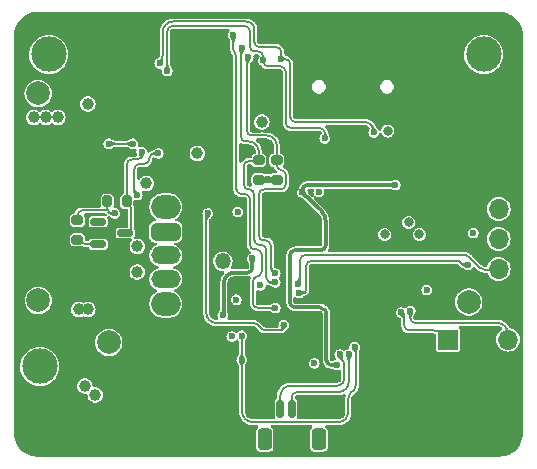
<source format=gbr>
%TF.GenerationSoftware,KiCad,Pcbnew,8.0.1-8.0.1-1~ubuntu22.04.1*%
%TF.CreationDate,2024-06-04T22:30:17+10:00*%
%TF.ProjectId,Machine-Controller,4d616368-696e-4652-9d43-6f6e74726f6c,rev?*%
%TF.SameCoordinates,Original*%
%TF.FileFunction,Copper,L4,Bot*%
%TF.FilePolarity,Positive*%
%FSLAX46Y46*%
G04 Gerber Fmt 4.6, Leading zero omitted, Abs format (unit mm)*
G04 Created by KiCad (PCBNEW 8.0.1-8.0.1-1~ubuntu22.04.1) date 2024-06-04 22:30:17*
%MOMM*%
%LPD*%
G01*
G04 APERTURE LIST*
G04 Aperture macros list*
%AMRoundRect*
0 Rectangle with rounded corners*
0 $1 Rounding radius*
0 $2 $3 $4 $5 $6 $7 $8 $9 X,Y pos of 4 corners*
0 Add a 4 corners polygon primitive as box body*
4,1,4,$2,$3,$4,$5,$6,$7,$8,$9,$2,$3,0*
0 Add four circle primitives for the rounded corners*
1,1,$1+$1,$2,$3*
1,1,$1+$1,$4,$5*
1,1,$1+$1,$6,$7*
1,1,$1+$1,$8,$9*
0 Add four rect primitives between the rounded corners*
20,1,$1+$1,$2,$3,$4,$5,0*
20,1,$1+$1,$4,$5,$6,$7,0*
20,1,$1+$1,$6,$7,$8,$9,0*
20,1,$1+$1,$8,$9,$2,$3,0*%
G04 Aperture macros list end*
%TA.AperFunction,ComponentPad*%
%ADD10C,2.000000*%
%TD*%
%TA.AperFunction,ComponentPad*%
%ADD11R,1.500000X1.500000*%
%TD*%
%TA.AperFunction,ComponentPad*%
%ADD12C,3.000000*%
%TD*%
%TA.AperFunction,ComponentPad*%
%ADD13R,1.700000X1.700000*%
%TD*%
%TA.AperFunction,ComponentPad*%
%ADD14O,1.700000X1.700000*%
%TD*%
%TA.AperFunction,ComponentPad*%
%ADD15C,0.600000*%
%TD*%
%TA.AperFunction,ComponentPad*%
%ADD16O,2.500000X2.000000*%
%TD*%
%TA.AperFunction,ComponentPad*%
%ADD17RoundRect,0.375000X-0.875000X0.375000X-0.875000X-0.375000X0.875000X-0.375000X0.875000X0.375000X0*%
%TD*%
%TA.AperFunction,ComponentPad*%
%ADD18O,2.500000X1.500000*%
%TD*%
%TA.AperFunction,ComponentPad*%
%ADD19O,1.000000X2.100000*%
%TD*%
%TA.AperFunction,ComponentPad*%
%ADD20O,1.000000X1.600000*%
%TD*%
%TA.AperFunction,ComponentPad*%
%ADD21R,1.350000X1.350000*%
%TD*%
%TA.AperFunction,ComponentPad*%
%ADD22O,1.350000X1.350000*%
%TD*%
%TA.AperFunction,SMDPad,CuDef*%
%ADD23RoundRect,0.200000X0.200000X0.275000X-0.200000X0.275000X-0.200000X-0.275000X0.200000X-0.275000X0*%
%TD*%
%TA.AperFunction,SMDPad,CuDef*%
%ADD24RoundRect,0.200000X-0.275000X0.200000X-0.275000X-0.200000X0.275000X-0.200000X0.275000X0.200000X0*%
%TD*%
%TA.AperFunction,SMDPad,CuDef*%
%ADD25RoundRect,0.200000X0.275000X-0.200000X0.275000X0.200000X-0.275000X0.200000X-0.275000X-0.200000X0*%
%TD*%
%TA.AperFunction,SMDPad,CuDef*%
%ADD26RoundRect,0.150000X-0.150000X-0.625000X0.150000X-0.625000X0.150000X0.625000X-0.150000X0.625000X0*%
%TD*%
%TA.AperFunction,SMDPad,CuDef*%
%ADD27RoundRect,0.250000X-0.350000X-0.650000X0.350000X-0.650000X0.350000X0.650000X-0.350000X0.650000X0*%
%TD*%
%TA.AperFunction,SMDPad,CuDef*%
%ADD28RoundRect,0.150000X-0.512500X-0.150000X0.512500X-0.150000X0.512500X0.150000X-0.512500X0.150000X0*%
%TD*%
%TA.AperFunction,ViaPad*%
%ADD29C,0.600000*%
%TD*%
%TA.AperFunction,ViaPad*%
%ADD30C,0.800000*%
%TD*%
%TA.AperFunction,ViaPad*%
%ADD31C,1.000000*%
%TD*%
%TA.AperFunction,Conductor*%
%ADD32C,0.500000*%
%TD*%
%TA.AperFunction,Conductor*%
%ADD33C,0.200000*%
%TD*%
%TA.AperFunction,Conductor*%
%ADD34C,0.300000*%
%TD*%
G04 APERTURE END LIST*
D10*
%TO.P,TP4,1,1*%
%TO.N,+3.3V*%
X164973000Y-88519000D03*
%TD*%
D11*
%TO.P,TP8,1,1*%
%TO.N,GND*%
X132918200Y-67614800D03*
%TD*%
D10*
%TO.P,TP6,1,1*%
%TO.N,VBUS*%
X128508800Y-70866000D03*
%TD*%
D12*
%TO.P,H1,1*%
%TO.N,N/C*%
X129413000Y-67564000D03*
%TD*%
D13*
%TO.P,Brd1,1,GND*%
%TO.N,GND*%
X167513000Y-78105000D03*
D14*
%TO.P,Brd1,2,VCC*%
%TO.N,+3.3V*%
X167513000Y-80645000D03*
%TO.P,Brd1,3,SCL*%
%TO.N,/SCL_1*%
X167513000Y-83185000D03*
%TO.P,Brd1,4,SDA*%
%TO.N,/SDA_1*%
X167513000Y-85725000D03*
%TD*%
D15*
%TO.P,U5,57,GND*%
%TO.N,GND*%
X151841300Y-85600000D03*
X151841300Y-86875000D03*
X151841300Y-88150000D03*
X153116300Y-85600000D03*
X153116300Y-86875000D03*
X153116300Y-88150000D03*
X154391300Y-85600000D03*
X154391300Y-86875000D03*
X154391300Y-88150000D03*
%TD*%
D16*
%TO.P,SW1,*%
%TO.N,*%
X139319000Y-80482000D03*
X139319000Y-88682000D03*
D17*
%TO.P,SW1,1,A*%
%TO.N,/24V*%
X139319000Y-82582000D03*
D18*
%TO.P,SW1,2,B*%
%TO.N,/FB*%
X139319000Y-84582000D03*
%TO.P,SW1,3,C*%
%TO.N,/18V*%
X139319000Y-86582000D03*
%TD*%
D12*
%TO.P,H3,1*%
%TO.N,N/C*%
X128651000Y-93980000D03*
%TD*%
D19*
%TO.P,J6,S1,SHIELD*%
%TO.N,GND*%
X159480000Y-70827000D03*
D20*
X159480000Y-66647000D03*
D19*
X150840000Y-70827000D03*
D20*
X150840000Y-66647000D03*
%TD*%
D10*
%TO.P,TP2,1,1*%
%TO.N,/V_{OUT}*%
X134493000Y-91948000D03*
%TD*%
D11*
%TO.P,TP9,1,1*%
%TO.N,GND*%
X168046400Y-88874600D03*
%TD*%
D12*
%TO.P,H2,1*%
%TO.N,N/C*%
X166243000Y-67564000D03*
%TD*%
D11*
%TO.P,TP5,1,1*%
%TO.N,GND*%
X137668000Y-91948000D03*
%TD*%
D21*
%TO.P,SW2,1,1*%
%TO.N,GND*%
X144145000Y-83074000D03*
D22*
%TO.P,SW2,2,2*%
%TO.N,/BOOT*%
X144145000Y-85074000D03*
%TD*%
D10*
%TO.P,TP1,1,1*%
%TO.N,/V_{S}*%
X128524000Y-88392000D03*
%TD*%
D11*
%TO.P,TP7,1,1*%
%TO.N,GND*%
X130606800Y-91084400D03*
%TD*%
D23*
%TO.P,R17,1*%
%TO.N,VBUS*%
X136016000Y-80010000D03*
%TO.P,R17,2*%
%TO.N,/V_{S}*%
X134366000Y-80010000D03*
%TD*%
D24*
%TO.P,R21,1*%
%TO.N,/SCL_0*%
X147193000Y-76518000D03*
%TO.P,R21,2*%
%TO.N,+3.3V*%
X147193000Y-78168000D03*
%TD*%
D25*
%TO.P,R18,1*%
%TO.N,Net-(D1-A)*%
X131826000Y-83248000D03*
%TO.P,R18,2*%
%TO.N,/V_{S}*%
X131826000Y-81598000D03*
%TD*%
D13*
%TO.P,J3,1,Pin_1*%
%TO.N,/TX*%
X163210000Y-91719000D03*
D14*
%TO.P,J3,2,Pin_2*%
%TO.N,GND*%
X165750000Y-91719000D03*
%TO.P,J3,3,Pin_3*%
%TO.N,/RX*%
X168290000Y-91719000D03*
%TD*%
D26*
%TO.P,J5,1,Pin_1*%
%TO.N,/SWC*%
X148987000Y-97608000D03*
%TO.P,J5,2,Pin_2*%
%TO.N,/SWD*%
X149987000Y-97608000D03*
%TO.P,J5,3,Pin_3*%
%TO.N,GND*%
X150987000Y-97608000D03*
D27*
%TO.P,J5,MP*%
%TO.N,N/C*%
X147687000Y-100133000D03*
X152287000Y-100133000D03*
%TD*%
D28*
%TO.P,D1,1,A*%
%TO.N,Net-(D1-A)*%
X133609500Y-83627000D03*
%TO.P,D1,2,NC*%
%TO.N,unconnected-(D1-NC-Pad2)*%
X133609500Y-81727000D03*
%TO.P,D1,3,K*%
%TO.N,VBUS*%
X135884500Y-82677000D03*
%TD*%
D24*
%TO.P,R20,1*%
%TO.N,/SDA_0*%
X148717000Y-76518000D03*
%TO.P,R20,2*%
%TO.N,+3.3V*%
X148717000Y-78168000D03*
%TD*%
D29*
%TO.N,GND*%
X154940000Y-77978000D03*
X127558800Y-69138800D03*
X161290000Y-79375000D03*
X164211000Y-72009000D03*
X138811000Y-96774000D03*
X135128000Y-98806000D03*
X147447000Y-97155000D03*
X156972000Y-90424000D03*
X154051000Y-70231000D03*
X151892000Y-75057000D03*
X133096000Y-77089000D03*
X136271000Y-70231000D03*
X157861000Y-80391000D03*
X136906000Y-84937600D03*
X165100000Y-74803000D03*
X160020000Y-93726000D03*
X130606800Y-89458800D03*
X141605000Y-92964000D03*
X141859000Y-77724000D03*
X137795000Y-97663000D03*
X152400000Y-97536000D03*
X147955000Y-75184000D03*
X140589000Y-91313000D03*
X158750000Y-72644000D03*
X163322000Y-87630000D03*
X128270000Y-99060000D03*
X156921200Y-64770000D03*
X166116000Y-77988200D03*
X163449000Y-73660000D03*
X159131000Y-73660000D03*
X129032000Y-90982800D03*
X143383000Y-84074000D03*
X130937000Y-85725000D03*
X141605000Y-96647000D03*
X152654000Y-77470000D03*
X141478000Y-89662000D03*
X148844000Y-73660000D03*
X150584800Y-80071000D03*
X136779000Y-90424000D03*
X138557000Y-70231000D03*
X166254777Y-79630500D03*
X163068000Y-81788000D03*
X159639000Y-72517000D03*
X159766000Y-95250000D03*
X147447000Y-64516000D03*
X139446000Y-73152000D03*
X142621000Y-79502000D03*
X149225000Y-93853000D03*
X130937000Y-86741000D03*
X167386000Y-92710000D03*
X159893000Y-97663000D03*
X136398000Y-71755000D03*
X160020000Y-65125600D03*
X133858000Y-77089000D03*
X150495000Y-77089000D03*
X149860000Y-74549000D03*
X164973000Y-83820000D03*
X133439800Y-79436000D03*
X137414000Y-81788000D03*
X127863600Y-90728800D03*
X144653000Y-70231000D03*
X156299800Y-79817000D03*
X146939000Y-94234000D03*
X150495000Y-75946000D03*
X156083000Y-93599000D03*
X137541000Y-84937600D03*
X144615800Y-95438000D03*
X159258000Y-100711000D03*
X162179000Y-79375000D03*
X148171800Y-82788800D03*
X137414000Y-80772000D03*
X132588000Y-98679000D03*
X141605000Y-98933000D03*
X155664800Y-80706000D03*
X138176000Y-93980000D03*
X151257000Y-91440000D03*
X145923000Y-75692000D03*
X143002000Y-72136000D03*
X140589000Y-70231000D03*
X130657600Y-92506800D03*
X159385000Y-86995000D03*
X143713200Y-91948000D03*
X136906000Y-87884000D03*
X159131000Y-81153000D03*
X127889000Y-96774000D03*
X159893000Y-83566000D03*
X147955000Y-93345000D03*
X149568800Y-80071000D03*
X130694777Y-81281500D03*
X143764000Y-90982800D03*
X165912800Y-86614000D03*
X140462000Y-77343000D03*
X151892000Y-91440000D03*
X143637000Y-73533000D03*
X144399000Y-81407000D03*
X135890000Y-72644000D03*
X168529000Y-98298000D03*
X155498800Y-66040000D03*
X132334000Y-85090000D03*
X161417000Y-73660000D03*
X137541000Y-66548000D03*
X157988000Y-92964000D03*
X148031200Y-95504000D03*
X168021000Y-95885000D03*
X164592000Y-91059000D03*
X150241000Y-99822000D03*
X163195000Y-69215000D03*
X162179000Y-97917000D03*
X149225000Y-92837000D03*
X129667000Y-82931000D03*
X131873470Y-79436998D03*
X127889000Y-83058000D03*
X167005000Y-71501000D03*
X148463000Y-64516000D03*
X167640000Y-74676000D03*
X129667000Y-97536000D03*
X143891000Y-79629000D03*
X151928000Y-72614000D03*
X154140800Y-80071000D03*
X131318000Y-69799200D03*
X127101600Y-81153000D03*
X141224000Y-73660000D03*
X127127000Y-84963000D03*
X132334000Y-77089000D03*
X136652000Y-65278000D03*
X135128000Y-84963000D03*
X145923000Y-85344000D03*
X152400000Y-66141600D03*
X146304000Y-99314000D03*
X141605000Y-85725000D03*
X135890000Y-74041000D03*
X140589000Y-66040000D03*
X147523200Y-91948000D03*
X130937000Y-84709000D03*
X161036000Y-96139000D03*
X164592000Y-92837000D03*
X151638000Y-77470000D03*
X136017000Y-75819000D03*
X133985000Y-82804000D03*
X156210000Y-70231000D03*
X152908000Y-94742000D03*
X167284400Y-88747600D03*
X149695800Y-83627000D03*
X135763000Y-81280000D03*
X137795000Y-79502000D03*
X156972000Y-98933000D03*
X160401000Y-79375000D03*
D30*
%TO.N,+3.3V*%
X157861000Y-82804000D03*
D29*
X165354000Y-82677000D03*
D30*
X159893000Y-81788000D03*
D29*
X147955000Y-78105000D03*
X144907000Y-91440000D03*
X147320000Y-87122000D03*
D30*
X160782000Y-82804000D03*
D29*
X151892000Y-93726000D03*
X152273000Y-79212500D03*
X145288000Y-88317605D03*
X161417000Y-87503000D03*
X145415000Y-80899000D03*
%TO.N,/V_{S}*%
X135001000Y-81026000D03*
D31*
%TO.N,/18V*%
X136906000Y-85979000D03*
D29*
%TO.N,+1V1*%
X158750000Y-78613000D03*
X153797000Y-93853000D03*
X150876000Y-79248000D03*
D31*
%TO.N,/FB*%
X137668000Y-78486000D03*
D29*
%TO.N,/RUN*%
X145758800Y-91374000D03*
X155321000Y-92329000D03*
X145758800Y-93406000D03*
%TO.N,/SWC*%
X154051000Y-92964000D03*
%TO.N,/SWD*%
X154813000Y-92964000D03*
%TO.N,/TX*%
X159258000Y-89408000D03*
%TO.N,/RX*%
X160020000Y-89281000D03*
%TO.N,/EN*%
X142875000Y-81026000D03*
X149314800Y-90485000D03*
%TO.N,/FLASH_CS*%
X144145000Y-89662000D03*
X146647800Y-84836000D03*
%TO.N,Net-(D4-K)*%
X134493000Y-75118000D03*
X136525000Y-75118000D03*
D31*
%TO.N,/24V*%
X136906000Y-83820000D03*
%TO.N,/V_{OUT}*%
X132715000Y-89154000D03*
X133350000Y-96393000D03*
X131953000Y-89154000D03*
X132461000Y-95631000D03*
D29*
%TO.N,/V_{G}*%
X138684000Y-75946000D03*
X136906000Y-79469103D03*
%TO.N,/SCL_1*%
X164901941Y-85386252D03*
X150622000Y-87757000D03*
%TO.N,/SDA_1*%
X150495000Y-86995000D03*
D30*
%TO.N,VBUS*%
X158115000Y-74041000D03*
D31*
X147447000Y-73279000D03*
D29*
X137287000Y-75819000D03*
D31*
X129159000Y-72898000D03*
X130175000Y-72898000D03*
X132715000Y-71755000D03*
X141986000Y-75946000D03*
X128143000Y-72898000D03*
D29*
%TO.N,/CC1*%
X138811000Y-68326000D03*
X156930000Y-74168000D03*
X149098000Y-67945000D03*
%TO.N,/CC2*%
X152781000Y-74676000D03*
X147574000Y-68072000D03*
X139446000Y-68961000D03*
%TO.N,/SDA_0*%
X146304000Y-67818000D03*
X148590000Y-86106000D03*
%TO.N,/SCL_0*%
X148590000Y-86868000D03*
X145796000Y-67056000D03*
%TO.N,/PD_INT*%
X145034000Y-65913000D03*
X148590000Y-89027000D03*
%TD*%
D32*
%TO.N,+3.3V*%
X147193000Y-78168000D02*
X147892000Y-78168000D01*
X148018000Y-78168000D02*
X148717000Y-78168000D01*
X147892000Y-78168000D02*
X147955000Y-78105000D01*
X147955000Y-78105000D02*
X148018000Y-78168000D01*
D33*
%TO.N,/V_{S}*%
X134366000Y-80010000D02*
X134366000Y-80592395D01*
X131826000Y-81598000D02*
X131826000Y-81205605D01*
X132259605Y-80772000D02*
X134327056Y-80772000D01*
X134799605Y-81026000D02*
X135001000Y-81026000D01*
X134366000Y-80592395D02*
G75*
G03*
X134492998Y-80899002I433600J-5D01*
G01*
X134327056Y-80772000D02*
G75*
G03*
X134393556Y-80744480I44J94000D01*
G01*
X131953001Y-80899001D02*
G75*
G02*
X132259605Y-80772003I306599J-306599D01*
G01*
X134493001Y-80898999D02*
G75*
G03*
X134799605Y-81025997I306599J306599D01*
G01*
X131826000Y-81205605D02*
G75*
G02*
X131952998Y-80898998I433600J5D01*
G01*
D34*
%TO.N,+1V1*%
X152870800Y-83701395D02*
X152870800Y-81722000D01*
X152908000Y-89916000D02*
X152908000Y-89460605D01*
X150302275Y-84116000D02*
X152483065Y-84116000D01*
X152511589Y-80854789D02*
X150925165Y-79268365D01*
X158750000Y-78613000D02*
X151309605Y-78613000D01*
X150876000Y-79046605D02*
X150876000Y-79248000D01*
X152908000Y-93419395D02*
X152908000Y-89916000D01*
X153797000Y-93853000D02*
X153341605Y-93853000D01*
X149822800Y-88527395D02*
X149822800Y-84568605D01*
X152312670Y-88960011D02*
X150199450Y-88960011D01*
X150199450Y-88960010D02*
G75*
G02*
X149949804Y-88833996I73150J455210D01*
G01*
X152743799Y-84007999D02*
G75*
G03*
X152870797Y-83701395I-306599J306599D01*
G01*
X152870800Y-81722000D02*
G75*
G03*
X152511585Y-80854793I-1226400J0D01*
G01*
X151003001Y-78740001D02*
G75*
G03*
X150876003Y-79046605I306599J-306599D01*
G01*
X152483065Y-84116000D02*
G75*
G03*
X152743810Y-84008010I35J368700D01*
G01*
X149822800Y-84568605D02*
G75*
G02*
X149949798Y-84261998I433600J5D01*
G01*
X152781000Y-89154000D02*
G75*
G03*
X152312670Y-88960024I-468300J-468300D01*
G01*
X153341605Y-93853000D02*
G75*
G02*
X153034998Y-93726002I-5J433600D01*
G01*
X152908000Y-89460605D02*
G75*
G03*
X152781002Y-89153998I-433600J5D01*
G01*
X149949801Y-88833999D02*
G75*
G02*
X149822803Y-88527395I306599J306599D01*
G01*
X153035001Y-93725999D02*
G75*
G02*
X152908003Y-93419395I306599J306599D01*
G01*
X151309605Y-78613000D02*
G75*
G03*
X151002998Y-78739998I-5J-433600D01*
G01*
X149949800Y-84262000D02*
G75*
G02*
X150302275Y-84115990I352500J-352500D01*
G01*
X150925165Y-79268365D02*
G75*
G03*
X150876000Y-79247992I-49165J-49135D01*
G01*
D33*
%TO.N,/RUN*%
X155448000Y-95504000D02*
X155448000Y-92635605D01*
X154940000Y-96266000D02*
X155268395Y-95937605D01*
X153945790Y-98679000D02*
X146663210Y-98679000D01*
X154775800Y-97901599D02*
X154775800Y-96662413D01*
X145758800Y-93283157D02*
X145758800Y-91374000D01*
X145758800Y-93283157D02*
X145758800Y-93406000D01*
X145758800Y-97721982D02*
X145758800Y-93406000D01*
X146663210Y-98679000D02*
G75*
G02*
X146049997Y-98425003I-10J867200D01*
G01*
X155268395Y-95937605D02*
G75*
G03*
X155448003Y-95504000I-433595J433605D01*
G01*
X154775800Y-97901599D02*
G75*
G02*
X154559000Y-98425000I-740200J-1D01*
G01*
X154775800Y-96662413D02*
G75*
G02*
X154939996Y-96265996I560600J13D01*
G01*
X146050000Y-98425000D02*
G75*
G02*
X145758808Y-97721982I703000J703000D01*
G01*
X154558999Y-98424999D02*
G75*
G02*
X153945790Y-98678995I-613199J613199D01*
G01*
X155448000Y-92635605D02*
G75*
G03*
X155321002Y-92328998I-433600J5D01*
G01*
%TO.N,/SWC*%
X154432000Y-93778605D02*
X154432000Y-95070395D01*
X148987000Y-96459582D02*
X148987000Y-97608000D01*
X154230605Y-93397605D02*
X154305000Y-93472000D01*
X153691790Y-95631000D02*
X149838210Y-95631000D01*
X154304999Y-95376999D02*
G75*
G02*
X153691790Y-95630995I-613199J613199D01*
G01*
X154432000Y-95070395D02*
G75*
G02*
X154305002Y-95377002I-433600J-5D01*
G01*
X154051000Y-92964000D02*
G75*
G03*
X154230607Y-93397603I613200J0D01*
G01*
X149225000Y-95885000D02*
G75*
G03*
X148986993Y-96459582I574600J-574600D01*
G01*
X149838210Y-95631000D02*
G75*
G03*
X149224997Y-95884997I-10J-867200D01*
G01*
X154304999Y-93472001D02*
G75*
G02*
X154431997Y-93778605I-306599J-306599D01*
G01*
%TO.N,/SWD*%
X153945790Y-96139000D02*
X153310790Y-96139000D01*
X149987000Y-96572605D02*
X149987000Y-97608000D01*
X154813000Y-92964000D02*
X154813000Y-95271790D01*
X153310790Y-96139000D02*
X150420605Y-96139000D01*
X154558999Y-95884999D02*
G75*
G02*
X153945790Y-96138995I-613199J613199D01*
G01*
X154813000Y-95271790D02*
G75*
G02*
X154559003Y-95885003I-867200J-10D01*
G01*
X150114001Y-96266001D02*
G75*
G03*
X149987003Y-96572605I306599J-306599D01*
G01*
X150420605Y-96139000D02*
G75*
G03*
X150113998Y-96265998I-5J-433600D01*
G01*
%TO.N,/TX*%
X162685336Y-91194337D02*
X163210000Y-91719000D01*
X159512000Y-90021210D02*
X159512000Y-90498395D01*
X159945605Y-90932000D02*
X162052000Y-90932000D01*
X162052000Y-90932000D02*
G75*
G02*
X162685342Y-91194331I0J-895700D01*
G01*
X159257999Y-89408001D02*
G75*
G02*
X159511995Y-90021210I-613199J-613199D01*
G01*
X159512000Y-90498395D02*
G75*
G03*
X159638998Y-90805002I433600J-5D01*
G01*
X159639001Y-90804999D02*
G75*
G03*
X159945605Y-90931997I306599J306599D01*
G01*
%TO.N,/RX*%
X160020000Y-89863395D02*
X160020000Y-89281000D01*
X167407790Y-90297000D02*
X160453605Y-90297000D01*
X168290000Y-91719000D02*
X168290000Y-91200423D01*
X168020999Y-90551001D02*
G75*
G03*
X167407790Y-90297005I-613199J-613199D01*
G01*
X168290000Y-91200423D02*
G75*
G03*
X168021007Y-90550993I-918400J23D01*
G01*
X160453605Y-90297000D02*
G75*
G02*
X160146998Y-90170002I-5J433600D01*
G01*
X160147001Y-90169999D02*
G75*
G02*
X160020003Y-89863395I306599J306599D01*
G01*
%TO.N,/EN*%
X142748000Y-89154000D02*
X142748000Y-81332605D01*
X147447000Y-90805000D02*
X147028803Y-90386803D01*
X144780000Y-90297000D02*
X143615210Y-90297000D01*
X148717000Y-90932000D02*
X147753605Y-90932000D01*
X149314800Y-90485000D02*
X149314800Y-90588204D01*
X148918395Y-90932000D02*
X148717000Y-90932000D01*
X146812000Y-90297000D02*
X144780000Y-90297000D01*
X142748000Y-89429790D02*
X142748000Y-89154000D01*
X143002001Y-90042999D02*
G75*
G02*
X142748005Y-89429790I613199J613199D01*
G01*
X147753605Y-90932000D02*
G75*
G02*
X147446998Y-90805002I-5J433600D01*
G01*
X147028803Y-90386803D02*
G75*
G03*
X146812000Y-90296999I-216803J-216797D01*
G01*
X149224999Y-90804999D02*
G75*
G02*
X148918395Y-90931997I-306599J306599D01*
G01*
X149314800Y-90588204D02*
G75*
G02*
X149224999Y-90804999I-306600J4D01*
G01*
X142748000Y-81332605D02*
G75*
G02*
X142874998Y-81025998I433600J5D01*
G01*
X143615210Y-90297000D02*
G75*
G02*
X143001997Y-90043003I-10J867200D01*
G01*
D34*
%TO.N,/FLASH_CS*%
X145504800Y-86040000D02*
X145102010Y-86040000D01*
X146647800Y-84836000D02*
X146647800Y-85606395D01*
X146214195Y-86040000D02*
X145504800Y-86040000D01*
X144234800Y-86907210D02*
X144234800Y-89445204D01*
X146520799Y-85912999D02*
G75*
G02*
X146214195Y-86039997I-306599J306599D01*
G01*
X144488801Y-86294001D02*
G75*
G03*
X144234805Y-86907210I613199J-613199D01*
G01*
X144234800Y-89445204D02*
G75*
G02*
X144144999Y-89661999I-306600J4D01*
G01*
X145102010Y-86040000D02*
G75*
G03*
X144488797Y-86293997I-10J-867200D01*
G01*
X146647800Y-85606395D02*
G75*
G02*
X146520802Y-85913002I-433600J-5D01*
G01*
D33*
%TO.N,Net-(D4-K)*%
X136525000Y-75118000D02*
X134493000Y-75118000D01*
%TO.N,/V_{G}*%
X138355605Y-75946000D02*
X138684000Y-75946000D01*
X137922000Y-76401463D02*
X137922000Y-76379605D01*
X136906000Y-79469103D02*
X136862060Y-79469103D01*
X136652000Y-77470000D02*
X136652000Y-77268605D01*
X137085605Y-76835000D02*
X137212605Y-76835000D01*
X136862060Y-79469103D02*
X136689911Y-79296954D01*
X136652000Y-79091414D02*
X136652000Y-77470000D01*
X137212605Y-76835000D02*
X137488395Y-76835000D01*
X136779001Y-76962001D02*
G75*
G02*
X137085605Y-76835003I306599J-306599D01*
G01*
X137922000Y-76379605D02*
G75*
G02*
X138048998Y-76072998I433600J5D01*
G01*
X138049001Y-76073001D02*
G75*
G02*
X138355605Y-75946003I306599J-306599D01*
G01*
X136689912Y-79296954D02*
G75*
G02*
X136652003Y-79091414I586588J214454D01*
G01*
X137794999Y-76707999D02*
G75*
G03*
X137921978Y-76401463I-305699J306199D01*
G01*
X137488395Y-76835000D02*
G75*
G03*
X137795002Y-76708002I5J433600D01*
G01*
X136652000Y-77268605D02*
G75*
G02*
X136778998Y-76961998I433600J5D01*
G01*
%TO.N,Net-(D1-A)*%
X133609500Y-83627000D02*
X132740986Y-83627000D01*
X132740986Y-83627000D02*
G75*
G02*
X131826004Y-83247996I14J1294000D01*
G01*
%TO.N,/SCL_1*%
X150622000Y-87757000D02*
X150823395Y-87757000D01*
X164161089Y-85054687D02*
X164492654Y-85386252D01*
X164492654Y-85386252D02*
X164901941Y-85386252D01*
X151219800Y-87413204D02*
X151219800Y-86294000D01*
X151653405Y-85024000D02*
X163994195Y-85024000D01*
X151219800Y-86294000D02*
X151219800Y-85457605D01*
X151219800Y-85457605D02*
G75*
G02*
X151346798Y-85150998I433600J5D01*
G01*
X150823395Y-87757000D02*
G75*
G03*
X151130002Y-87630002I5J433600D01*
G01*
X163994195Y-85024000D02*
G75*
G02*
X164161094Y-85054672I-7495J-510200D01*
G01*
X151346801Y-85151001D02*
G75*
G02*
X151653405Y-85024003I306599J-306599D01*
G01*
X151130000Y-87630000D02*
G75*
G03*
X151219801Y-87413204I-216800J216800D01*
G01*
%TO.N,/SDA_1*%
X151145405Y-84516000D02*
X164449590Y-84516000D01*
X166332800Y-85786000D02*
X167169195Y-85786000D01*
X150664674Y-86585371D02*
X150664674Y-84989038D01*
X165062800Y-84770000D02*
X165899194Y-85606394D01*
X164449590Y-84516000D02*
G75*
G02*
X165062803Y-84769997I10J-867200D01*
G01*
X165899194Y-85606394D02*
G75*
G03*
X166332800Y-85786003I433606J433594D01*
G01*
X150664674Y-84989038D02*
G75*
G02*
X150838810Y-84643010I625926J-98162D01*
G01*
X150838801Y-84643001D02*
G75*
G02*
X151145405Y-84516003I306599J-306599D01*
G01*
X150494999Y-86994999D02*
G75*
G03*
X150664661Y-86585371I-409599J409599D01*
G01*
X167169195Y-85786000D02*
G75*
G03*
X167475802Y-85659002I5J433600D01*
G01*
%TO.N,VBUS*%
X136450605Y-76454000D02*
X136853395Y-76454000D01*
X137287000Y-76020395D02*
X137287000Y-75819000D01*
X136129299Y-80123300D02*
X136016000Y-80010000D01*
X136016000Y-80010000D02*
X136016000Y-76890019D01*
X135884500Y-82677000D02*
X135964395Y-82677000D01*
X136398000Y-82243395D02*
X136398000Y-80772000D01*
X136270999Y-82549999D02*
G75*
G03*
X136397997Y-82243395I-306599J306599D01*
G01*
X136016000Y-76890019D02*
G75*
G02*
X136143994Y-76580994I437000J19D01*
G01*
X136144001Y-76581001D02*
G75*
G02*
X136450605Y-76454003I306599J-306599D01*
G01*
X136398000Y-80772000D02*
G75*
G03*
X136129299Y-80123300I-917400J0D01*
G01*
X135964395Y-82677000D02*
G75*
G03*
X136271002Y-82550002I5J433600D01*
G01*
X136853395Y-76454000D02*
G75*
G03*
X137160002Y-76327002I5J433600D01*
G01*
X137159999Y-76326999D02*
G75*
G03*
X137286997Y-76020395I-306599J306599D01*
G01*
%TO.N,/CC1*%
X139065000Y-67585790D02*
X139065000Y-65659000D01*
X139932210Y-64770000D02*
X144907000Y-64770000D01*
X149098000Y-67362605D02*
X149098000Y-67945000D01*
X149860000Y-72845395D02*
X149860000Y-68378605D01*
X144907000Y-64770000D02*
X146071790Y-64770000D01*
X149426395Y-67945000D02*
X149098000Y-67945000D01*
X139065000Y-65659000D02*
X139065000Y-65637210D01*
X146812000Y-66294000D02*
X146812000Y-66495395D01*
X147245605Y-66929000D02*
X148336000Y-66929000D01*
X156930000Y-74168000D02*
X156930000Y-74044813D01*
X148336000Y-66929000D02*
X148664395Y-66929000D01*
X138811000Y-68326000D02*
X138811000Y-68149571D01*
X138811000Y-68149571D02*
X138964803Y-67995768D01*
X156104790Y-73279000D02*
X150293605Y-73279000D01*
X146812000Y-65330605D02*
X146812000Y-66294000D01*
X139319001Y-65024001D02*
G75*
G02*
X139932210Y-64770005I613199J-613199D01*
G01*
X146071790Y-64770000D02*
G75*
G02*
X146685003Y-65023997I10J-867200D01*
G01*
X149732999Y-68072001D02*
G75*
G03*
X149426395Y-67945003I-306599J-306599D01*
G01*
X146684999Y-65024001D02*
G75*
G02*
X146811997Y-65330605I-306599J-306599D01*
G01*
X139065000Y-65637210D02*
G75*
G02*
X139318997Y-65023997I867200J10D01*
G01*
X146939001Y-66801999D02*
G75*
G03*
X147245605Y-66928997I306599J306599D01*
G01*
X138964803Y-67995768D02*
G75*
G03*
X139065012Y-67585790I-810603J415368D01*
G01*
X148664395Y-66929000D02*
G75*
G02*
X148971002Y-67055998I5J-433600D01*
G01*
X149860000Y-68378605D02*
G75*
G03*
X149733002Y-68071998I-433600J5D01*
G01*
X146812000Y-66495395D02*
G75*
G03*
X146938998Y-66802002I433600J-5D01*
G01*
X156717999Y-73533001D02*
G75*
G03*
X156104790Y-73279005I-613199J-613199D01*
G01*
X148970999Y-67056001D02*
G75*
G02*
X149097997Y-67362605I-306599J-306599D01*
G01*
X156930000Y-74044813D02*
G75*
G03*
X156718004Y-73532996I-723800J13D01*
G01*
X149987001Y-73151999D02*
G75*
G02*
X149860003Y-72845395I306599J306599D01*
G01*
X150293605Y-73279000D02*
G75*
G02*
X149986998Y-73152002I-5J433600D01*
G01*
%TO.N,/CC2*%
X146431000Y-66675000D02*
X146431000Y-66876395D01*
X146939000Y-67310000D02*
X147140395Y-67310000D01*
X152781000Y-74676000D02*
X152781000Y-74220605D01*
X152347395Y-73787000D02*
X149912605Y-73787000D01*
X146431000Y-65584605D02*
X146431000Y-66675000D01*
X149045395Y-68580000D02*
X148007605Y-68580000D01*
X147574000Y-68146395D02*
X147574000Y-68072000D01*
X149479000Y-73353395D02*
X149479000Y-69013605D01*
X146864605Y-67310000D02*
X146939000Y-67310000D01*
X145415000Y-65151000D02*
X145997395Y-65151000D01*
X139879605Y-65151000D02*
X145415000Y-65151000D01*
X147574000Y-67743605D02*
X147574000Y-68072000D01*
X139446000Y-68961000D02*
X139446000Y-65584605D01*
X149479000Y-69013605D02*
G75*
G03*
X149352002Y-68706998I-433600J5D01*
G01*
X152781000Y-74220605D02*
G75*
G03*
X152654002Y-73913998I-433600J5D01*
G01*
X149912605Y-73787000D02*
G75*
G02*
X149605998Y-73660002I-5J433600D01*
G01*
X149606001Y-73659999D02*
G75*
G02*
X149479003Y-73353395I306599J306599D01*
G01*
X147446999Y-67437001D02*
G75*
G02*
X147573997Y-67743605I-306599J-306599D01*
G01*
X147140395Y-67310000D02*
G75*
G02*
X147447002Y-67436998I5J-433600D01*
G01*
X147701001Y-68452999D02*
G75*
G02*
X147574003Y-68146395I306599J306599D01*
G01*
X148007605Y-68580000D02*
G75*
G02*
X147700998Y-68453002I-5J433600D01*
G01*
X139573001Y-65278001D02*
G75*
G02*
X139879605Y-65151003I306599J-306599D01*
G01*
X146558001Y-67182999D02*
G75*
G03*
X146864605Y-67309997I306599J306599D01*
G01*
X145997395Y-65151000D02*
G75*
G02*
X146304002Y-65277998I5J-433600D01*
G01*
X149351999Y-68707001D02*
G75*
G03*
X149045395Y-68580003I-306599J-306599D01*
G01*
X146431000Y-66876395D02*
G75*
G03*
X146557998Y-67183002I433600J-5D01*
G01*
X146303999Y-65278001D02*
G75*
G02*
X146430997Y-65584605I-306599J-306599D01*
G01*
X139446000Y-65584605D02*
G75*
G02*
X139572998Y-65277998I433600J5D01*
G01*
X152653999Y-73914001D02*
G75*
G03*
X152347395Y-73787003I-306599J-306599D01*
G01*
%TO.N,/SDA_0*%
X149479000Y-78560395D02*
X149479000Y-77776605D01*
X149352000Y-77470000D02*
X149314803Y-77432803D01*
X148209000Y-85471000D02*
X148209000Y-83745605D01*
X146177000Y-73533000D02*
X146177000Y-68124605D01*
X147447000Y-74422000D02*
X146610605Y-74422000D01*
X147849790Y-74422000D02*
X147447000Y-74422000D01*
X146177000Y-73988395D02*
X146177000Y-73533000D01*
X147626605Y-78994000D02*
X149045395Y-78994000D01*
X147193000Y-82878395D02*
X147193000Y-79427605D01*
X148717000Y-76518000D02*
X148717000Y-75289210D01*
X148881198Y-77253197D02*
X148844000Y-77216000D01*
X148590000Y-86106000D02*
X148388605Y-85904605D01*
X148717000Y-76909395D02*
X148717000Y-76518000D01*
X147775395Y-83312000D02*
X147626605Y-83312000D01*
X149351999Y-78866999D02*
G75*
G03*
X149478997Y-78560395I-306599J306599D01*
G01*
X149098000Y-77343000D02*
G75*
G02*
X148881199Y-77253196I0J306600D01*
G01*
X147626605Y-83312000D02*
G75*
G02*
X147319998Y-83185002I-5J433600D01*
G01*
X147193000Y-79427605D02*
G75*
G02*
X147319998Y-79120998I433600J5D01*
G01*
X149314803Y-77432803D02*
G75*
G03*
X149098000Y-77342999I-216803J-216797D01*
G01*
X148844001Y-77215999D02*
G75*
G02*
X148717003Y-76909395I306599J306599D01*
G01*
X149045395Y-78994000D02*
G75*
G03*
X149352002Y-78867002I5J433600D01*
G01*
X148209000Y-83745605D02*
G75*
G03*
X148082002Y-83438998I-433600J5D01*
G01*
X146610605Y-74422000D02*
G75*
G02*
X146303998Y-74295002I-5J433600D01*
G01*
X148717000Y-75289210D02*
G75*
G03*
X148463003Y-74675997I-867200J10D01*
G01*
X147320001Y-79121001D02*
G75*
G02*
X147626605Y-78994003I306599J-306599D01*
G01*
X146304001Y-74294999D02*
G75*
G02*
X146177003Y-73988395I306599J306599D01*
G01*
X146177000Y-68124605D02*
G75*
G02*
X146303998Y-67817998I433600J5D01*
G01*
X149479000Y-77776605D02*
G75*
G03*
X149352002Y-77469998I-433600J5D01*
G01*
X148081999Y-83439001D02*
G75*
G03*
X147775395Y-83312003I-306599J-306599D01*
G01*
X147320001Y-83184999D02*
G75*
G02*
X147193003Y-82878395I306599J306599D01*
G01*
X148462999Y-74676001D02*
G75*
G03*
X147849790Y-74422005I-613199J-613199D01*
G01*
X148388605Y-85904605D02*
G75*
G02*
X148208997Y-85471000I433595J433605D01*
G01*
%TO.N,/SCL_0*%
X146356605Y-76581000D02*
X147040905Y-76581000D01*
X146304000Y-74930000D02*
X146102605Y-74930000D01*
X147193000Y-76518000D02*
X147193000Y-75797210D01*
X145669000Y-74496395D02*
X145669000Y-74168000D01*
X145669000Y-74168000D02*
X145669000Y-67362605D01*
X145923000Y-78560395D02*
X145923000Y-77597000D01*
X146685000Y-79121000D02*
X146647803Y-79083803D01*
X148590000Y-86868000D02*
X148261605Y-86868000D01*
X147828000Y-86434395D02*
X147828000Y-84126605D01*
X145923000Y-77597000D02*
X145923000Y-77014605D01*
X147447000Y-83693000D02*
X147245605Y-83693000D01*
X147701000Y-83820000D02*
X147663803Y-83782803D01*
X146325790Y-74930000D02*
X146304000Y-74930000D01*
X146812000Y-83259395D02*
X146812000Y-79427605D01*
X146431000Y-78994000D02*
X146356605Y-78994000D01*
X145669000Y-67362605D02*
G75*
G02*
X145795998Y-67055998I433600J5D01*
G01*
X146939001Y-83565999D02*
G75*
G02*
X146812003Y-83259395I306599J306599D01*
G01*
X148261605Y-86868000D02*
G75*
G02*
X147954998Y-86741002I-5J433600D01*
G01*
X146050001Y-76708001D02*
G75*
G02*
X146356605Y-76581003I306599J-306599D01*
G01*
X147663803Y-83782803D02*
G75*
G03*
X147447000Y-83692999I-216803J-216797D01*
G01*
X146356605Y-78994000D02*
G75*
G02*
X146049998Y-78867002I-5J433600D01*
G01*
X147245605Y-83693000D02*
G75*
G02*
X146938998Y-83566002I-5J433600D01*
G01*
X147040905Y-76581000D02*
G75*
G03*
X147192999Y-76517999I-5J215100D01*
G01*
X147828000Y-84126605D02*
G75*
G03*
X147701002Y-83819998I-433600J5D01*
G01*
X146102605Y-74930000D02*
G75*
G02*
X145795998Y-74803002I-5J433600D01*
G01*
X145796001Y-74802999D02*
G75*
G02*
X145669003Y-74496395I306599J306599D01*
G01*
X146050001Y-78866999D02*
G75*
G02*
X145923003Y-78560395I306599J306599D01*
G01*
X146812000Y-79427605D02*
G75*
G03*
X146685002Y-79120998I-433600J5D01*
G01*
X147193000Y-75797210D02*
G75*
G03*
X146939003Y-75183997I-867200J10D01*
G01*
X146647803Y-79083803D02*
G75*
G03*
X146431000Y-78993999I-216803J-216797D01*
G01*
X145923000Y-77014605D02*
G75*
G02*
X146049998Y-76707998I433600J5D01*
G01*
X146938999Y-75184001D02*
G75*
G03*
X146325790Y-74930005I-613199J-613199D01*
G01*
X147955001Y-86740999D02*
G75*
G02*
X147828003Y-86434395I306599J306599D01*
G01*
%TO.N,/PD_INT*%
X145034000Y-67130395D02*
X145034000Y-66929000D01*
X147013395Y-84074000D02*
X146939000Y-84074000D01*
X146685000Y-88593395D02*
X146685000Y-88392000D01*
X146939000Y-84074000D02*
X146864605Y-84074000D01*
X148590000Y-89027000D02*
X147118605Y-89027000D01*
X146431000Y-83312000D02*
X146431000Y-79808605D01*
X145288000Y-78613000D02*
X145288000Y-67743605D01*
X147447000Y-85926395D02*
X147447000Y-85852000D01*
X146304000Y-79502000D02*
X146266803Y-79464803D01*
X146431000Y-83640395D02*
X146431000Y-83312000D01*
X146050000Y-79375000D02*
X145721605Y-79375000D01*
X147282802Y-86270197D02*
X147320000Y-86233000D01*
X145034000Y-66929000D02*
X145034000Y-65913000D01*
X145288000Y-78941395D02*
X145288000Y-78613000D01*
X146685000Y-88392000D02*
X146685000Y-86793605D01*
X147447000Y-85852000D02*
X147447000Y-84507605D01*
X146812000Y-86487000D02*
X146849197Y-86449803D01*
X145415001Y-79247999D02*
G75*
G02*
X145288003Y-78941395I306599J306599D01*
G01*
X146266803Y-79464803D02*
G75*
G03*
X146050000Y-79374999I-216803J-216797D01*
G01*
X146864605Y-84074000D02*
G75*
G02*
X146557998Y-83947002I-5J433600D01*
G01*
X146558001Y-83946999D02*
G75*
G02*
X146431003Y-83640395I306599J306599D01*
G01*
X146431000Y-79808605D02*
G75*
G03*
X146304002Y-79501998I-433600J5D01*
G01*
X147066000Y-86360000D02*
G75*
G03*
X147282801Y-86270196I0J306600D01*
G01*
X146849197Y-86449803D02*
G75*
G02*
X147066000Y-86359999I216803J-216797D01*
G01*
X145721605Y-79375000D02*
G75*
G02*
X145414998Y-79248002I-5J433600D01*
G01*
X147118605Y-89027000D02*
G75*
G02*
X146811998Y-88900002I-5J433600D01*
G01*
X145288000Y-67743605D02*
G75*
G03*
X145161002Y-67436998I-433600J5D01*
G01*
X146812001Y-88899999D02*
G75*
G02*
X146685003Y-88593395I306599J306599D01*
G01*
X145161001Y-67436999D02*
G75*
G02*
X145034003Y-67130395I306599J306599D01*
G01*
X147319999Y-86232999D02*
G75*
G03*
X147446997Y-85926395I-306599J306599D01*
G01*
X147319999Y-84201001D02*
G75*
G03*
X147013395Y-84074003I-306599J-306599D01*
G01*
X146685000Y-86793605D02*
G75*
G02*
X146811998Y-86486998I433600J5D01*
G01*
X147447000Y-84507605D02*
G75*
G03*
X147320002Y-84200998I-433600J5D01*
G01*
%TD*%
%TA.AperFunction,Conductor*%
%TO.N,GND*%
G36*
X154507773Y-96322504D02*
G01*
X154548698Y-96380519D01*
X154551761Y-96451450D01*
X154549282Y-96460129D01*
X154545267Y-96472486D01*
X154525299Y-96598582D01*
X154525300Y-96654433D01*
X154525300Y-97895412D01*
X154524693Y-97907762D01*
X154517107Y-97984785D01*
X154512288Y-98009012D01*
X154491626Y-98077124D01*
X154482174Y-98099942D01*
X154448621Y-98162716D01*
X154434898Y-98183255D01*
X154389747Y-98238271D01*
X154372282Y-98255736D01*
X154298009Y-98316691D01*
X154277469Y-98330415D01*
X154192740Y-98375702D01*
X154169921Y-98385154D01*
X154077978Y-98413044D01*
X154053753Y-98417862D01*
X153951902Y-98427893D01*
X153939552Y-98428500D01*
X150561487Y-98428500D01*
X150493366Y-98408498D01*
X150446873Y-98354842D01*
X150436327Y-98287977D01*
X150437032Y-98281896D01*
X150437500Y-98277865D01*
X150437499Y-96938136D01*
X150434585Y-96913009D01*
X150396843Y-96827531D01*
X150389206Y-96810234D01*
X150309767Y-96730795D01*
X150300131Y-96724194D01*
X150301294Y-96722495D01*
X150258362Y-96686224D01*
X150237510Y-96618359D01*
X150237500Y-96616783D01*
X150237500Y-96580859D01*
X150238576Y-96564425D01*
X150241574Y-96541652D01*
X150250083Y-96509895D01*
X150255685Y-96496369D01*
X150272122Y-96467898D01*
X150281027Y-96456292D01*
X150304278Y-96433042D01*
X150315896Y-96424127D01*
X150344366Y-96407689D01*
X150357893Y-96402086D01*
X150389652Y-96393577D01*
X150412446Y-96390576D01*
X150428883Y-96389500D01*
X154010273Y-96389500D01*
X154010308Y-96389495D01*
X154033753Y-96389496D01*
X154207519Y-96361976D01*
X154374840Y-96307611D01*
X154374851Y-96307605D01*
X154379416Y-96305715D01*
X154380138Y-96307459D01*
X154441980Y-96295825D01*
X154507773Y-96322504D01*
G37*
%TD.AperFunction*%
%TA.AperFunction,Conductor*%
G36*
X147855956Y-74673107D02*
G01*
X147957760Y-74683133D01*
X147981973Y-74687948D01*
X148073927Y-74715841D01*
X148096741Y-74725291D01*
X148164266Y-74761384D01*
X148181473Y-74770581D01*
X148202009Y-74784302D01*
X148275028Y-74844227D01*
X148276257Y-74845235D01*
X148293722Y-74862700D01*
X148354693Y-74936993D01*
X148368415Y-74957530D01*
X148413702Y-75042259D01*
X148423154Y-75065078D01*
X148451044Y-75157021D01*
X148455862Y-75181247D01*
X148465893Y-75283099D01*
X148466500Y-75295448D01*
X148466500Y-75850112D01*
X148446498Y-75918233D01*
X148392842Y-75964726D01*
X148358667Y-75974795D01*
X148351269Y-75975873D01*
X148340605Y-75977427D01*
X148235517Y-76028801D01*
X148235514Y-76028803D01*
X148152803Y-76111514D01*
X148152801Y-76111517D01*
X148101427Y-76216605D01*
X148091500Y-76284738D01*
X148091500Y-76751261D01*
X148101427Y-76819394D01*
X148152801Y-76924482D01*
X148152803Y-76924485D01*
X148235514Y-77007196D01*
X148235517Y-77007198D01*
X148340607Y-77058573D01*
X148408740Y-77068500D01*
X148408741Y-77068500D01*
X148409517Y-77068613D01*
X148474043Y-77098228D01*
X148507760Y-77145078D01*
X148544360Y-77233439D01*
X148544361Y-77233441D01*
X148544362Y-77233442D01*
X148619226Y-77345485D01*
X148619233Y-77345493D01*
X148627232Y-77353492D01*
X148627237Y-77353498D01*
X148631637Y-77357898D01*
X148631638Y-77357899D01*
X148676145Y-77402405D01*
X148710170Y-77464714D01*
X148705107Y-77535530D01*
X148662561Y-77592367D01*
X148596041Y-77617179D01*
X148587050Y-77617500D01*
X148408738Y-77617500D01*
X148340606Y-77627427D01*
X148229541Y-77681722D01*
X148159557Y-77693670D01*
X148138708Y-77689421D01*
X148056975Y-77665423D01*
X148019772Y-77654500D01*
X147890228Y-77654500D01*
X147890225Y-77654501D01*
X147771291Y-77689421D01*
X147700295Y-77689419D01*
X147680457Y-77681722D01*
X147609696Y-77647130D01*
X147569393Y-77627427D01*
X147523971Y-77620809D01*
X147501261Y-77617500D01*
X147501260Y-77617500D01*
X146884740Y-77617500D01*
X146884738Y-77617500D01*
X146816605Y-77627427D01*
X146711517Y-77678801D01*
X146711514Y-77678803D01*
X146628803Y-77761514D01*
X146628801Y-77761517D01*
X146577427Y-77866605D01*
X146567500Y-77934738D01*
X146567500Y-78401261D01*
X146577427Y-78469394D01*
X146623995Y-78564651D01*
X146635944Y-78634635D01*
X146608159Y-78699969D01*
X146549463Y-78739910D01*
X146492121Y-78743227D01*
X146492035Y-78744107D01*
X146486442Y-78743556D01*
X146486224Y-78743569D01*
X146485883Y-78743501D01*
X146485871Y-78743500D01*
X146485870Y-78743500D01*
X146364860Y-78743500D01*
X146348414Y-78742422D01*
X146325657Y-78739426D01*
X146293886Y-78730913D01*
X146280376Y-78725317D01*
X146251892Y-78708872D01*
X146240298Y-78699976D01*
X146217039Y-78676717D01*
X146208129Y-78665105D01*
X146191688Y-78636629D01*
X146186087Y-78623108D01*
X146177577Y-78591345D01*
X146174576Y-78568553D01*
X146173500Y-78552117D01*
X146173500Y-77022859D01*
X146174576Y-77006425D01*
X146177574Y-76983652D01*
X146186083Y-76951895D01*
X146191685Y-76938369D01*
X146208122Y-76909898D01*
X146217027Y-76898292D01*
X146240278Y-76875042D01*
X146251896Y-76866127D01*
X146280366Y-76849689D01*
X146293893Y-76844086D01*
X146325652Y-76835577D01*
X146348446Y-76832576D01*
X146364883Y-76831500D01*
X146400772Y-76831500D01*
X146504692Y-76831500D01*
X146572813Y-76851502D01*
X146617889Y-76902160D01*
X146628803Y-76924485D01*
X146711514Y-77007196D01*
X146711517Y-77007198D01*
X146816607Y-77058573D01*
X146884740Y-77068500D01*
X146884745Y-77068500D01*
X147501255Y-77068500D01*
X147501260Y-77068500D01*
X147569393Y-77058573D01*
X147674483Y-77007198D01*
X147757198Y-76924483D01*
X147808573Y-76819393D01*
X147818500Y-76751260D01*
X147818500Y-76284740D01*
X147808573Y-76216607D01*
X147757198Y-76111517D01*
X147757196Y-76111514D01*
X147674485Y-76028803D01*
X147674482Y-76028801D01*
X147569394Y-75977427D01*
X147561828Y-75976324D01*
X147551333Y-75974795D01*
X147486808Y-75945181D01*
X147448537Y-75885383D01*
X147443500Y-75850112D01*
X147443500Y-75733910D01*
X147443495Y-75733866D01*
X147443495Y-75731133D01*
X147443496Y-75709247D01*
X147415976Y-75535481D01*
X147361611Y-75368160D01*
X147281740Y-75211404D01*
X147178331Y-75069072D01*
X147153036Y-75043776D01*
X147153029Y-75043764D01*
X147053933Y-74944666D01*
X147043368Y-74936990D01*
X146993054Y-74900435D01*
X146949701Y-74844214D01*
X146943625Y-74773478D01*
X146976757Y-74710686D01*
X147038577Y-74675775D01*
X147067116Y-74672500D01*
X147397172Y-74672500D01*
X147805623Y-74672500D01*
X147843607Y-74672500D01*
X147855956Y-74673107D01*
G37*
%TD.AperFunction*%
%TA.AperFunction,Conductor*%
G36*
X145734500Y-75073203D02*
G01*
X145778560Y-75102643D01*
X145903060Y-75154212D01*
X145903062Y-75154212D01*
X145903064Y-75154213D01*
X145917182Y-75157021D01*
X146035229Y-75180501D01*
X146102608Y-75180500D01*
X146254172Y-75180500D01*
X146281623Y-75180500D01*
X146319607Y-75180500D01*
X146331956Y-75181107D01*
X146433760Y-75191133D01*
X146457973Y-75195948D01*
X146549927Y-75223841D01*
X146572741Y-75233291D01*
X146596940Y-75246226D01*
X146657473Y-75278581D01*
X146678009Y-75292302D01*
X146727970Y-75333304D01*
X146752257Y-75353235D01*
X146769722Y-75370700D01*
X146830693Y-75444993D01*
X146844415Y-75465530D01*
X146889702Y-75550259D01*
X146899154Y-75573078D01*
X146927044Y-75665021D01*
X146931862Y-75689247D01*
X146941893Y-75791099D01*
X146942500Y-75803448D01*
X146942500Y-75850112D01*
X146922498Y-75918233D01*
X146868842Y-75964726D01*
X146834667Y-75974795D01*
X146827269Y-75975873D01*
X146816605Y-75977427D01*
X146711517Y-76028801D01*
X146711514Y-76028803D01*
X146628803Y-76111514D01*
X146628801Y-76111517D01*
X146577426Y-76216606D01*
X146577426Y-76216608D01*
X146576543Y-76222669D01*
X146546927Y-76287194D01*
X146487128Y-76325464D01*
X146451860Y-76330500D01*
X146296632Y-76330500D01*
X146296608Y-76330502D01*
X146289223Y-76330502D01*
X146157063Y-76356789D01*
X146157062Y-76356790D01*
X146032560Y-76408360D01*
X145920517Y-76483224D01*
X145920514Y-76483227D01*
X145909773Y-76493966D01*
X145909761Y-76493973D01*
X145825227Y-76578507D01*
X145825224Y-76578511D01*
X145769266Y-76662260D01*
X145714789Y-76707788D01*
X145644346Y-76716637D01*
X145580302Y-76685996D01*
X145542990Y-76625594D01*
X145538500Y-76592259D01*
X145538500Y-75177970D01*
X145558502Y-75109849D01*
X145612158Y-75063356D01*
X145682432Y-75053252D01*
X145734500Y-75073203D01*
G37*
%TD.AperFunction*%
%TA.AperFunction,Conductor*%
G36*
X167566918Y-63940984D02*
G01*
X167601388Y-63943243D01*
X167814245Y-63957194D01*
X167830568Y-63959342D01*
X168069631Y-64006896D01*
X168085534Y-64011157D01*
X168316326Y-64089501D01*
X168331545Y-64095804D01*
X168550142Y-64203605D01*
X168564414Y-64211845D01*
X168628936Y-64254958D01*
X168767061Y-64347250D01*
X168780137Y-64357284D01*
X168963374Y-64517980D01*
X168975028Y-64529634D01*
X169135726Y-64712877D01*
X169145759Y-64725953D01*
X169281159Y-64928595D01*
X169289400Y-64942868D01*
X169397196Y-65161460D01*
X169403503Y-65176687D01*
X169439447Y-65282574D01*
X169481842Y-65407468D01*
X169481844Y-65407472D01*
X169486109Y-65423388D01*
X169495038Y-65468281D01*
X169533656Y-65662434D01*
X169535807Y-65678774D01*
X169552030Y-65926311D01*
X169552300Y-65934551D01*
X169552300Y-99617878D01*
X169552030Y-99626119D01*
X169535820Y-99873438D01*
X169533669Y-99889779D01*
X169486119Y-100128824D01*
X169481853Y-100144743D01*
X169403513Y-100375527D01*
X169397206Y-100390754D01*
X169289411Y-100609342D01*
X169281170Y-100623616D01*
X169145763Y-100826265D01*
X169135730Y-100839340D01*
X168975034Y-101022579D01*
X168963379Y-101034234D01*
X168780140Y-101194930D01*
X168767065Y-101204963D01*
X168564416Y-101340370D01*
X168550142Y-101348611D01*
X168331554Y-101456406D01*
X168316327Y-101462713D01*
X168085543Y-101541053D01*
X168069624Y-101545319D01*
X167830579Y-101592869D01*
X167814238Y-101595020D01*
X167566920Y-101611230D01*
X167558679Y-101611500D01*
X128458921Y-101611500D01*
X128450680Y-101611230D01*
X128203361Y-101595020D01*
X128187020Y-101592869D01*
X127947975Y-101545319D01*
X127932056Y-101541053D01*
X127701272Y-101462713D01*
X127686045Y-101456406D01*
X127630536Y-101429032D01*
X127467453Y-101348608D01*
X127453187Y-101340372D01*
X127250534Y-101204963D01*
X127237459Y-101194930D01*
X127054220Y-101034234D01*
X127042565Y-101022579D01*
X126881869Y-100839340D01*
X126871836Y-100826265D01*
X126863987Y-100814518D01*
X126736424Y-100623607D01*
X126728193Y-100609351D01*
X126620389Y-100390744D01*
X126614090Y-100375537D01*
X126535743Y-100144735D01*
X126531482Y-100128832D01*
X126483928Y-99889769D01*
X126481780Y-99873446D01*
X126465570Y-99626118D01*
X126465300Y-99617878D01*
X126465300Y-93980000D01*
X126995396Y-93980000D01*
X127015779Y-94238994D01*
X127076427Y-94491610D01*
X127175846Y-94731628D01*
X127175847Y-94731629D01*
X127311585Y-94953136D01*
X127311590Y-94953143D01*
X127480310Y-95150689D01*
X127677856Y-95319409D01*
X127677863Y-95319414D01*
X127689389Y-95326477D01*
X127899372Y-95455154D01*
X128139390Y-95554573D01*
X128392006Y-95615221D01*
X128651000Y-95635604D01*
X128709462Y-95631003D01*
X131805722Y-95631003D01*
X131824761Y-95787815D01*
X131842865Y-95835550D01*
X131880780Y-95935523D01*
X131880781Y-95935525D01*
X131880782Y-95935526D01*
X131880783Y-95935529D01*
X131970516Y-96065529D01*
X131970518Y-96065531D01*
X131986287Y-96079501D01*
X132088760Y-96170283D01*
X132228635Y-96243696D01*
X132228636Y-96243696D01*
X132228638Y-96243697D01*
X132248361Y-96248558D01*
X132382015Y-96281500D01*
X132382017Y-96281500D01*
X132539983Y-96281500D01*
X132539985Y-96281500D01*
X132539986Y-96281499D01*
X132547553Y-96280581D01*
X132547741Y-96282132D01*
X132609907Y-96284860D01*
X132667892Y-96325826D01*
X132694223Y-96388896D01*
X132713762Y-96549815D01*
X132713762Y-96549817D01*
X132713763Y-96549818D01*
X132769780Y-96697523D01*
X132769781Y-96697525D01*
X132769782Y-96697526D01*
X132769783Y-96697529D01*
X132859516Y-96827529D01*
X132859517Y-96827530D01*
X132977760Y-96932283D01*
X133117635Y-97005696D01*
X133117636Y-97005696D01*
X133117638Y-97005697D01*
X133194325Y-97024598D01*
X133271015Y-97043500D01*
X133271017Y-97043500D01*
X133428983Y-97043500D01*
X133428985Y-97043500D01*
X133582365Y-97005696D01*
X133722240Y-96932283D01*
X133840483Y-96827530D01*
X133923969Y-96706579D01*
X133930216Y-96697529D01*
X133930216Y-96697528D01*
X133930220Y-96697523D01*
X133986237Y-96549818D01*
X133986237Y-96549817D01*
X133986238Y-96549815D01*
X134005278Y-96393003D01*
X134005278Y-96392996D01*
X133986238Y-96236184D01*
X133976551Y-96210641D01*
X133930220Y-96088477D01*
X133930216Y-96088472D01*
X133930216Y-96088470D01*
X133840483Y-95958470D01*
X133840481Y-95958468D01*
X133722240Y-95853717D01*
X133582365Y-95780304D01*
X133582361Y-95780302D01*
X133428987Y-95742500D01*
X133428985Y-95742500D01*
X133271015Y-95742500D01*
X133271013Y-95742500D01*
X133263447Y-95743419D01*
X133263259Y-95741871D01*
X133201071Y-95739131D01*
X133143092Y-95698155D01*
X133116776Y-95635102D01*
X133116277Y-95630996D01*
X133110737Y-95585363D01*
X133097238Y-95474184D01*
X133089392Y-95453498D01*
X133041220Y-95326477D01*
X133041216Y-95326472D01*
X133041216Y-95326470D01*
X132951483Y-95196470D01*
X132951481Y-95196468D01*
X132833240Y-95091717D01*
X132693365Y-95018304D01*
X132693361Y-95018302D01*
X132539987Y-94980500D01*
X132539985Y-94980500D01*
X132382015Y-94980500D01*
X132382012Y-94980500D01*
X132228638Y-95018302D01*
X132228634Y-95018304D01*
X132088759Y-95091717D01*
X131970518Y-95196468D01*
X131970516Y-95196470D01*
X131880783Y-95326470D01*
X131880782Y-95326473D01*
X131880781Y-95326475D01*
X131880780Y-95326477D01*
X131865091Y-95367844D01*
X131824761Y-95474184D01*
X131805722Y-95630996D01*
X131805722Y-95631003D01*
X128709462Y-95631003D01*
X128909994Y-95615221D01*
X129162610Y-95554573D01*
X129402628Y-95455154D01*
X129624140Y-95319412D01*
X129821689Y-95150689D01*
X129990412Y-94953140D01*
X130126154Y-94731628D01*
X130225573Y-94491610D01*
X130286221Y-94238994D01*
X130306604Y-93980000D01*
X130286221Y-93721006D01*
X130225573Y-93468390D01*
X130126154Y-93228372D01*
X130003987Y-93029013D01*
X129990414Y-93006863D01*
X129990409Y-93006856D01*
X129821689Y-92809310D01*
X129624143Y-92640590D01*
X129624136Y-92640585D01*
X129476305Y-92549995D01*
X129402628Y-92504846D01*
X129162610Y-92405427D01*
X128909994Y-92344779D01*
X128651000Y-92324396D01*
X128392006Y-92344779D01*
X128139389Y-92405427D01*
X127969669Y-92475727D01*
X127926769Y-92493498D01*
X127899370Y-92504847D01*
X127677863Y-92640585D01*
X127677856Y-92640590D01*
X127480310Y-92809310D01*
X127311590Y-93006856D01*
X127311585Y-93006863D01*
X127175847Y-93228370D01*
X127175846Y-93228372D01*
X127155385Y-93277770D01*
X127076427Y-93468389D01*
X127045364Y-93597775D01*
X127015779Y-93721006D01*
X126995396Y-93980000D01*
X126465300Y-93980000D01*
X126465300Y-91948000D01*
X133337571Y-91948000D01*
X133357244Y-92160311D01*
X133415593Y-92365384D01*
X133415594Y-92365386D01*
X133415595Y-92365389D01*
X133510634Y-92556255D01*
X133633912Y-92719500D01*
X133639129Y-92726408D01*
X133796699Y-92870053D01*
X133796701Y-92870054D01*
X133977974Y-92982294D01*
X133977975Y-92982294D01*
X133977981Y-92982298D01*
X134176802Y-93059321D01*
X134386390Y-93098500D01*
X134386393Y-93098500D01*
X134599607Y-93098500D01*
X134599610Y-93098500D01*
X134809198Y-93059321D01*
X135008019Y-92982298D01*
X135189302Y-92870052D01*
X135346872Y-92726407D01*
X135475366Y-92556255D01*
X135570405Y-92365389D01*
X135628756Y-92160310D01*
X135648429Y-91948000D01*
X135628756Y-91735690D01*
X135570405Y-91530611D01*
X135525287Y-91440000D01*
X144451867Y-91440000D01*
X144470303Y-91568226D01*
X144524118Y-91686063D01*
X144608951Y-91783967D01*
X144717931Y-91854004D01*
X144842228Y-91890500D01*
X144842232Y-91890500D01*
X144971768Y-91890500D01*
X144971772Y-91890500D01*
X145096069Y-91854004D01*
X145205049Y-91783967D01*
X145266268Y-91713314D01*
X145325993Y-91674930D01*
X145396990Y-91674928D01*
X145456717Y-91713311D01*
X145456720Y-91713315D01*
X145460750Y-91717966D01*
X145464809Y-91721483D01*
X145503195Y-91781208D01*
X145508300Y-91816710D01*
X145508300Y-92772460D01*
X145504504Y-92803156D01*
X145502939Y-92809385D01*
X145498506Y-92898429D01*
X145496500Y-92915407D01*
X145487024Y-92965894D01*
X145481239Y-92986691D01*
X145468899Y-93019769D01*
X145460604Y-93037610D01*
X145438452Y-93076901D01*
X145432623Y-93086258D01*
X145409640Y-93119788D01*
X145400939Y-93131058D01*
X145375919Y-93159934D01*
X145375917Y-93159938D01*
X145322104Y-93277770D01*
X145322103Y-93277773D01*
X145313014Y-93340987D01*
X145303667Y-93406000D01*
X145322103Y-93534226D01*
X145375918Y-93652063D01*
X145400949Y-93680951D01*
X145409648Y-93692219D01*
X145432624Y-93725740D01*
X145438450Y-93735091D01*
X145456509Y-93767124D01*
X145460604Y-93774386D01*
X145468899Y-93792227D01*
X145481239Y-93825305D01*
X145487024Y-93846102D01*
X145496500Y-93896589D01*
X145498506Y-93913568D01*
X145502938Y-94002603D01*
X145502939Y-94002616D01*
X145504874Y-94010740D01*
X145508300Y-94039921D01*
X145508300Y-97783108D01*
X145508306Y-97783175D01*
X145508306Y-97819937D01*
X145538951Y-98013444D01*
X145599493Y-98199785D01*
X145599496Y-98199792D01*
X145688437Y-98374351D01*
X145688440Y-98374356D01*
X145803601Y-98532861D01*
X145835962Y-98565222D01*
X145835968Y-98565233D01*
X145872867Y-98602132D01*
X145872867Y-98602133D01*
X145935068Y-98664335D01*
X146077401Y-98767745D01*
X146077403Y-98767746D01*
X146077406Y-98767748D01*
X146234151Y-98847613D01*
X146234153Y-98847613D01*
X146234158Y-98847616D01*
X146401480Y-98901980D01*
X146575247Y-98929501D01*
X146663213Y-98929500D01*
X147021175Y-98929500D01*
X147089296Y-98949502D01*
X147135789Y-99003158D01*
X147145893Y-99073432D01*
X147116399Y-99138012D01*
X147105628Y-99147897D01*
X147105669Y-99147938D01*
X147008951Y-99244655D01*
X147008949Y-99244657D01*
X146951355Y-99357694D01*
X146951354Y-99357696D01*
X146936500Y-99451481D01*
X146936500Y-99451484D01*
X146936500Y-100814516D01*
X146951353Y-100908302D01*
X147008949Y-101021342D01*
X147098657Y-101111050D01*
X147137299Y-101130738D01*
X147211696Y-101168646D01*
X147305481Y-101183500D01*
X148068518Y-101183499D01*
X148162304Y-101168646D01*
X148275342Y-101111050D01*
X148365050Y-101021342D01*
X148422646Y-100908304D01*
X148437500Y-100814519D01*
X148437499Y-99451482D01*
X148422646Y-99357696D01*
X148393848Y-99301177D01*
X148365050Y-99244657D01*
X148268331Y-99147938D01*
X148270085Y-99146183D01*
X148235409Y-99101211D01*
X148229335Y-99030474D01*
X148262469Y-98967684D01*
X148324290Y-98932774D01*
X148352825Y-98929500D01*
X151621175Y-98929500D01*
X151689296Y-98949502D01*
X151735789Y-99003158D01*
X151745893Y-99073432D01*
X151716399Y-99138012D01*
X151705628Y-99147897D01*
X151705669Y-99147938D01*
X151608951Y-99244655D01*
X151608949Y-99244657D01*
X151551355Y-99357694D01*
X151551354Y-99357696D01*
X151536500Y-99451481D01*
X151536500Y-99451484D01*
X151536500Y-100814516D01*
X151551353Y-100908302D01*
X151608949Y-101021342D01*
X151698657Y-101111050D01*
X151737299Y-101130738D01*
X151811696Y-101168646D01*
X151905481Y-101183500D01*
X152668518Y-101183499D01*
X152762304Y-101168646D01*
X152875342Y-101111050D01*
X152965050Y-101021342D01*
X153022646Y-100908304D01*
X153037500Y-100814519D01*
X153037499Y-99451482D01*
X153022646Y-99357696D01*
X152993848Y-99301177D01*
X152965050Y-99244657D01*
X152868331Y-99147938D01*
X152870085Y-99146183D01*
X152835409Y-99101211D01*
X152829335Y-99030474D01*
X152862469Y-98967684D01*
X152924290Y-98932774D01*
X152952825Y-98929500D01*
X154010273Y-98929500D01*
X154010308Y-98929495D01*
X154033753Y-98929496D01*
X154207519Y-98901976D01*
X154374840Y-98847611D01*
X154531596Y-98767740D01*
X154673928Y-98664331D01*
X154687172Y-98651086D01*
X154687176Y-98651084D01*
X154699225Y-98639036D01*
X154699231Y-98639032D01*
X154736130Y-98602130D01*
X154736131Y-98602131D01*
X154791263Y-98546997D01*
X154882922Y-98420839D01*
X154953718Y-98281896D01*
X155001905Y-98133588D01*
X155026300Y-97979569D01*
X155026300Y-97901599D01*
X155026300Y-97857429D01*
X155026300Y-96706579D01*
X155026301Y-96706577D01*
X155026300Y-96670659D01*
X155027376Y-96654232D01*
X155034701Y-96598582D01*
X155043210Y-96566823D01*
X155061497Y-96522673D01*
X155077939Y-96494194D01*
X155112077Y-96449704D01*
X155122923Y-96437336D01*
X155480759Y-96079501D01*
X155480759Y-96079499D01*
X155493575Y-96066684D01*
X155493579Y-96066678D01*
X155493588Y-96066670D01*
X155573499Y-95956684D01*
X155635221Y-95835550D01*
X155677232Y-95706253D01*
X155698500Y-95571976D01*
X155698500Y-95504000D01*
X155698500Y-95459830D01*
X155698500Y-92927687D01*
X155700638Y-92904573D01*
X155703348Y-92890051D01*
X155703110Y-92870052D01*
X155702055Y-92781296D01*
X155702053Y-92781170D01*
X155701457Y-92726407D01*
X155701112Y-92694731D01*
X155701280Y-92686743D01*
X155704050Y-92634326D01*
X155706108Y-92617363D01*
X155712704Y-92582826D01*
X155718094Y-92563297D01*
X155736113Y-92513914D01*
X155736114Y-92513903D01*
X155737563Y-92508478D01*
X155737885Y-92508563D01*
X155745507Y-92483916D01*
X155757697Y-92457226D01*
X155776133Y-92329000D01*
X155757697Y-92200774D01*
X155703882Y-92082937D01*
X155619049Y-91985033D01*
X155619048Y-91985032D01*
X155510073Y-91914998D01*
X155510070Y-91914996D01*
X155510069Y-91914996D01*
X155510066Y-91914995D01*
X155385776Y-91878501D01*
X155385774Y-91878500D01*
X155385772Y-91878500D01*
X155256228Y-91878500D01*
X155256225Y-91878500D01*
X155256223Y-91878501D01*
X155131933Y-91914995D01*
X155131926Y-91914998D01*
X155022951Y-91985032D01*
X154938118Y-92082937D01*
X154884303Y-92200775D01*
X154865867Y-92329000D01*
X154871700Y-92369569D01*
X154861595Y-92439843D01*
X154815102Y-92493498D01*
X154756914Y-92510583D01*
X154757149Y-92512218D01*
X154748230Y-92513500D01*
X154748228Y-92513500D01*
X154748226Y-92513500D01*
X154748223Y-92513501D01*
X154623933Y-92549995D01*
X154623926Y-92549998D01*
X154514948Y-92620033D01*
X154514510Y-92620414D01*
X154513982Y-92620655D01*
X154507369Y-92624905D01*
X154506757Y-92623954D01*
X154449929Y-92649906D01*
X154379655Y-92639800D01*
X154349490Y-92620414D01*
X154349051Y-92620033D01*
X154240073Y-92549998D01*
X154240070Y-92549996D01*
X154240069Y-92549996D01*
X154152994Y-92524429D01*
X154115776Y-92513501D01*
X154115774Y-92513500D01*
X154115772Y-92513500D01*
X153986228Y-92513500D01*
X153986225Y-92513500D01*
X153986223Y-92513501D01*
X153861933Y-92549995D01*
X153861926Y-92549998D01*
X153752951Y-92620032D01*
X153695162Y-92686726D01*
X153668118Y-92717937D01*
X153614303Y-92835774D01*
X153595867Y-92964000D01*
X153614303Y-93092226D01*
X153668118Y-93210063D01*
X153683981Y-93228370D01*
X153685657Y-93230304D01*
X153715149Y-93294886D01*
X153705044Y-93365159D01*
X153658550Y-93418814D01*
X153625932Y-93433710D01*
X153607936Y-93438994D01*
X153607933Y-93438995D01*
X153607931Y-93438996D01*
X153498951Y-93509033D01*
X153498950Y-93509033D01*
X153498947Y-93509036D01*
X153492139Y-93514935D01*
X153491286Y-93513951D01*
X153439235Y-93547398D01*
X153403744Y-93552500D01*
X153399357Y-93552500D01*
X153399345Y-93552499D01*
X153349856Y-93552499D01*
X153333419Y-93551422D01*
X153323607Y-93550131D01*
X153291801Y-93541606D01*
X153290349Y-93541005D01*
X153261849Y-93524538D01*
X153260612Y-93523588D01*
X153237415Y-93500388D01*
X153236453Y-93499135D01*
X153219997Y-93470649D01*
X153219394Y-93469194D01*
X153210872Y-93437399D01*
X153209575Y-93427544D01*
X153208500Y-93411115D01*
X153208500Y-93402500D01*
X153208501Y-93371804D01*
X153208500Y-93371800D01*
X153208500Y-89876438D01*
X153208500Y-89421043D01*
X153208500Y-89411861D01*
X153208497Y-89411823D01*
X153208497Y-89408000D01*
X158802867Y-89408000D01*
X158821303Y-89536226D01*
X158875118Y-89654063D01*
X158909101Y-89693282D01*
X158959951Y-89751967D01*
X159068931Y-89822004D01*
X159092490Y-89828921D01*
X159110623Y-89835800D01*
X159125215Y-89842664D01*
X159126763Y-89843382D01*
X159127019Y-89843499D01*
X159128869Y-89844330D01*
X159128967Y-89844374D01*
X159180461Y-89867101D01*
X159234706Y-89912905D01*
X159253113Y-89957530D01*
X159256002Y-89971895D01*
X159257868Y-89984387D01*
X159260893Y-90015097D01*
X159261500Y-90027448D01*
X159261500Y-90560234D01*
X159261502Y-90560255D01*
X159261502Y-90565776D01*
X159287789Y-90697936D01*
X159287790Y-90697937D01*
X159287791Y-90697939D01*
X159339360Y-90822439D01*
X159414227Y-90934486D01*
X159414231Y-90934490D01*
X159423448Y-90943707D01*
X159423454Y-90943714D01*
X159424934Y-90945193D01*
X159424956Y-90945234D01*
X159424963Y-90945228D01*
X159509507Y-91029772D01*
X159509510Y-91029774D01*
X159509512Y-91029776D01*
X159621560Y-91104643D01*
X159746060Y-91156212D01*
X159746062Y-91156212D01*
X159746064Y-91156213D01*
X159767427Y-91160462D01*
X159878229Y-91182501D01*
X159945608Y-91182500D01*
X162007830Y-91182500D01*
X162045813Y-91182500D01*
X162058145Y-91183105D01*
X162095852Y-91186819D01*
X162161680Y-91213399D01*
X162202691Y-91271352D01*
X162209500Y-91312211D01*
X162209500Y-92583820D01*
X162218232Y-92627721D01*
X162218234Y-92627725D01*
X162251495Y-92677504D01*
X162301274Y-92710765D01*
X162301278Y-92710767D01*
X162345180Y-92719500D01*
X162345185Y-92719500D01*
X164074815Y-92719500D01*
X164074820Y-92719500D01*
X164118722Y-92710767D01*
X164168504Y-92677504D01*
X164201767Y-92627722D01*
X164210500Y-92583820D01*
X164210500Y-90854180D01*
X164201767Y-90810278D01*
X164201765Y-90810274D01*
X164161610Y-90750177D01*
X164163231Y-90749093D01*
X164136578Y-90700283D01*
X164141643Y-90629468D01*
X164184190Y-90572632D01*
X164250710Y-90547821D01*
X164259699Y-90547500D01*
X167363623Y-90547500D01*
X167401607Y-90547500D01*
X167413956Y-90548107D01*
X167515760Y-90558133D01*
X167539973Y-90562948D01*
X167631927Y-90590841D01*
X167654741Y-90600291D01*
X167709327Y-90629468D01*
X167739473Y-90645581D01*
X167760012Y-90659305D01*
X167768116Y-90665956D01*
X167808084Y-90724634D01*
X167809984Y-90795605D01*
X167773212Y-90856337D01*
X167747579Y-90874475D01*
X167731461Y-90883090D01*
X167579117Y-91008117D01*
X167454090Y-91160461D01*
X167361186Y-91334271D01*
X167303974Y-91522873D01*
X167303974Y-91522875D01*
X167284659Y-91718996D01*
X167284659Y-91719003D01*
X167303974Y-91915124D01*
X167303974Y-91915126D01*
X167361186Y-92103728D01*
X167413059Y-92200774D01*
X167454090Y-92277538D01*
X167579117Y-92429883D01*
X167731462Y-92554910D01*
X167854011Y-92620414D01*
X167891748Y-92640585D01*
X167905273Y-92647814D01*
X168093868Y-92705024D01*
X168093872Y-92705024D01*
X168093874Y-92705025D01*
X168289997Y-92724341D01*
X168290000Y-92724341D01*
X168290003Y-92724341D01*
X168486124Y-92705025D01*
X168486126Y-92705025D01*
X168486127Y-92705024D01*
X168486132Y-92705024D01*
X168674727Y-92647814D01*
X168848538Y-92554910D01*
X169000883Y-92429883D01*
X169125910Y-92277538D01*
X169218814Y-92103727D01*
X169276024Y-91915132D01*
X169276037Y-91914998D01*
X169295341Y-91719003D01*
X169295341Y-91718996D01*
X169276025Y-91522875D01*
X169276025Y-91522873D01*
X169276024Y-91522870D01*
X169276024Y-91522868D01*
X169218814Y-91334273D01*
X169125910Y-91160462D01*
X169000883Y-91008117D01*
X168848538Y-90883090D01*
X168674726Y-90790185D01*
X168674721Y-90790183D01*
X168489184Y-90733901D01*
X168429803Y-90694986D01*
X168413493Y-90670528D01*
X168371334Y-90587784D01*
X168371333Y-90587783D01*
X168371331Y-90587781D01*
X168371329Y-90587776D01*
X168282573Y-90465613D01*
X168263182Y-90438923D01*
X168235036Y-90410776D01*
X168235029Y-90410764D01*
X168135933Y-90311666D01*
X168135932Y-90311665D01*
X167993599Y-90208255D01*
X167993597Y-90208254D01*
X167993593Y-90208251D01*
X167836848Y-90128386D01*
X167836844Y-90128385D01*
X167836843Y-90128384D01*
X167836842Y-90128384D01*
X167669520Y-90074020D01*
X167495753Y-90046499D01*
X167495750Y-90046499D01*
X167407787Y-90046500D01*
X160461860Y-90046500D01*
X160445414Y-90045422D01*
X160422657Y-90042426D01*
X160390886Y-90033913D01*
X160377376Y-90028317D01*
X160348892Y-90011872D01*
X160337298Y-90002976D01*
X160314039Y-89979717D01*
X160305129Y-89968105D01*
X160288686Y-89939625D01*
X160288452Y-89939060D01*
X160283474Y-89927042D01*
X160275076Y-89861524D01*
X160275784Y-89856406D01*
X160275789Y-89856389D01*
X160278971Y-89775845D01*
X160281376Y-89755836D01*
X160289578Y-89715315D01*
X160296442Y-89692641D01*
X160307838Y-89664768D01*
X160316576Y-89647373D01*
X160339975Y-89608587D01*
X160344780Y-89601217D01*
X160353698Y-89588530D01*
X160367547Y-89568826D01*
X160375387Y-89558793D01*
X160402882Y-89527063D01*
X160456697Y-89409226D01*
X160475133Y-89281000D01*
X160456697Y-89152774D01*
X160402882Y-89034937D01*
X160318049Y-88937033D01*
X160318048Y-88937032D01*
X160209073Y-88866998D01*
X160209070Y-88866996D01*
X160209069Y-88866996D01*
X160209066Y-88866995D01*
X160084776Y-88830501D01*
X160084774Y-88830500D01*
X160084772Y-88830500D01*
X159955228Y-88830500D01*
X159955225Y-88830500D01*
X159955223Y-88830501D01*
X159830933Y-88866995D01*
X159830926Y-88866998D01*
X159721950Y-88937032D01*
X159663424Y-89004577D01*
X159603698Y-89042961D01*
X159532702Y-89042961D01*
X159500079Y-89028063D01*
X159447073Y-88993998D01*
X159447070Y-88993996D01*
X159447069Y-88993996D01*
X159442468Y-88992645D01*
X159322776Y-88957501D01*
X159322774Y-88957500D01*
X159322772Y-88957500D01*
X159193228Y-88957500D01*
X159193225Y-88957500D01*
X159193223Y-88957501D01*
X159068933Y-88993995D01*
X159068926Y-88993998D01*
X158959951Y-89064032D01*
X158883976Y-89151714D01*
X158875118Y-89161937D01*
X158821303Y-89279774D01*
X158802867Y-89408000D01*
X153208497Y-89408000D01*
X153208498Y-89388305D01*
X153206770Y-89379619D01*
X153180289Y-89246482D01*
X153180287Y-89246475D01*
X153124950Y-89112877D01*
X153044611Y-88992641D01*
X153034325Y-88982355D01*
X153034312Y-88982339D01*
X153034311Y-88982341D01*
X153030388Y-88978417D01*
X153030363Y-88978372D01*
X152939913Y-88887924D01*
X152911110Y-88866998D01*
X152860876Y-88830501D01*
X152817306Y-88798846D01*
X152817295Y-88798839D01*
X152725304Y-88751970D01*
X152682262Y-88730040D01*
X152649722Y-88719468D01*
X152538125Y-88683211D01*
X152538121Y-88683210D01*
X152388438Y-88659508D01*
X152388434Y-88659508D01*
X152312656Y-88659511D01*
X150254685Y-88659511D01*
X150197976Y-88646028D01*
X150197601Y-88645839D01*
X150175780Y-88631856D01*
X150173524Y-88630058D01*
X150152074Y-88608205D01*
X150151215Y-88607085D01*
X150134797Y-88578649D01*
X150134194Y-88577194D01*
X150125672Y-88545399D01*
X150124375Y-88535544D01*
X150123300Y-88519115D01*
X150123300Y-88519000D01*
X163817571Y-88519000D01*
X163837244Y-88731311D01*
X163895593Y-88936384D01*
X163895594Y-88936386D01*
X163895595Y-88936389D01*
X163990634Y-89127255D01*
X164113004Y-89289297D01*
X164119129Y-89297408D01*
X164276699Y-89441053D01*
X164276701Y-89441054D01*
X164457974Y-89553294D01*
X164457975Y-89553294D01*
X164457981Y-89553298D01*
X164656802Y-89630321D01*
X164866390Y-89669500D01*
X164866393Y-89669500D01*
X165079607Y-89669500D01*
X165079610Y-89669500D01*
X165289198Y-89630321D01*
X165488019Y-89553298D01*
X165669302Y-89441052D01*
X165826872Y-89297407D01*
X165955366Y-89127255D01*
X166050405Y-88936389D01*
X166108756Y-88731310D01*
X166128429Y-88519000D01*
X166108756Y-88306690D01*
X166050405Y-88101611D01*
X165955366Y-87910745D01*
X165826872Y-87740593D01*
X165780155Y-87698004D01*
X165669300Y-87596946D01*
X165669298Y-87596945D01*
X165488025Y-87484705D01*
X165488021Y-87484703D01*
X165488019Y-87484702D01*
X165354126Y-87432832D01*
X165289199Y-87407679D01*
X165236801Y-87397884D01*
X165079610Y-87368500D01*
X164866390Y-87368500D01*
X164750386Y-87390185D01*
X164656800Y-87407679D01*
X164552994Y-87447894D01*
X164457981Y-87484702D01*
X164457980Y-87484702D01*
X164457979Y-87484703D01*
X164457974Y-87484705D01*
X164276701Y-87596945D01*
X164276699Y-87596946D01*
X164119129Y-87740591D01*
X164086541Y-87783745D01*
X163990634Y-87910745D01*
X163907327Y-88078050D01*
X163895593Y-88101615D01*
X163837244Y-88306688D01*
X163817571Y-88519000D01*
X150123300Y-88519000D01*
X150123301Y-88479804D01*
X150123300Y-88479800D01*
X150123300Y-88202768D01*
X150143302Y-88134647D01*
X150196958Y-88088154D01*
X150267232Y-88078050D01*
X150317420Y-88096770D01*
X150323952Y-88100968D01*
X150432931Y-88171004D01*
X150557228Y-88207500D01*
X150557232Y-88207500D01*
X150686768Y-88207500D01*
X150686772Y-88207500D01*
X150811069Y-88171004D01*
X150920049Y-88100967D01*
X150959134Y-88055859D01*
X150971324Y-88043601D01*
X150995782Y-88022178D01*
X151024420Y-88003302D01*
X151063749Y-87984491D01*
X151067639Y-87982712D01*
X151145458Y-87948736D01*
X151145466Y-87948731D01*
X151145475Y-87948728D01*
X151151109Y-87945945D01*
X151158536Y-87942279D01*
X151159555Y-87941714D01*
X151160421Y-87941236D01*
X151160427Y-87941232D01*
X151160453Y-87941218D01*
X151172860Y-87933571D01*
X151253302Y-87878625D01*
X151271766Y-87863834D01*
X151274361Y-87861409D01*
X151290386Y-87843964D01*
X151358277Y-87757699D01*
X151364861Y-87748684D01*
X151365799Y-87747298D01*
X151368380Y-87740500D01*
X151381403Y-87715238D01*
X151406895Y-87677088D01*
X151448890Y-87575705D01*
X151463353Y-87503000D01*
X160961867Y-87503000D01*
X160980303Y-87631226D01*
X161034118Y-87749063D01*
X161116348Y-87843963D01*
X161118951Y-87846967D01*
X161218191Y-87910745D01*
X161227931Y-87917004D01*
X161352228Y-87953500D01*
X161352232Y-87953500D01*
X161481768Y-87953500D01*
X161481772Y-87953500D01*
X161606069Y-87917004D01*
X161715049Y-87846967D01*
X161799882Y-87749063D01*
X161853697Y-87631226D01*
X161872133Y-87503000D01*
X161853697Y-87374774D01*
X161799882Y-87256937D01*
X161715049Y-87159033D01*
X161715048Y-87159032D01*
X161606073Y-87088998D01*
X161606070Y-87088996D01*
X161606069Y-87088996D01*
X161606066Y-87088995D01*
X161481776Y-87052501D01*
X161481774Y-87052500D01*
X161481772Y-87052500D01*
X161352228Y-87052500D01*
X161352225Y-87052500D01*
X161352223Y-87052501D01*
X161227933Y-87088995D01*
X161227926Y-87088998D01*
X161118951Y-87159032D01*
X161078016Y-87206275D01*
X161034118Y-87256937D01*
X160980303Y-87374774D01*
X160961867Y-87503000D01*
X151463353Y-87503000D01*
X151470300Y-87468076D01*
X151470300Y-87413207D01*
X151470300Y-87369037D01*
X151470300Y-86244172D01*
X151470300Y-85465859D01*
X151471376Y-85449425D01*
X151474374Y-85426652D01*
X151482883Y-85394895D01*
X151488485Y-85381369D01*
X151504922Y-85352898D01*
X151513827Y-85341292D01*
X151537078Y-85318042D01*
X151548696Y-85309127D01*
X151577166Y-85292689D01*
X151590693Y-85287086D01*
X151622452Y-85278577D01*
X151645246Y-85275576D01*
X151661683Y-85274500D01*
X151697572Y-85274500D01*
X163974451Y-85274500D01*
X164042572Y-85294502D01*
X164063546Y-85311405D01*
X164173600Y-85421459D01*
X164182486Y-85431334D01*
X164197403Y-85449784D01*
X164199677Y-85451678D01*
X164220106Y-85468697D01*
X164228552Y-85476410D01*
X164273101Y-85520959D01*
X164273114Y-85520974D01*
X164350753Y-85598613D01*
X164350755Y-85598614D01*
X164350757Y-85598616D01*
X164385235Y-85612897D01*
X164389298Y-85614580D01*
X164442826Y-85636753D01*
X164442827Y-85636753D01*
X164460580Y-85636753D01*
X164528701Y-85656755D01*
X164544650Y-85668901D01*
X164564804Y-85686956D01*
X164564806Y-85686957D01*
X164566018Y-85688043D01*
X164577170Y-85699380D01*
X164582541Y-85705579D01*
X164603893Y-85730220D01*
X164712867Y-85800253D01*
X164712872Y-85800256D01*
X164837169Y-85836752D01*
X164837173Y-85836752D01*
X164966709Y-85836752D01*
X164966713Y-85836752D01*
X165091010Y-85800256D01*
X165199990Y-85730219D01*
X165284823Y-85632315D01*
X165299109Y-85601032D01*
X165345601Y-85547377D01*
X165413722Y-85527374D01*
X165481843Y-85547376D01*
X165502818Y-85564279D01*
X165699876Y-85761337D01*
X165699890Y-85761350D01*
X165699902Y-85761362D01*
X165722061Y-85783522D01*
X165722061Y-85783521D01*
X165770114Y-85831577D01*
X165840253Y-85882536D01*
X165863601Y-85899500D01*
X165880118Y-85911500D01*
X165970089Y-85957343D01*
X166001249Y-85973220D01*
X166130546Y-86015232D01*
X166264824Y-86036500D01*
X166282972Y-86036500D01*
X166469664Y-86036500D01*
X166537785Y-86056502D01*
X166579837Y-86105032D01*
X166581268Y-86104268D01*
X166586788Y-86114595D01*
X166677090Y-86283538D01*
X166802117Y-86435883D01*
X166954462Y-86560910D01*
X167128273Y-86653814D01*
X167316868Y-86711024D01*
X167316872Y-86711024D01*
X167316874Y-86711025D01*
X167512997Y-86730341D01*
X167513000Y-86730341D01*
X167513003Y-86730341D01*
X167709124Y-86711025D01*
X167709126Y-86711025D01*
X167709127Y-86711024D01*
X167709132Y-86711024D01*
X167897727Y-86653814D01*
X168071538Y-86560910D01*
X168223883Y-86435883D01*
X168348910Y-86283538D01*
X168441814Y-86109727D01*
X168499024Y-85921132D01*
X168502825Y-85882540D01*
X168518341Y-85725003D01*
X168518341Y-85724996D01*
X168499025Y-85528875D01*
X168499025Y-85528873D01*
X168499024Y-85528870D01*
X168499024Y-85528868D01*
X168441814Y-85340273D01*
X168348910Y-85166462D01*
X168223883Y-85014117D01*
X168071538Y-84889090D01*
X168058704Y-84882230D01*
X167897728Y-84796186D01*
X167763674Y-84755521D01*
X167709132Y-84738976D01*
X167709131Y-84738975D01*
X167709125Y-84738974D01*
X167513003Y-84719659D01*
X167512997Y-84719659D01*
X167316875Y-84738974D01*
X167316873Y-84738974D01*
X167128271Y-84796186D01*
X166954461Y-84889090D01*
X166802117Y-85014117D01*
X166677090Y-85166461D01*
X166584185Y-85340273D01*
X166584183Y-85340278D01*
X166552090Y-85446076D01*
X166513175Y-85505457D01*
X166448334Y-85534373D01*
X166431516Y-85535500D01*
X166341058Y-85535500D01*
X166324612Y-85534422D01*
X166310511Y-85532565D01*
X166255373Y-85525306D01*
X166223601Y-85516793D01*
X166166771Y-85493253D01*
X166138285Y-85476806D01*
X166113259Y-85457602D01*
X166082857Y-85434273D01*
X166070475Y-85423414D01*
X166045094Y-85398033D01*
X166045093Y-85398032D01*
X166037914Y-85390853D01*
X166037907Y-85390847D01*
X165282099Y-84635038D01*
X165282094Y-84635029D01*
X165207498Y-84560432D01*
X165177732Y-84530665D01*
X165035399Y-84427255D01*
X165035397Y-84427254D01*
X165035393Y-84427251D01*
X164878648Y-84347386D01*
X164878644Y-84347385D01*
X164878643Y-84347384D01*
X164878642Y-84347384D01*
X164711320Y-84293020D01*
X164537553Y-84265499D01*
X164537550Y-84265499D01*
X164449587Y-84265500D01*
X153178903Y-84265500D01*
X153110782Y-84245498D01*
X153064289Y-84191842D01*
X153054185Y-84121568D01*
X153074139Y-84069497D01*
X153083756Y-84055104D01*
X153087752Y-84049124D01*
X153143090Y-83915524D01*
X153171301Y-83773695D01*
X153171300Y-83701392D01*
X153171300Y-83653797D01*
X153171300Y-82804000D01*
X157305750Y-82804000D01*
X157324670Y-82947709D01*
X157380137Y-83081624D01*
X157468378Y-83196621D01*
X157583375Y-83284862D01*
X157650107Y-83312502D01*
X157717291Y-83340330D01*
X157861000Y-83359250D01*
X158004709Y-83340330D01*
X158105031Y-83298776D01*
X158138624Y-83284862D01*
X158253621Y-83196621D01*
X158341862Y-83081624D01*
X158368225Y-83017976D01*
X158397330Y-82947709D01*
X158416250Y-82804000D01*
X160226750Y-82804000D01*
X160245670Y-82947709D01*
X160301137Y-83081624D01*
X160389378Y-83196621D01*
X160504375Y-83284862D01*
X160571107Y-83312502D01*
X160638291Y-83340330D01*
X160782000Y-83359250D01*
X160925709Y-83340330D01*
X161026031Y-83298776D01*
X161059624Y-83284862D01*
X161174621Y-83196621D01*
X161183536Y-83185003D01*
X166507659Y-83185003D01*
X166526974Y-83381124D01*
X166526974Y-83381126D01*
X166584186Y-83569728D01*
X166662427Y-83716106D01*
X166677090Y-83743538D01*
X166802117Y-83895883D01*
X166954462Y-84020910D01*
X167128273Y-84113814D01*
X167316868Y-84171024D01*
X167316872Y-84171024D01*
X167316874Y-84171025D01*
X167512997Y-84190341D01*
X167513000Y-84190341D01*
X167513003Y-84190341D01*
X167709124Y-84171025D01*
X167709126Y-84171025D01*
X167709127Y-84171024D01*
X167709132Y-84171024D01*
X167897727Y-84113814D01*
X168071538Y-84020910D01*
X168223883Y-83895883D01*
X168348910Y-83743538D01*
X168441814Y-83569727D01*
X168499024Y-83381132D01*
X168500746Y-83363651D01*
X168518341Y-83185003D01*
X168518341Y-83184996D01*
X168499025Y-82988875D01*
X168499025Y-82988873D01*
X168499024Y-82988870D01*
X168499024Y-82988868D01*
X168441814Y-82800273D01*
X168348910Y-82626462D01*
X168223883Y-82474117D01*
X168071538Y-82349090D01*
X168060612Y-82343250D01*
X167897728Y-82256186D01*
X167758600Y-82213982D01*
X167709132Y-82198976D01*
X167709131Y-82198975D01*
X167709125Y-82198974D01*
X167513003Y-82179659D01*
X167512997Y-82179659D01*
X167316875Y-82198974D01*
X167316873Y-82198974D01*
X167128271Y-82256186D01*
X166954461Y-82349090D01*
X166802117Y-82474117D01*
X166677090Y-82626461D01*
X166584186Y-82800271D01*
X166526974Y-82988873D01*
X166526974Y-82988875D01*
X166507659Y-83184996D01*
X166507659Y-83185003D01*
X161183536Y-83185003D01*
X161262862Y-83081624D01*
X161289225Y-83017976D01*
X161318330Y-82947709D01*
X161337250Y-82804000D01*
X161320530Y-82677000D01*
X164898867Y-82677000D01*
X164917303Y-82805226D01*
X164971118Y-82923063D01*
X165036175Y-82998144D01*
X165055951Y-83020967D01*
X165159926Y-83087788D01*
X165164931Y-83091004D01*
X165289228Y-83127500D01*
X165289232Y-83127500D01*
X165418768Y-83127500D01*
X165418772Y-83127500D01*
X165543069Y-83091004D01*
X165652049Y-83020967D01*
X165736882Y-82923063D01*
X165790697Y-82805226D01*
X165809133Y-82677000D01*
X165790697Y-82548774D01*
X165736882Y-82430937D01*
X165652049Y-82333033D01*
X165652048Y-82333032D01*
X165543073Y-82262998D01*
X165543070Y-82262996D01*
X165543069Y-82262996D01*
X165519876Y-82256186D01*
X165418776Y-82226501D01*
X165418774Y-82226500D01*
X165418772Y-82226500D01*
X165289228Y-82226500D01*
X165289225Y-82226500D01*
X165289223Y-82226501D01*
X165164933Y-82262995D01*
X165164926Y-82262998D01*
X165055951Y-82333032D01*
X164971118Y-82430937D01*
X164917303Y-82548774D01*
X164898867Y-82677000D01*
X161320530Y-82677000D01*
X161318330Y-82660291D01*
X161297839Y-82610821D01*
X161262862Y-82526375D01*
X161174621Y-82411378D01*
X161059624Y-82323137D01*
X160925709Y-82267670D01*
X160782000Y-82248750D01*
X160638290Y-82267670D01*
X160504376Y-82323137D01*
X160465745Y-82352780D01*
X160400467Y-82378015D01*
X160387718Y-82413484D01*
X160385920Y-82415886D01*
X160301136Y-82526378D01*
X160245670Y-82660290D01*
X160226750Y-82803999D01*
X160226750Y-82804000D01*
X158416250Y-82804000D01*
X158397330Y-82660291D01*
X158376839Y-82610821D01*
X158341862Y-82526375D01*
X158253621Y-82411378D01*
X158138624Y-82323137D01*
X158004709Y-82267670D01*
X157861000Y-82248750D01*
X157717290Y-82267670D01*
X157583375Y-82323137D01*
X157468378Y-82411378D01*
X157380137Y-82526375D01*
X157324670Y-82660290D01*
X157305750Y-82803999D01*
X157305750Y-82804000D01*
X153171300Y-82804000D01*
X153171300Y-81788000D01*
X159337750Y-81788000D01*
X159356670Y-81931709D01*
X159412137Y-82065624D01*
X159500378Y-82180621D01*
X159615375Y-82268862D01*
X159699821Y-82303839D01*
X159749291Y-82324330D01*
X159893000Y-82343250D01*
X160036709Y-82324330D01*
X160170625Y-82268861D01*
X160209253Y-82239219D01*
X160274531Y-82213982D01*
X160287283Y-82178513D01*
X160289044Y-82176159D01*
X160373861Y-82065625D01*
X160380431Y-82049765D01*
X160388034Y-82031407D01*
X160429330Y-81931709D01*
X160448250Y-81788000D01*
X160429330Y-81644291D01*
X160403791Y-81582633D01*
X160373862Y-81510375D01*
X160285621Y-81395378D01*
X160170624Y-81307137D01*
X160036709Y-81251670D01*
X159893000Y-81232750D01*
X159749290Y-81251670D01*
X159615375Y-81307137D01*
X159500378Y-81395378D01*
X159412137Y-81510375D01*
X159356670Y-81644290D01*
X159337750Y-81787999D01*
X159337750Y-81788000D01*
X153171300Y-81788000D01*
X153171300Y-81774197D01*
X153171306Y-81774176D01*
X153171306Y-81621927D01*
X153171306Y-81621920D01*
X153145179Y-81423472D01*
X153093373Y-81230131D01*
X153016774Y-81045208D01*
X152916692Y-80871864D01*
X152844815Y-80778195D01*
X152794842Y-80713070D01*
X152726774Y-80645003D01*
X166507659Y-80645003D01*
X166526974Y-80841124D01*
X166526974Y-80841126D01*
X166584186Y-81029728D01*
X166626453Y-81108803D01*
X166677090Y-81203538D01*
X166802117Y-81355883D01*
X166954462Y-81480910D01*
X167128273Y-81573814D01*
X167316868Y-81631024D01*
X167316872Y-81631024D01*
X167316874Y-81631025D01*
X167512997Y-81650341D01*
X167513000Y-81650341D01*
X167513003Y-81650341D01*
X167709124Y-81631025D01*
X167709126Y-81631025D01*
X167709127Y-81631024D01*
X167709132Y-81631024D01*
X167897727Y-81573814D01*
X168071538Y-81480910D01*
X168223883Y-81355883D01*
X168348910Y-81203538D01*
X168441814Y-81029727D01*
X168499024Y-80841132D01*
X168505833Y-80772000D01*
X168518341Y-80645003D01*
X168518341Y-80644996D01*
X168499025Y-80448875D01*
X168499025Y-80448873D01*
X168499024Y-80448870D01*
X168499024Y-80448868D01*
X168441814Y-80260273D01*
X168348910Y-80086462D01*
X168223883Y-79934117D01*
X168071538Y-79809090D01*
X168055346Y-79800435D01*
X167897728Y-79716186D01*
X167722397Y-79663000D01*
X167709132Y-79658976D01*
X167709131Y-79658975D01*
X167709125Y-79658974D01*
X167513003Y-79639659D01*
X167512997Y-79639659D01*
X167316875Y-79658974D01*
X167316873Y-79658974D01*
X167128271Y-79716186D01*
X166954461Y-79809090D01*
X166802117Y-79934117D01*
X166677090Y-80086461D01*
X166584186Y-80260271D01*
X166526974Y-80448873D01*
X166526974Y-80448875D01*
X166507659Y-80644996D01*
X166507659Y-80645003D01*
X152726774Y-80645003D01*
X152724072Y-80642301D01*
X152724072Y-80642300D01*
X152724071Y-80642300D01*
X151861378Y-79779607D01*
X151827352Y-79717295D01*
X151832417Y-79646480D01*
X151859431Y-79610392D01*
X151831869Y-79634254D01*
X151761590Y-79644326D01*
X151697023Y-79614804D01*
X151690483Y-79608712D01*
X151543487Y-79461716D01*
X151527242Y-79441754D01*
X151520592Y-79431622D01*
X151520591Y-79431621D01*
X151520590Y-79431619D01*
X151454954Y-79364888D01*
X151449278Y-79359117D01*
X151445573Y-79355185D01*
X151393295Y-79297265D01*
X151385647Y-79287928D01*
X151357953Y-79250599D01*
X151347490Y-79233911D01*
X151335850Y-79211646D01*
X151326860Y-79189591D01*
X151321684Y-79172397D01*
X151317621Y-79154022D01*
X151312697Y-79119774D01*
X151299940Y-79091842D01*
X151289836Y-79021571D01*
X151319328Y-78956989D01*
X151379053Y-78918605D01*
X151414554Y-78913500D01*
X151718233Y-78913500D01*
X151786354Y-78933502D01*
X151832847Y-78987158D01*
X151842951Y-79057432D01*
X151837708Y-79075296D01*
X151838842Y-79075629D01*
X151836303Y-79084273D01*
X151827331Y-79146675D01*
X151817867Y-79212500D01*
X151836303Y-79340726D01*
X151890118Y-79458563D01*
X151890119Y-79458564D01*
X151893862Y-79466760D01*
X151890515Y-79468288D01*
X151905578Y-79519674D01*
X151886234Y-79585440D01*
X151941484Y-79564833D01*
X152010858Y-79579924D01*
X152018582Y-79584507D01*
X152083931Y-79626504D01*
X152208228Y-79663000D01*
X152208232Y-79663000D01*
X152337768Y-79663000D01*
X152337772Y-79663000D01*
X152462069Y-79626504D01*
X152571049Y-79556467D01*
X152655882Y-79458563D01*
X152709697Y-79340726D01*
X152728133Y-79212500D01*
X152709697Y-79084274D01*
X152709695Y-79084269D01*
X152707158Y-79075629D01*
X152710668Y-79074598D01*
X152703056Y-79021527D01*
X152732570Y-78956956D01*
X152792309Y-78918592D01*
X152827767Y-78913500D01*
X158121283Y-78913500D01*
X158148127Y-78916392D01*
X158158634Y-78918684D01*
X158257022Y-78920487D01*
X158265001Y-78920888D01*
X158337090Y-78926811D01*
X158351160Y-78928771D01*
X158393506Y-78937131D01*
X158413117Y-78942684D01*
X158437460Y-78951764D01*
X158457793Y-78961503D01*
X158472211Y-78970075D01*
X158475886Y-78972349D01*
X158560922Y-79026999D01*
X158560926Y-79027000D01*
X158560931Y-79027004D01*
X158685228Y-79063500D01*
X158685232Y-79063500D01*
X158814768Y-79063500D01*
X158814772Y-79063500D01*
X158939069Y-79027004D01*
X159048049Y-78956967D01*
X159132882Y-78859063D01*
X159186697Y-78741226D01*
X159205133Y-78613000D01*
X159186697Y-78484774D01*
X159132882Y-78366937D01*
X159048049Y-78269033D01*
X159048048Y-78269032D01*
X158939073Y-78198998D01*
X158939070Y-78198996D01*
X158939069Y-78198996D01*
X158939059Y-78198993D01*
X158814776Y-78162501D01*
X158814774Y-78162500D01*
X158814772Y-78162500D01*
X158685228Y-78162500D01*
X158685226Y-78162500D01*
X158685221Y-78162501D01*
X158560935Y-78198993D01*
X158560927Y-78198997D01*
X158475908Y-78253634D01*
X158472182Y-78255938D01*
X158457810Y-78264483D01*
X158437456Y-78274233D01*
X158413137Y-78283305D01*
X158393501Y-78288866D01*
X158351173Y-78297222D01*
X158337089Y-78299185D01*
X158265023Y-78305107D01*
X158257017Y-78305509D01*
X158158632Y-78307315D01*
X158158629Y-78307315D01*
X158147318Y-78309728D01*
X158121036Y-78312500D01*
X151263840Y-78312500D01*
X151263800Y-78312502D01*
X151237297Y-78312502D01*
X151095482Y-78340710D01*
X151095475Y-78340712D01*
X150961876Y-78396050D01*
X150903437Y-78435097D01*
X150894339Y-78440634D01*
X150858012Y-78460690D01*
X150858003Y-78460697D01*
X150767024Y-78537461D01*
X150767022Y-78537463D01*
X150747395Y-78557297D01*
X150744745Y-78560505D01*
X150728988Y-78583505D01*
X150694166Y-78645623D01*
X150689026Y-78654008D01*
X150659046Y-78698879D01*
X150659044Y-78698883D01*
X150603712Y-78832468D01*
X150603709Y-78832479D01*
X150599417Y-78854054D01*
X150571065Y-78911979D01*
X150497836Y-78996492D01*
X150493118Y-79001937D01*
X150439303Y-79119774D01*
X150420867Y-79248000D01*
X150439303Y-79376226D01*
X150493118Y-79494063D01*
X150539543Y-79547641D01*
X150577951Y-79591967D01*
X150655696Y-79641931D01*
X150686931Y-79662004D01*
X150811228Y-79698500D01*
X150821922Y-79698500D01*
X150847208Y-79701063D01*
X150855044Y-79702668D01*
X150875213Y-79708591D01*
X150885987Y-79712759D01*
X150899427Y-79717959D01*
X150918377Y-79727180D01*
X150951197Y-79746702D01*
X150964866Y-79756104D01*
X151015181Y-79795833D01*
X151023484Y-79802999D01*
X151090832Y-79866455D01*
X151099657Y-79872071D01*
X151121107Y-79889278D01*
X152261041Y-81029212D01*
X152261050Y-81029222D01*
X152265450Y-81033622D01*
X152265451Y-81033623D01*
X152283392Y-81051563D01*
X152295603Y-81063774D01*
X152302320Y-81071040D01*
X152387028Y-81170219D01*
X152398649Y-81186214D01*
X152464203Y-81293185D01*
X152473180Y-81310803D01*
X152521193Y-81426717D01*
X152527302Y-81445520D01*
X152556589Y-81567506D01*
X152559683Y-81587034D01*
X152569912Y-81716992D01*
X152570300Y-81726879D01*
X152570300Y-83646070D01*
X152570299Y-83646088D01*
X152570299Y-83689495D01*
X152550297Y-83757616D01*
X152496641Y-83804109D01*
X152444292Y-83815495D01*
X152425389Y-83815494D01*
X152425315Y-83815500D01*
X150360030Y-83815500D01*
X150359980Y-83815496D01*
X150354455Y-83815496D01*
X150354427Y-83815488D01*
X150239380Y-83815492D01*
X150136542Y-83831785D01*
X150115171Y-83835171D01*
X150115169Y-83835171D01*
X150115166Y-83835172D01*
X149995568Y-83874036D01*
X149883514Y-83931132D01*
X149883510Y-83931135D01*
X149781770Y-84005057D01*
X149774215Y-84012612D01*
X149774210Y-84012614D01*
X149686193Y-84100631D01*
X149686188Y-84100637D01*
X149605849Y-84220874D01*
X149552766Y-84349030D01*
X149550510Y-84354476D01*
X149549554Y-84359282D01*
X149522299Y-84496301D01*
X149522299Y-84496304D01*
X149522300Y-84533550D01*
X149522300Y-88573833D01*
X149522302Y-88573870D01*
X149522302Y-88599702D01*
X149550510Y-88741517D01*
X149550512Y-88741524D01*
X149571808Y-88792936D01*
X149605850Y-88875123D01*
X149686189Y-88995359D01*
X149686191Y-88995361D01*
X149697008Y-89006178D01*
X149701522Y-89011410D01*
X149737868Y-89047049D01*
X149738746Y-89047918D01*
X149774709Y-89083880D01*
X149780224Y-89088541D01*
X149781399Y-89089692D01*
X149830384Y-89124775D01*
X149876969Y-89158140D01*
X149876971Y-89158141D01*
X149981914Y-89211113D01*
X150093744Y-89247354D01*
X150130137Y-89253217D01*
X150142695Y-89255903D01*
X150159888Y-89260511D01*
X150165402Y-89260511D01*
X150185390Y-89262106D01*
X150198765Y-89264256D01*
X150213104Y-89262017D01*
X150232534Y-89260511D01*
X152254924Y-89260511D01*
X152254948Y-89260512D01*
X152265085Y-89260511D01*
X152265089Y-89260513D01*
X152304427Y-89260511D01*
X152320864Y-89261587D01*
X152389884Y-89270671D01*
X152421652Y-89279183D01*
X152478263Y-89302630D01*
X152506747Y-89319075D01*
X152537637Y-89342777D01*
X152555323Y-89356348D01*
X152578591Y-89379619D01*
X152579576Y-89380903D01*
X152596002Y-89409350D01*
X152596603Y-89410800D01*
X152605127Y-89442606D01*
X152605946Y-89448826D01*
X152606423Y-89452446D01*
X152607499Y-89468881D01*
X152607499Y-89518344D01*
X152607500Y-89518357D01*
X152607500Y-93465833D01*
X152607502Y-93465870D01*
X152607502Y-93491702D01*
X152635710Y-93633517D01*
X152635712Y-93633523D01*
X152691050Y-93767123D01*
X152771389Y-93887359D01*
X152771391Y-93887361D01*
X152784448Y-93900418D01*
X152784469Y-93900441D01*
X152785608Y-93901580D01*
X152785611Y-93901586D01*
X152873631Y-93989606D01*
X152873637Y-93989611D01*
X152873639Y-93989613D01*
X152993876Y-94069952D01*
X153127476Y-94125290D01*
X153127477Y-94125290D01*
X153127482Y-94125292D01*
X153181995Y-94136134D01*
X153208312Y-94144450D01*
X153223883Y-94151326D01*
X153314915Y-94171634D01*
X153319753Y-94172633D01*
X153319764Y-94172635D01*
X153320457Y-94172767D01*
X153320472Y-94172769D01*
X153320490Y-94172773D01*
X153325455Y-94173633D01*
X153410256Y-94186911D01*
X153466349Y-94195852D01*
X153480040Y-94198824D01*
X153497123Y-94203541D01*
X153523091Y-94213934D01*
X153528678Y-94216928D01*
X153532302Y-94218870D01*
X153540906Y-94223930D01*
X153602103Y-94263259D01*
X153607931Y-94267004D01*
X153732228Y-94303500D01*
X153732232Y-94303500D01*
X153861768Y-94303500D01*
X153861772Y-94303500D01*
X153986069Y-94267004D01*
X153987376Y-94266163D01*
X153988864Y-94265726D01*
X153994268Y-94263259D01*
X153994622Y-94264035D01*
X154055495Y-94246159D01*
X154123617Y-94266159D01*
X154170112Y-94319813D01*
X154181500Y-94372159D01*
X154181500Y-95062140D01*
X154180422Y-95078588D01*
X154177426Y-95101343D01*
X154168913Y-95133113D01*
X154163317Y-95146623D01*
X154146868Y-95175112D01*
X154136698Y-95188365D01*
X154116672Y-95209057D01*
X154044009Y-95268691D01*
X154023469Y-95282415D01*
X153938740Y-95327702D01*
X153915921Y-95337154D01*
X153823978Y-95365044D01*
X153799753Y-95369862D01*
X153697902Y-95379893D01*
X153685552Y-95380500D01*
X149777391Y-95380500D01*
X149777345Y-95380504D01*
X149750247Y-95380504D01*
X149695209Y-95389220D01*
X149576483Y-95408023D01*
X149409164Y-95462387D01*
X149409158Y-95462390D01*
X149252405Y-95542259D01*
X149252404Y-95542260D01*
X149110073Y-95645667D01*
X149061390Y-95694347D01*
X149061383Y-95694357D01*
X149047870Y-95707870D01*
X149036000Y-95719740D01*
X149010006Y-95745733D01*
X149009955Y-95745792D01*
X148988715Y-95767033D01*
X148890360Y-95902406D01*
X148890355Y-95902413D01*
X148814391Y-96051498D01*
X148762679Y-96210648D01*
X148736501Y-96375908D01*
X148736501Y-96399593D01*
X148736500Y-96399609D01*
X148736500Y-96459575D01*
X148736499Y-96518410D01*
X148736500Y-96518419D01*
X148736500Y-96616783D01*
X148716498Y-96684904D01*
X148672857Y-96722718D01*
X148673869Y-96724194D01*
X148664232Y-96730795D01*
X148584795Y-96810232D01*
X148584794Y-96810234D01*
X148539414Y-96913009D01*
X148536500Y-96938129D01*
X148536500Y-98277859D01*
X148536501Y-98277863D01*
X148537675Y-98287984D01*
X148525654Y-98357955D01*
X148477712Y-98410320D01*
X148412514Y-98428500D01*
X146669393Y-98428500D01*
X146657044Y-98427893D01*
X146640134Y-98426227D01*
X146555243Y-98417867D01*
X146531018Y-98413049D01*
X146522021Y-98410320D01*
X146439077Y-98385160D01*
X146416256Y-98375707D01*
X146331526Y-98330418D01*
X146310988Y-98316695D01*
X146236736Y-98255758D01*
X146219270Y-98238292D01*
X146142514Y-98144763D01*
X146128792Y-98124226D01*
X146071766Y-98017537D01*
X146062313Y-97994715D01*
X146027197Y-97878948D01*
X146022380Y-97854735D01*
X146009905Y-97728052D01*
X146009300Y-97715719D01*
X146009300Y-94039533D01*
X146013095Y-94008842D01*
X146014661Y-94002609D01*
X146014661Y-94002603D01*
X146014662Y-94002600D01*
X146019091Y-93913562D01*
X146021097Y-93896581D01*
X146030571Y-93846102D01*
X146036350Y-93825322D01*
X146048701Y-93792215D01*
X146056984Y-93774403D01*
X146079149Y-93735087D01*
X146084809Y-93726000D01*
X151436867Y-93726000D01*
X151455303Y-93854226D01*
X151509118Y-93972063D01*
X151593936Y-94069950D01*
X151593951Y-94069967D01*
X151680038Y-94125292D01*
X151702931Y-94140004D01*
X151827228Y-94176500D01*
X151827232Y-94176500D01*
X151956768Y-94176500D01*
X151956772Y-94176500D01*
X152081069Y-94140004D01*
X152190049Y-94069967D01*
X152274882Y-93972063D01*
X152328697Y-93854226D01*
X152347133Y-93726000D01*
X152328697Y-93597774D01*
X152274882Y-93479937D01*
X152190049Y-93382033D01*
X152190048Y-93382032D01*
X152081073Y-93311998D01*
X152081070Y-93311996D01*
X152081069Y-93311996D01*
X152081066Y-93311995D01*
X151956776Y-93275501D01*
X151956774Y-93275500D01*
X151956772Y-93275500D01*
X151827228Y-93275500D01*
X151827225Y-93275500D01*
X151827223Y-93275501D01*
X151702933Y-93311995D01*
X151702926Y-93311998D01*
X151593951Y-93382032D01*
X151544593Y-93438996D01*
X151509118Y-93479937D01*
X151455303Y-93597774D01*
X151436867Y-93726000D01*
X146084809Y-93726000D01*
X146084959Y-93725759D01*
X146107948Y-93692221D01*
X146116638Y-93680963D01*
X146141682Y-93652063D01*
X146195497Y-93534226D01*
X146213933Y-93406000D01*
X146195497Y-93277774D01*
X146141682Y-93159937D01*
X146141680Y-93159934D01*
X146116653Y-93131051D01*
X146107955Y-93119785D01*
X146084973Y-93086258D01*
X146079151Y-93076911D01*
X146069233Y-93059320D01*
X146056992Y-93037608D01*
X146048699Y-93019772D01*
X146036354Y-92986680D01*
X146030572Y-92965894D01*
X146021096Y-92915407D01*
X146019092Y-92898441D01*
X146019091Y-92898429D01*
X146014661Y-92809390D01*
X146014660Y-92809387D01*
X146012724Y-92801250D01*
X146009300Y-92772076D01*
X146009300Y-91816710D01*
X146029302Y-91748589D01*
X146052791Y-91721483D01*
X146056847Y-91717968D01*
X146056846Y-91717968D01*
X146056849Y-91717967D01*
X146141682Y-91620063D01*
X146195497Y-91502226D01*
X146213933Y-91374000D01*
X146195497Y-91245774D01*
X146141682Y-91127937D01*
X146056849Y-91030033D01*
X146056848Y-91030032D01*
X145947873Y-90959998D01*
X145947870Y-90959996D01*
X145947869Y-90959996D01*
X145916880Y-90950897D01*
X145823576Y-90923501D01*
X145823574Y-90923500D01*
X145823572Y-90923500D01*
X145694028Y-90923500D01*
X145694025Y-90923500D01*
X145694023Y-90923501D01*
X145569733Y-90959995D01*
X145569726Y-90959998D01*
X145460750Y-91030032D01*
X145399531Y-91100685D01*
X145339805Y-91139069D01*
X145268809Y-91139069D01*
X145209083Y-91100687D01*
X145205050Y-91096033D01*
X145096073Y-91025998D01*
X145096070Y-91025996D01*
X145096069Y-91025996D01*
X145095899Y-91025946D01*
X144971776Y-90989501D01*
X144971774Y-90989500D01*
X144971772Y-90989500D01*
X144842228Y-90989500D01*
X144842225Y-90989500D01*
X144842223Y-90989501D01*
X144717933Y-91025995D01*
X144717926Y-91025998D01*
X144608951Y-91096032D01*
X144545212Y-91169593D01*
X144524118Y-91193937D01*
X144470303Y-91311774D01*
X144451867Y-91440000D01*
X135525287Y-91440000D01*
X135475366Y-91339745D01*
X135346872Y-91169593D01*
X135275623Y-91104640D01*
X135189300Y-91025946D01*
X135189298Y-91025945D01*
X135008025Y-90913705D01*
X135008021Y-90913703D01*
X135008019Y-90913702D01*
X134854374Y-90854180D01*
X134809199Y-90836679D01*
X134733021Y-90822439D01*
X134599610Y-90797500D01*
X134386390Y-90797500D01*
X134260637Y-90821007D01*
X134176800Y-90836679D01*
X134079238Y-90874475D01*
X133977981Y-90913702D01*
X133977980Y-90913702D01*
X133977979Y-90913703D01*
X133977974Y-90913705D01*
X133796701Y-91025945D01*
X133796699Y-91025946D01*
X133639129Y-91169591D01*
X133620744Y-91193937D01*
X133510634Y-91339745D01*
X133429730Y-91502224D01*
X133415593Y-91530615D01*
X133357244Y-91735688D01*
X133337571Y-91948000D01*
X126465300Y-91948000D01*
X126465300Y-88392000D01*
X127368571Y-88392000D01*
X127388244Y-88604311D01*
X127446593Y-88809384D01*
X127446594Y-88809386D01*
X127446595Y-88809389D01*
X127541634Y-89000255D01*
X127660865Y-89158141D01*
X127670129Y-89170408D01*
X127827699Y-89314053D01*
X127827701Y-89314054D01*
X128008974Y-89426294D01*
X128008975Y-89426294D01*
X128008981Y-89426298D01*
X128207802Y-89503321D01*
X128417390Y-89542500D01*
X128417393Y-89542500D01*
X128630607Y-89542500D01*
X128630610Y-89542500D01*
X128840198Y-89503321D01*
X129039019Y-89426298D01*
X129220302Y-89314052D01*
X129377872Y-89170407D01*
X129390260Y-89154003D01*
X131297722Y-89154003D01*
X131316761Y-89310815D01*
X131334030Y-89356348D01*
X131372780Y-89458523D01*
X131372781Y-89458525D01*
X131372782Y-89458526D01*
X131372783Y-89458529D01*
X131448919Y-89568830D01*
X131462517Y-89588530D01*
X131580760Y-89693283D01*
X131720635Y-89766696D01*
X131720636Y-89766696D01*
X131720638Y-89766697D01*
X131796907Y-89785495D01*
X131874015Y-89804500D01*
X131874017Y-89804500D01*
X132031983Y-89804500D01*
X132031985Y-89804500D01*
X132185365Y-89766696D01*
X132275444Y-89719417D01*
X132345057Y-89705471D01*
X132392554Y-89719417D01*
X132482635Y-89766696D01*
X132482636Y-89766696D01*
X132482638Y-89766697D01*
X132558907Y-89785495D01*
X132636015Y-89804500D01*
X132636017Y-89804500D01*
X132793983Y-89804500D01*
X132793985Y-89804500D01*
X132947365Y-89766696D01*
X133087240Y-89693283D01*
X133205483Y-89588530D01*
X133287342Y-89469937D01*
X133295216Y-89458529D01*
X133295216Y-89458528D01*
X133295220Y-89458523D01*
X133351237Y-89310818D01*
X133351237Y-89310817D01*
X133351238Y-89310815D01*
X133370278Y-89154003D01*
X133370278Y-89153996D01*
X133351238Y-88997184D01*
X133336188Y-88957501D01*
X133295220Y-88849477D01*
X133295216Y-88849472D01*
X133295216Y-88849470D01*
X133242119Y-88772546D01*
X137918500Y-88772546D01*
X137946829Y-88951409D01*
X137946830Y-88951412D01*
X137999291Y-89112875D01*
X138002789Y-89123639D01*
X138085004Y-89284994D01*
X138085006Y-89284997D01*
X138098763Y-89303932D01*
X138191447Y-89431501D01*
X138191449Y-89431503D01*
X138191451Y-89431506D01*
X138319493Y-89559548D01*
X138319496Y-89559550D01*
X138319499Y-89559553D01*
X138466006Y-89665996D01*
X138627361Y-89748211D01*
X138799591Y-89804171D01*
X138978454Y-89832500D01*
X138978457Y-89832500D01*
X139659543Y-89832500D01*
X139659546Y-89832500D01*
X139838409Y-89804171D01*
X140010639Y-89748211D01*
X140171994Y-89665996D01*
X140318501Y-89559553D01*
X140446553Y-89431501D01*
X140552996Y-89284994D01*
X140635211Y-89123639D01*
X140691171Y-88951409D01*
X140719500Y-88772546D01*
X140719500Y-88591454D01*
X140691171Y-88412591D01*
X140635211Y-88240361D01*
X140552996Y-88079006D01*
X140446553Y-87932499D01*
X140446550Y-87932496D01*
X140446548Y-87932493D01*
X140318506Y-87804451D01*
X140318503Y-87804449D01*
X140318501Y-87804447D01*
X140171994Y-87698004D01*
X140104256Y-87663489D01*
X140052641Y-87614741D01*
X140035576Y-87545826D01*
X140058477Y-87478624D01*
X140113241Y-87434815D01*
X140245547Y-87380013D01*
X140393035Y-87281464D01*
X140518464Y-87156035D01*
X140617013Y-87008547D01*
X140684894Y-86844666D01*
X140719500Y-86670691D01*
X140719500Y-86493309D01*
X140684894Y-86319334D01*
X140617013Y-86155453D01*
X140518464Y-86007965D01*
X140518459Y-86007959D01*
X140393040Y-85882540D01*
X140393034Y-85882535D01*
X140316770Y-85831577D01*
X140245547Y-85783987D01*
X140105663Y-85726046D01*
X140081671Y-85716108D01*
X140081666Y-85716106D01*
X140028739Y-85705578D01*
X139965832Y-85672671D01*
X139930700Y-85610976D01*
X139934500Y-85540081D01*
X139976026Y-85482495D01*
X140028739Y-85458421D01*
X140081666Y-85447894D01*
X140245547Y-85380013D01*
X140393035Y-85281464D01*
X140518464Y-85156035D01*
X140617013Y-85008547D01*
X140684894Y-84844666D01*
X140719500Y-84670691D01*
X140719500Y-84493309D01*
X140684894Y-84319334D01*
X140617013Y-84155453D01*
X140518464Y-84007965D01*
X140518463Y-84007964D01*
X140518461Y-84007961D01*
X140393040Y-83882540D01*
X140393034Y-83882535D01*
X140344095Y-83849835D01*
X140245547Y-83783987D01*
X140129328Y-83735848D01*
X140102919Y-83724909D01*
X140047638Y-83680361D01*
X140025217Y-83612997D01*
X140042775Y-83544206D01*
X140094737Y-83495828D01*
X140151137Y-83482500D01*
X140235141Y-83482500D01*
X140235144Y-83482500D01*
X140319590Y-83472359D01*
X140453975Y-83419364D01*
X140569078Y-83332078D01*
X140656364Y-83216975D01*
X140709359Y-83082590D01*
X140719500Y-82998144D01*
X140719500Y-82165856D01*
X140709359Y-82081410D01*
X140703134Y-82065625D01*
X140656364Y-81947025D01*
X140656361Y-81947021D01*
X140569078Y-81831921D01*
X140453978Y-81744638D01*
X140453974Y-81744635D01*
X140319590Y-81691640D01*
X140319591Y-81691640D01*
X140245237Y-81682712D01*
X140179987Y-81654731D01*
X140140223Y-81595915D01*
X140138570Y-81524937D01*
X140175553Y-81464334D01*
X140186193Y-81455679D01*
X140318501Y-81359553D01*
X140446553Y-81231501D01*
X140552996Y-81084994D01*
X140635211Y-80923639D01*
X140691171Y-80751409D01*
X140719500Y-80572546D01*
X140719500Y-80391454D01*
X140691171Y-80212591D01*
X140635211Y-80040361D01*
X140552996Y-79879006D01*
X140446553Y-79732499D01*
X140446550Y-79732496D01*
X140446548Y-79732493D01*
X140318506Y-79604451D01*
X140318503Y-79604449D01*
X140318501Y-79604447D01*
X140171994Y-79498004D01*
X140010639Y-79415789D01*
X140010636Y-79415788D01*
X140010634Y-79415787D01*
X139838412Y-79359830D01*
X139838409Y-79359829D01*
X139659546Y-79331500D01*
X138978454Y-79331500D01*
X138799591Y-79359829D01*
X138799588Y-79359829D01*
X138799587Y-79359830D01*
X138627365Y-79415787D01*
X138627359Y-79415790D01*
X138466002Y-79498006D01*
X138319496Y-79604449D01*
X138319493Y-79604451D01*
X138191451Y-79732493D01*
X138191449Y-79732496D01*
X138085006Y-79879002D01*
X138002790Y-80040359D01*
X138002787Y-80040365D01*
X137987810Y-80086461D01*
X137946829Y-80212591D01*
X137918500Y-80391454D01*
X137918500Y-80572546D01*
X137946829Y-80751409D01*
X137946830Y-80751412D01*
X137989115Y-80881556D01*
X138002789Y-80923639D01*
X138085004Y-81084994D01*
X138191447Y-81231501D01*
X138191449Y-81231503D01*
X138191451Y-81231506D01*
X138319493Y-81359548D01*
X138319496Y-81359550D01*
X138319499Y-81359553D01*
X138407486Y-81423479D01*
X138451800Y-81455675D01*
X138495154Y-81511897D01*
X138501229Y-81582633D01*
X138468098Y-81645425D01*
X138406278Y-81680336D01*
X138392762Y-81682712D01*
X138318409Y-81691640D01*
X138184025Y-81744635D01*
X138184021Y-81744638D01*
X138068921Y-81831921D01*
X137981638Y-81947021D01*
X137981635Y-81947025D01*
X137928640Y-82081409D01*
X137918500Y-82165853D01*
X137918500Y-82998146D01*
X137928640Y-83082590D01*
X137981635Y-83216974D01*
X137981638Y-83216978D01*
X138068921Y-83332078D01*
X138184021Y-83419361D01*
X138184025Y-83419364D01*
X138318409Y-83472359D01*
X138318408Y-83472359D01*
X138341457Y-83475126D01*
X138402856Y-83482500D01*
X138402859Y-83482500D01*
X138486863Y-83482500D01*
X138554984Y-83502502D01*
X138601477Y-83556158D01*
X138611581Y-83626432D01*
X138582087Y-83691012D01*
X138535081Y-83724909D01*
X138392453Y-83783987D01*
X138244965Y-83882535D01*
X138244959Y-83882540D01*
X138119540Y-84007959D01*
X138119539Y-84007961D01*
X138119536Y-84007964D01*
X138119536Y-84007965D01*
X138045352Y-84118989D01*
X138020987Y-84155453D01*
X137953108Y-84319328D01*
X137953106Y-84319333D01*
X137918500Y-84493306D01*
X137918500Y-84670693D01*
X137948429Y-84821153D01*
X137953106Y-84844666D01*
X138020987Y-85008547D01*
X138032365Y-85025575D01*
X138119535Y-85156034D01*
X138119540Y-85156040D01*
X138244959Y-85281459D01*
X138244965Y-85281464D01*
X138392453Y-85380013D01*
X138556334Y-85447894D01*
X138609258Y-85458421D01*
X138672168Y-85491329D01*
X138707299Y-85553024D01*
X138703499Y-85623919D01*
X138661973Y-85681505D01*
X138609259Y-85705578D01*
X138579158Y-85711566D01*
X138556333Y-85716106D01*
X138556328Y-85716108D01*
X138392453Y-85783987D01*
X138244965Y-85882535D01*
X138244959Y-85882540D01*
X138119540Y-86007959D01*
X138119535Y-86007965D01*
X138020987Y-86155453D01*
X137953108Y-86319328D01*
X137953106Y-86319333D01*
X137918500Y-86493306D01*
X137918500Y-86670693D01*
X137932242Y-86739775D01*
X137953106Y-86844666D01*
X138020987Y-87008547D01*
X138072600Y-87085791D01*
X138119535Y-87156034D01*
X138119540Y-87156040D01*
X138244959Y-87281459D01*
X138244965Y-87281464D01*
X138392453Y-87380013D01*
X138392455Y-87380014D01*
X138524756Y-87434814D01*
X138580038Y-87479362D01*
X138602459Y-87546725D01*
X138584901Y-87615516D01*
X138533743Y-87663489D01*
X138466005Y-87698004D01*
X138319496Y-87804449D01*
X138319493Y-87804451D01*
X138191451Y-87932493D01*
X138191449Y-87932496D01*
X138085006Y-88079002D01*
X138002790Y-88240359D01*
X138002787Y-88240365D01*
X137977691Y-88317605D01*
X137946829Y-88412591D01*
X137918500Y-88591454D01*
X137918500Y-88772546D01*
X133242119Y-88772546D01*
X133205483Y-88719470D01*
X133205481Y-88719468D01*
X133087240Y-88614717D01*
X132947365Y-88541304D01*
X132947361Y-88541302D01*
X132793987Y-88503500D01*
X132793985Y-88503500D01*
X132636015Y-88503500D01*
X132636012Y-88503500D01*
X132482638Y-88541302D01*
X132482636Y-88541303D01*
X132392555Y-88588582D01*
X132322942Y-88602528D01*
X132275445Y-88588582D01*
X132185363Y-88541303D01*
X132185361Y-88541302D01*
X132031987Y-88503500D01*
X132031985Y-88503500D01*
X131874015Y-88503500D01*
X131874012Y-88503500D01*
X131720638Y-88541302D01*
X131720634Y-88541304D01*
X131580759Y-88614717D01*
X131462518Y-88719468D01*
X131462516Y-88719470D01*
X131372783Y-88849470D01*
X131372782Y-88849473D01*
X131372781Y-88849475D01*
X131372780Y-88849477D01*
X131358199Y-88887923D01*
X131316761Y-88997184D01*
X131297722Y-89153996D01*
X131297722Y-89154003D01*
X129390260Y-89154003D01*
X129506366Y-89000255D01*
X129601405Y-88809389D01*
X129659756Y-88604310D01*
X129679429Y-88392000D01*
X129659756Y-88179690D01*
X129601405Y-87974611D01*
X129506366Y-87783745D01*
X129377872Y-87613593D01*
X129359614Y-87596948D01*
X129220300Y-87469946D01*
X129220298Y-87469945D01*
X129039025Y-87357705D01*
X129039021Y-87357703D01*
X129039019Y-87357702D01*
X128917222Y-87310517D01*
X128840199Y-87280679D01*
X128787801Y-87270884D01*
X128630610Y-87241500D01*
X128417390Y-87241500D01*
X128291637Y-87265007D01*
X128207800Y-87280679D01*
X128059941Y-87337960D01*
X128008981Y-87357702D01*
X128008980Y-87357702D01*
X128008979Y-87357703D01*
X128008974Y-87357705D01*
X127827701Y-87469945D01*
X127827699Y-87469946D01*
X127670129Y-87613591D01*
X127606383Y-87698004D01*
X127541634Y-87783745D01*
X127478397Y-87910744D01*
X127446593Y-87974615D01*
X127388244Y-88179688D01*
X127368571Y-88392000D01*
X126465300Y-88392000D01*
X126465300Y-85979003D01*
X136250722Y-85979003D01*
X136269761Y-86135815D01*
X136297771Y-86209670D01*
X136325780Y-86283523D01*
X136325781Y-86283525D01*
X136325782Y-86283526D01*
X136325783Y-86283529D01*
X136415516Y-86413529D01*
X136415518Y-86413531D01*
X136473424Y-86464831D01*
X136533760Y-86518283D01*
X136673635Y-86591696D01*
X136673636Y-86591696D01*
X136673638Y-86591697D01*
X136749927Y-86610500D01*
X136827015Y-86629500D01*
X136827017Y-86629500D01*
X136984983Y-86629500D01*
X136984985Y-86629500D01*
X137138365Y-86591696D01*
X137278240Y-86518283D01*
X137396483Y-86413530D01*
X137486220Y-86283523D01*
X137542237Y-86135818D01*
X137542237Y-86135817D01*
X137542238Y-86135815D01*
X137561278Y-85979003D01*
X137561278Y-85978996D01*
X137542238Y-85822184D01*
X137531109Y-85792841D01*
X137486220Y-85674477D01*
X137486216Y-85674472D01*
X137486216Y-85674470D01*
X137396483Y-85544470D01*
X137396481Y-85544468D01*
X137278240Y-85439717D01*
X137138365Y-85366304D01*
X137138361Y-85366302D01*
X136984987Y-85328500D01*
X136984985Y-85328500D01*
X136827015Y-85328500D01*
X136827012Y-85328500D01*
X136673638Y-85366302D01*
X136673634Y-85366304D01*
X136533759Y-85439717D01*
X136415518Y-85544468D01*
X136415516Y-85544470D01*
X136325783Y-85674470D01*
X136325782Y-85674473D01*
X136325781Y-85674475D01*
X136325780Y-85674477D01*
X136313985Y-85705579D01*
X136269761Y-85822184D01*
X136250722Y-85978996D01*
X136250722Y-85979003D01*
X126465300Y-85979003D01*
X126465300Y-83481261D01*
X131200500Y-83481261D01*
X131210427Y-83549394D01*
X131261801Y-83654482D01*
X131261803Y-83654485D01*
X131344514Y-83737196D01*
X131344517Y-83737198D01*
X131449607Y-83788573D01*
X131517740Y-83798500D01*
X131517745Y-83798500D01*
X132134255Y-83798500D01*
X132134260Y-83798500D01*
X132159122Y-83794877D01*
X132180411Y-83791776D01*
X132238973Y-83799066D01*
X132239558Y-83797344D01*
X132243464Y-83798670D01*
X132439024Y-83851071D01*
X132439023Y-83851071D01*
X132462376Y-83854145D01*
X132639753Y-83877499D01*
X132676483Y-83877499D01*
X132676491Y-83877500D01*
X132691158Y-83877500D01*
X132730784Y-83877500D01*
X132798905Y-83897502D01*
X132836719Y-83941142D01*
X132838195Y-83940132D01*
X132844795Y-83949767D01*
X132924232Y-84029204D01*
X132924234Y-84029205D01*
X132924235Y-84029206D01*
X133027009Y-84074585D01*
X133052135Y-84077500D01*
X134166864Y-84077499D01*
X134191991Y-84074585D01*
X134294765Y-84029206D01*
X134374206Y-83949765D01*
X134419585Y-83846991D01*
X134422500Y-83821865D01*
X134422499Y-83432136D01*
X134419585Y-83407009D01*
X134393447Y-83347811D01*
X134374206Y-83304234D01*
X134294767Y-83224795D01*
X134294765Y-83224794D01*
X134191989Y-83179414D01*
X134191990Y-83179414D01*
X134166868Y-83176500D01*
X133052140Y-83176500D01*
X133052133Y-83176501D01*
X133027009Y-83179414D01*
X133027005Y-83179416D01*
X132924234Y-83224793D01*
X132844795Y-83304232D01*
X132838195Y-83313868D01*
X132836201Y-83312502D01*
X132800739Y-83354482D01*
X132732874Y-83375337D01*
X132721406Y-83374958D01*
X132587640Y-83364429D01*
X132568107Y-83361335D01*
X132548080Y-83356526D01*
X132486513Y-83321172D01*
X132453833Y-83258144D01*
X132451500Y-83234009D01*
X132451500Y-83014744D01*
X132451500Y-83014740D01*
X132441573Y-82946607D01*
X132390198Y-82841517D01*
X132390196Y-82841514D01*
X132307485Y-82758803D01*
X132307482Y-82758801D01*
X132202394Y-82707427D01*
X132134261Y-82697500D01*
X132134260Y-82697500D01*
X131517740Y-82697500D01*
X131517738Y-82697500D01*
X131449605Y-82707427D01*
X131344517Y-82758801D01*
X131344514Y-82758803D01*
X131261803Y-82841514D01*
X131261801Y-82841517D01*
X131210427Y-82946605D01*
X131200500Y-83014738D01*
X131200500Y-83481261D01*
X126465300Y-83481261D01*
X126465300Y-81831261D01*
X131200500Y-81831261D01*
X131210427Y-81899394D01*
X131261801Y-82004482D01*
X131261803Y-82004485D01*
X131344514Y-82087196D01*
X131344517Y-82087198D01*
X131449607Y-82138573D01*
X131517740Y-82148500D01*
X131517745Y-82148500D01*
X132134255Y-82148500D01*
X132134260Y-82148500D01*
X132202393Y-82138573D01*
X132307483Y-82087198D01*
X132390198Y-82004483D01*
X132441573Y-81899393D01*
X132451500Y-81831260D01*
X132451500Y-81364740D01*
X132441573Y-81296607D01*
X132396220Y-81203836D01*
X132384273Y-81133854D01*
X132412058Y-81068520D01*
X132470754Y-81028579D01*
X132509419Y-81022500D01*
X134198212Y-81022500D01*
X134266333Y-81042502D01*
X134297188Y-81070528D01*
X134301342Y-81075801D01*
X134327785Y-81141689D01*
X134314408Y-81211414D01*
X134265459Y-81262839D01*
X134196478Y-81279635D01*
X134187847Y-81278934D01*
X134173845Y-81277309D01*
X134166865Y-81276500D01*
X134166864Y-81276500D01*
X133052140Y-81276500D01*
X133052133Y-81276501D01*
X133027009Y-81279414D01*
X133027005Y-81279416D01*
X132924234Y-81324793D01*
X132844795Y-81404232D01*
X132844794Y-81404234D01*
X132799414Y-81507009D01*
X132796500Y-81532130D01*
X132796500Y-81921860D01*
X132796501Y-81921866D01*
X132799414Y-81946989D01*
X132799416Y-81946994D01*
X132844793Y-82049765D01*
X132924232Y-82129204D01*
X132924234Y-82129205D01*
X132924235Y-82129206D01*
X133027009Y-82174585D01*
X133052135Y-82177500D01*
X134166864Y-82177499D01*
X134191991Y-82174585D01*
X134294765Y-82129206D01*
X134374206Y-82049765D01*
X134419585Y-81946991D01*
X134422500Y-81921865D01*
X134422499Y-81532136D01*
X134419585Y-81507009D01*
X134375535Y-81407246D01*
X134366318Y-81336853D01*
X134396622Y-81272649D01*
X134456827Y-81235020D01*
X134527818Y-81235915D01*
X134541398Y-81240959D01*
X134549748Y-81244622D01*
X134554056Y-81246609D01*
X134594069Y-81265999D01*
X134623139Y-81285487D01*
X134641192Y-81301641D01*
X134646605Y-81306485D01*
X134657805Y-81317866D01*
X134702952Y-81369968D01*
X134791256Y-81426717D01*
X134811931Y-81440004D01*
X134936228Y-81476500D01*
X134936232Y-81476500D01*
X135065768Y-81476500D01*
X135065772Y-81476500D01*
X135190069Y-81440004D01*
X135299049Y-81369967D01*
X135383882Y-81272063D01*
X135437697Y-81154226D01*
X135456133Y-81026000D01*
X135437697Y-80897774D01*
X135383882Y-80779937D01*
X135299049Y-80682033D01*
X135299048Y-80682032D01*
X135190073Y-80611998D01*
X135190070Y-80611996D01*
X135190069Y-80611996D01*
X135147034Y-80599360D01*
X135065776Y-80575501D01*
X135065774Y-80575500D01*
X135065772Y-80575500D01*
X135015972Y-80575500D01*
X134947851Y-80555498D01*
X134901358Y-80501842D01*
X134891254Y-80431568D01*
X134902776Y-80394160D01*
X134904099Y-80391454D01*
X134906573Y-80386393D01*
X134916500Y-80318260D01*
X134916500Y-79701740D01*
X134906573Y-79633607D01*
X134855198Y-79528517D01*
X134855196Y-79528514D01*
X134772485Y-79445803D01*
X134772482Y-79445801D01*
X134667394Y-79394427D01*
X134599261Y-79384500D01*
X134599260Y-79384500D01*
X134132740Y-79384500D01*
X134132738Y-79384500D01*
X134064605Y-79394427D01*
X133959517Y-79445801D01*
X133959514Y-79445803D01*
X133876803Y-79528514D01*
X133876801Y-79528517D01*
X133825427Y-79633605D01*
X133815500Y-79701738D01*
X133815500Y-80318261D01*
X133824107Y-80377334D01*
X133814135Y-80447627D01*
X133767743Y-80501370D01*
X133699660Y-80521500D01*
X132199632Y-80521500D01*
X132199608Y-80521502D01*
X132192223Y-80521502D01*
X132060063Y-80547789D01*
X132060062Y-80547790D01*
X131935560Y-80599360D01*
X131823517Y-80674224D01*
X131823514Y-80674227D01*
X131812773Y-80684966D01*
X131812761Y-80684973D01*
X131728227Y-80769507D01*
X131728224Y-80769511D01*
X131653359Y-80881556D01*
X131616316Y-80970986D01*
X131571767Y-81026266D01*
X131518074Y-81047450D01*
X131449609Y-81057425D01*
X131449606Y-81057426D01*
X131344517Y-81108801D01*
X131344514Y-81108803D01*
X131261803Y-81191514D01*
X131261801Y-81191517D01*
X131210427Y-81296605D01*
X131200500Y-81364738D01*
X131200500Y-81831261D01*
X126465300Y-81831261D01*
X126465300Y-75118000D01*
X134037867Y-75118000D01*
X134056303Y-75246226D01*
X134110118Y-75364063D01*
X134190308Y-75456609D01*
X134194951Y-75461967D01*
X134303921Y-75531998D01*
X134303931Y-75532004D01*
X134428228Y-75568500D01*
X134428232Y-75568500D01*
X134557768Y-75568500D01*
X134557772Y-75568500D01*
X134682069Y-75532004D01*
X134791049Y-75461967D01*
X134797862Y-75456064D01*
X134798333Y-75456608D01*
X134810656Y-75445600D01*
X134812748Y-75444166D01*
X134822064Y-75438363D01*
X134861393Y-75416190D01*
X134879222Y-75407900D01*
X134912318Y-75395553D01*
X134933091Y-75389774D01*
X134983589Y-75380296D01*
X135000552Y-75378292D01*
X135089610Y-75373861D01*
X135097754Y-75371922D01*
X135126922Y-75368500D01*
X135891465Y-75368500D01*
X135922149Y-75372293D01*
X135928391Y-75373861D01*
X136000077Y-75377427D01*
X136017432Y-75378291D01*
X136034413Y-75380297D01*
X136056044Y-75384356D01*
X136084889Y-75389770D01*
X136105678Y-75395552D01*
X136138775Y-75407900D01*
X136156601Y-75416188D01*
X136195900Y-75438344D01*
X136205238Y-75444159D01*
X136207325Y-75445590D01*
X136219668Y-75456609D01*
X136220140Y-75456065D01*
X136226951Y-75461967D01*
X136335921Y-75531998D01*
X136335931Y-75532004D01*
X136460228Y-75568500D01*
X136460232Y-75568500D01*
X136589768Y-75568500D01*
X136589772Y-75568500D01*
X136692773Y-75538257D01*
X136763766Y-75538257D01*
X136823492Y-75576640D01*
X136852985Y-75641221D01*
X136850095Y-75681639D01*
X136851586Y-75681854D01*
X136850303Y-75690772D01*
X136850303Y-75690774D01*
X136834103Y-75803448D01*
X136831867Y-75819000D01*
X136850303Y-75947227D01*
X136871045Y-75992643D01*
X136873394Y-75998220D01*
X136874388Y-76000191D01*
X136876495Y-76004577D01*
X136885894Y-76025158D01*
X136895997Y-76095432D01*
X136866504Y-76160013D01*
X136806778Y-76198396D01*
X136771280Y-76203500D01*
X136390632Y-76203500D01*
X136390608Y-76203502D01*
X136383223Y-76203502D01*
X136251063Y-76229789D01*
X136251062Y-76229790D01*
X136126560Y-76281360D01*
X136014517Y-76356224D01*
X136014514Y-76356227D01*
X136003777Y-76366962D01*
X136003748Y-76366978D01*
X135918981Y-76451745D01*
X135843737Y-76564359D01*
X135791915Y-76689473D01*
X135765497Y-76822312D01*
X135765497Y-76822314D01*
X135765500Y-76884828D01*
X135765500Y-79290893D01*
X135745498Y-79359014D01*
X135694839Y-79404090D01*
X135609516Y-79445802D01*
X135609514Y-79445803D01*
X135526803Y-79528514D01*
X135526801Y-79528517D01*
X135475427Y-79633605D01*
X135465500Y-79701738D01*
X135465500Y-80318261D01*
X135475427Y-80386394D01*
X135526801Y-80491482D01*
X135526803Y-80491485D01*
X135609514Y-80574196D01*
X135609517Y-80574198D01*
X135714607Y-80625573D01*
X135782740Y-80635500D01*
X136019856Y-80635500D01*
X136087977Y-80655502D01*
X136134470Y-80709158D01*
X136145247Y-80749144D01*
X136146894Y-80765867D01*
X136147500Y-80778195D01*
X136147500Y-82100500D01*
X136127498Y-82168621D01*
X136073842Y-82215114D01*
X136021500Y-82226500D01*
X135327140Y-82226500D01*
X135327133Y-82226501D01*
X135302009Y-82229414D01*
X135302005Y-82229416D01*
X135199234Y-82274793D01*
X135119795Y-82354232D01*
X135119794Y-82354234D01*
X135074414Y-82457009D01*
X135071500Y-82482130D01*
X135071500Y-82871860D01*
X135071501Y-82871866D01*
X135074414Y-82896989D01*
X135074416Y-82896994D01*
X135119793Y-82999765D01*
X135199232Y-83079204D01*
X135199234Y-83079205D01*
X135199235Y-83079206D01*
X135302009Y-83124585D01*
X135327135Y-83127500D01*
X136374471Y-83127499D01*
X136442592Y-83147501D01*
X136489085Y-83201157D01*
X136499189Y-83271431D01*
X136469696Y-83336011D01*
X136458024Y-83347811D01*
X136415522Y-83385463D01*
X136415516Y-83385470D01*
X136325783Y-83515470D01*
X136325782Y-83515473D01*
X136269761Y-83663184D01*
X136250722Y-83819996D01*
X136250722Y-83820003D01*
X136269761Y-83976815D01*
X136289631Y-84029206D01*
X136325780Y-84124523D01*
X136325781Y-84124525D01*
X136325782Y-84124526D01*
X136325783Y-84124529D01*
X136415516Y-84254529D01*
X136415518Y-84254531D01*
X136427900Y-84265500D01*
X136533760Y-84359283D01*
X136673635Y-84432696D01*
X136673636Y-84432696D01*
X136673638Y-84432697D01*
X136750325Y-84451598D01*
X136827015Y-84470500D01*
X136827017Y-84470500D01*
X136984983Y-84470500D01*
X136984985Y-84470500D01*
X137138365Y-84432696D01*
X137278240Y-84359283D01*
X137396483Y-84254530D01*
X137486220Y-84124523D01*
X137542237Y-83976818D01*
X137542237Y-83976817D01*
X137542238Y-83976815D01*
X137561278Y-83820003D01*
X137561278Y-83819996D01*
X137542238Y-83663184D01*
X137534392Y-83642498D01*
X137486220Y-83515477D01*
X137486216Y-83515472D01*
X137486216Y-83515470D01*
X137396483Y-83385470D01*
X137396481Y-83385468D01*
X137278240Y-83280717D01*
X137138365Y-83207304D01*
X137138361Y-83207302D01*
X136984987Y-83169500D01*
X136984985Y-83169500D01*
X136827015Y-83169500D01*
X136827009Y-83169500D01*
X136792399Y-83178031D01*
X136721471Y-83174911D01*
X136663489Y-83133940D01*
X136636862Y-83068126D01*
X136646983Y-83004798D01*
X136649204Y-82999766D01*
X136649206Y-82999765D01*
X136694585Y-82896991D01*
X136697500Y-82871865D01*
X136697499Y-82482136D01*
X136694585Y-82457009D01*
X136658504Y-82375293D01*
X136649162Y-82316960D01*
X136648501Y-82316961D01*
X136648500Y-82312831D01*
X136648375Y-82312045D01*
X136648498Y-82310785D01*
X136648501Y-82310771D01*
X136648500Y-82243392D01*
X136648500Y-82226500D01*
X136648500Y-80722172D01*
X136648500Y-80712022D01*
X136648499Y-80712008D01*
X136648499Y-80680087D01*
X136647571Y-80674227D01*
X136619741Y-80498516D01*
X136595536Y-80424023D01*
X136572667Y-80353637D01*
X136566500Y-80314701D01*
X136566500Y-80007252D01*
X136586502Y-79939131D01*
X136640158Y-79892638D01*
X136710432Y-79882534D01*
X136727991Y-79886354D01*
X136841228Y-79919603D01*
X136841232Y-79919603D01*
X136970768Y-79919603D01*
X136970772Y-79919603D01*
X137095069Y-79883107D01*
X137204049Y-79813070D01*
X137288882Y-79715166D01*
X137342697Y-79597329D01*
X137361133Y-79469103D01*
X137342697Y-79340877D01*
X137314533Y-79279208D01*
X137304430Y-79208937D01*
X137333923Y-79144356D01*
X137393649Y-79105972D01*
X137459301Y-79104529D01*
X137589015Y-79136500D01*
X137589017Y-79136500D01*
X137746983Y-79136500D01*
X137746985Y-79136500D01*
X137900365Y-79098696D01*
X138040240Y-79025283D01*
X138158483Y-78920530D01*
X138248220Y-78790523D01*
X138304237Y-78642818D01*
X138304237Y-78642817D01*
X138304238Y-78642815D01*
X138323278Y-78486003D01*
X138323278Y-78485996D01*
X138304238Y-78329184D01*
X138286838Y-78283305D01*
X138248220Y-78181477D01*
X138248216Y-78181472D01*
X138248216Y-78181470D01*
X138158483Y-78051470D01*
X138158481Y-78051468D01*
X138040240Y-77946717D01*
X137900365Y-77873304D01*
X137900361Y-77873302D01*
X137746987Y-77835500D01*
X137746985Y-77835500D01*
X137589015Y-77835500D01*
X137589012Y-77835500D01*
X137435638Y-77873302D01*
X137435634Y-77873304D01*
X137295759Y-77946717D01*
X137184197Y-78045552D01*
X137177517Y-78051470D01*
X137159863Y-78077047D01*
X137132196Y-78117129D01*
X137077037Y-78161828D01*
X137006468Y-78169611D01*
X136942894Y-78138006D01*
X136906500Y-78077047D01*
X136902500Y-78045552D01*
X136902500Y-77276859D01*
X136903576Y-77260425D01*
X136906574Y-77237652D01*
X136915083Y-77205895D01*
X136920685Y-77192369D01*
X136937122Y-77163898D01*
X136946027Y-77152292D01*
X136969278Y-77129042D01*
X136980896Y-77120127D01*
X137009366Y-77103689D01*
X137022893Y-77098086D01*
X137054652Y-77089577D01*
X137077446Y-77086576D01*
X137093883Y-77085500D01*
X137555351Y-77085500D01*
X137555351Y-77085501D01*
X137555371Y-77085497D01*
X137555771Y-77085498D01*
X137555776Y-77085497D01*
X137555777Y-77085497D01*
X137687934Y-77059210D01*
X137687934Y-77059209D01*
X137687939Y-77059209D01*
X137812439Y-77007640D01*
X137924486Y-76932773D01*
X137934208Y-76923051D01*
X137947599Y-76909661D01*
X137947654Y-76909605D01*
X137971999Y-76885289D01*
X137972000Y-76885290D01*
X138019707Y-76837642D01*
X138094673Y-76725549D01*
X138146281Y-76600964D01*
X138172539Y-76468694D01*
X138172500Y-76401268D01*
X138172500Y-76401137D01*
X138172500Y-76387859D01*
X138173578Y-76371412D01*
X138174399Y-76365176D01*
X138203122Y-76300249D01*
X138262387Y-76261158D01*
X138333378Y-76260313D01*
X138381837Y-76286402D01*
X138385951Y-76289967D01*
X138490869Y-76357394D01*
X138494931Y-76360004D01*
X138619228Y-76396500D01*
X138619232Y-76396500D01*
X138748768Y-76396500D01*
X138748772Y-76396500D01*
X138873069Y-76360004D01*
X138982049Y-76289967D01*
X139066882Y-76192063D01*
X139120697Y-76074226D01*
X139139133Y-75946003D01*
X141330722Y-75946003D01*
X141349761Y-76102815D01*
X141365244Y-76143639D01*
X141405780Y-76250523D01*
X141405781Y-76250525D01*
X141405782Y-76250526D01*
X141405783Y-76250529D01*
X141494876Y-76379602D01*
X141495517Y-76380530D01*
X141613760Y-76485283D01*
X141753635Y-76558696D01*
X141753636Y-76558696D01*
X141753638Y-76558697D01*
X141786389Y-76566769D01*
X141907015Y-76596500D01*
X141907017Y-76596500D01*
X142064983Y-76596500D01*
X142064985Y-76596500D01*
X142218365Y-76558696D01*
X142358240Y-76485283D01*
X142476483Y-76380530D01*
X142558879Y-76261158D01*
X142566216Y-76250529D01*
X142566216Y-76250528D01*
X142566220Y-76250523D01*
X142622237Y-76102818D01*
X142622237Y-76102817D01*
X142622238Y-76102815D01*
X142641278Y-75946003D01*
X142641278Y-75945996D01*
X142622238Y-75789184D01*
X142614054Y-75767606D01*
X142566220Y-75641477D01*
X142566216Y-75641472D01*
X142566216Y-75641470D01*
X142476483Y-75511470D01*
X142476481Y-75511468D01*
X142358240Y-75406717D01*
X142218365Y-75333304D01*
X142218361Y-75333302D01*
X142064987Y-75295500D01*
X142064985Y-75295500D01*
X141907015Y-75295500D01*
X141907012Y-75295500D01*
X141753638Y-75333302D01*
X141753634Y-75333304D01*
X141613759Y-75406717D01*
X141495518Y-75511468D01*
X141495516Y-75511470D01*
X141405783Y-75641470D01*
X141405782Y-75641473D01*
X141349761Y-75789184D01*
X141330722Y-75945996D01*
X141330722Y-75946003D01*
X139139133Y-75946003D01*
X139139133Y-75946000D01*
X139120697Y-75817774D01*
X139066882Y-75699937D01*
X138982049Y-75602033D01*
X138982048Y-75602032D01*
X138873073Y-75531998D01*
X138873070Y-75531996D01*
X138873069Y-75531996D01*
X138873066Y-75531995D01*
X138748776Y-75495501D01*
X138748774Y-75495500D01*
X138748772Y-75495500D01*
X138619228Y-75495500D01*
X138619225Y-75495500D01*
X138619223Y-75495501D01*
X138494933Y-75531995D01*
X138494926Y-75531998D01*
X138385950Y-75602032D01*
X138379387Y-75607719D01*
X138369113Y-75617351D01*
X138341182Y-75638569D01*
X138319309Y-75651912D01*
X138305915Y-75658316D01*
X138289776Y-75666032D01*
X138277966Y-75670957D01*
X138216120Y-75693136D01*
X138212568Y-75694460D01*
X138125260Y-75728210D01*
X138118215Y-75731134D01*
X138117195Y-75731587D01*
X138110181Y-75734913D01*
X138049667Y-75765476D01*
X138041091Y-75769412D01*
X138031562Y-75773359D01*
X138031561Y-75773360D01*
X138030166Y-75774291D01*
X138017014Y-75781969D01*
X138015627Y-75782669D01*
X138011326Y-75784926D01*
X138010767Y-75785230D01*
X138005631Y-75789623D01*
X137993746Y-75798625D01*
X137927777Y-75842705D01*
X137860024Y-75863921D01*
X137791557Y-75845139D01*
X137744113Y-75792322D01*
X137733057Y-75755875D01*
X137723697Y-75690774D01*
X137669882Y-75572937D01*
X137585049Y-75475033D01*
X137585048Y-75475032D01*
X137476073Y-75404998D01*
X137476070Y-75404996D01*
X137476069Y-75404996D01*
X137476066Y-75404995D01*
X137351776Y-75368501D01*
X137351774Y-75368500D01*
X137351772Y-75368500D01*
X137222228Y-75368500D01*
X137222226Y-75368500D01*
X137222221Y-75368501D01*
X137119228Y-75398742D01*
X137048231Y-75398742D01*
X136988506Y-75360357D01*
X136959013Y-75295776D01*
X136961908Y-75255360D01*
X136960414Y-75255146D01*
X136961696Y-75246227D01*
X136961697Y-75246226D01*
X136980133Y-75118000D01*
X136961697Y-74989774D01*
X136907882Y-74871937D01*
X136823049Y-74774033D01*
X136823048Y-74774032D01*
X136714073Y-74703998D01*
X136714070Y-74703996D01*
X136714069Y-74703996D01*
X136714066Y-74703995D01*
X136589776Y-74667501D01*
X136589774Y-74667500D01*
X136589772Y-74667500D01*
X136460228Y-74667500D01*
X136460225Y-74667500D01*
X136460223Y-74667501D01*
X136335933Y-74703995D01*
X136335926Y-74703998D01*
X136226951Y-74774031D01*
X136220143Y-74779931D01*
X136219674Y-74779389D01*
X136207354Y-74790386D01*
X136205280Y-74791809D01*
X136205271Y-74791815D01*
X136195907Y-74797648D01*
X136156611Y-74819804D01*
X136156607Y-74819806D01*
X136138769Y-74828099D01*
X136105696Y-74840438D01*
X136084899Y-74846223D01*
X136034417Y-74855698D01*
X136017439Y-74857704D01*
X135928388Y-74862137D01*
X135924768Y-74862999D01*
X135920257Y-74864073D01*
X135891072Y-74867500D01*
X135126542Y-74867500D01*
X135095842Y-74863703D01*
X135089613Y-74862138D01*
X135000568Y-74857706D01*
X134983590Y-74855700D01*
X134933106Y-74846225D01*
X134912307Y-74840439D01*
X134879227Y-74828098D01*
X134861391Y-74819806D01*
X134822091Y-74797649D01*
X134812719Y-74791809D01*
X134810638Y-74790382D01*
X134798332Y-74779394D01*
X134797863Y-74779936D01*
X134791051Y-74774033D01*
X134682073Y-74703998D01*
X134682070Y-74703996D01*
X134682069Y-74703996D01*
X134682066Y-74703995D01*
X134557776Y-74667501D01*
X134557774Y-74667500D01*
X134557772Y-74667500D01*
X134428228Y-74667500D01*
X134428225Y-74667500D01*
X134428223Y-74667501D01*
X134303933Y-74703995D01*
X134303926Y-74703998D01*
X134194951Y-74774032D01*
X134134140Y-74844214D01*
X134110118Y-74871937D01*
X134056303Y-74989774D01*
X134037867Y-75118000D01*
X126465300Y-75118000D01*
X126465300Y-72898003D01*
X127487722Y-72898003D01*
X127506761Y-73054815D01*
X127534771Y-73128670D01*
X127562780Y-73202523D01*
X127562781Y-73202525D01*
X127562782Y-73202526D01*
X127562783Y-73202529D01*
X127652516Y-73332529D01*
X127652517Y-73332530D01*
X127770760Y-73437283D01*
X127910635Y-73510696D01*
X127910636Y-73510696D01*
X127910638Y-73510697D01*
X127936317Y-73517026D01*
X128064015Y-73548500D01*
X128064017Y-73548500D01*
X128221983Y-73548500D01*
X128221985Y-73548500D01*
X128375365Y-73510696D01*
X128515240Y-73437283D01*
X128567447Y-73391031D01*
X128631700Y-73360832D01*
X128702081Y-73370164D01*
X128734552Y-73391031D01*
X128786760Y-73437283D01*
X128926635Y-73510696D01*
X128926636Y-73510696D01*
X128926638Y-73510697D01*
X128952317Y-73517026D01*
X129080015Y-73548500D01*
X129080017Y-73548500D01*
X129237983Y-73548500D01*
X129237985Y-73548500D01*
X129391365Y-73510696D01*
X129531240Y-73437283D01*
X129583447Y-73391031D01*
X129647700Y-73360832D01*
X129718081Y-73370164D01*
X129750552Y-73391031D01*
X129802760Y-73437283D01*
X129942635Y-73510696D01*
X129942636Y-73510696D01*
X129942638Y-73510697D01*
X129968317Y-73517026D01*
X130096015Y-73548500D01*
X130096017Y-73548500D01*
X130253983Y-73548500D01*
X130253985Y-73548500D01*
X130407365Y-73510696D01*
X130547240Y-73437283D01*
X130665483Y-73332530D01*
X130755220Y-73202523D01*
X130811237Y-73054818D01*
X130811237Y-73054817D01*
X130811238Y-73054815D01*
X130830278Y-72898003D01*
X130830278Y-72897996D01*
X130811238Y-72741184D01*
X130803392Y-72720498D01*
X130755220Y-72593477D01*
X130755216Y-72593472D01*
X130755216Y-72593470D01*
X130665483Y-72463470D01*
X130665481Y-72463468D01*
X130547240Y-72358717D01*
X130407365Y-72285304D01*
X130407361Y-72285302D01*
X130253987Y-72247500D01*
X130253985Y-72247500D01*
X130096015Y-72247500D01*
X130096012Y-72247500D01*
X129942638Y-72285302D01*
X129942634Y-72285304D01*
X129802759Y-72358717D01*
X129750552Y-72404968D01*
X129686299Y-72435167D01*
X129615918Y-72425835D01*
X129583448Y-72404968D01*
X129531240Y-72358717D01*
X129391365Y-72285304D01*
X129391361Y-72285302D01*
X129237987Y-72247500D01*
X129237985Y-72247500D01*
X129080015Y-72247500D01*
X129080012Y-72247500D01*
X128926638Y-72285302D01*
X128926634Y-72285304D01*
X128786759Y-72358717D01*
X128734552Y-72404968D01*
X128670299Y-72435167D01*
X128599918Y-72425835D01*
X128567448Y-72404968D01*
X128515240Y-72358717D01*
X128375365Y-72285304D01*
X128375361Y-72285302D01*
X128221987Y-72247500D01*
X128221985Y-72247500D01*
X128064015Y-72247500D01*
X128064012Y-72247500D01*
X127910638Y-72285302D01*
X127910634Y-72285304D01*
X127770759Y-72358717D01*
X127652518Y-72463468D01*
X127652516Y-72463470D01*
X127562783Y-72593470D01*
X127562782Y-72593473D01*
X127506761Y-72741184D01*
X127487722Y-72897996D01*
X127487722Y-72898003D01*
X126465300Y-72898003D01*
X126465300Y-70866000D01*
X127353371Y-70866000D01*
X127373044Y-71078311D01*
X127431393Y-71283384D01*
X127431394Y-71283386D01*
X127431395Y-71283389D01*
X127526434Y-71474255D01*
X127620022Y-71598184D01*
X127654929Y-71644408D01*
X127812499Y-71788053D01*
X127812501Y-71788054D01*
X127993774Y-71900294D01*
X127993775Y-71900294D01*
X127993781Y-71900298D01*
X128192602Y-71977321D01*
X128402190Y-72016500D01*
X128402193Y-72016500D01*
X128615407Y-72016500D01*
X128615410Y-72016500D01*
X128824998Y-71977321D01*
X129023819Y-71900298D01*
X129205102Y-71788052D01*
X129241355Y-71755003D01*
X132059722Y-71755003D01*
X132078761Y-71911815D01*
X132103605Y-71977321D01*
X132134780Y-72059523D01*
X132134781Y-72059525D01*
X132134782Y-72059526D01*
X132134783Y-72059529D01*
X132224516Y-72189529D01*
X132224517Y-72189530D01*
X132342760Y-72294283D01*
X132482635Y-72367696D01*
X132482636Y-72367696D01*
X132482638Y-72367697D01*
X132559325Y-72386598D01*
X132636015Y-72405500D01*
X132636017Y-72405500D01*
X132793983Y-72405500D01*
X132793985Y-72405500D01*
X132947365Y-72367696D01*
X133087240Y-72294283D01*
X133205483Y-72189530D01*
X133295220Y-72059523D01*
X133351237Y-71911818D01*
X133351237Y-71911817D01*
X133351238Y-71911815D01*
X133370278Y-71755003D01*
X133370278Y-71754996D01*
X133351238Y-71598184D01*
X133343392Y-71577498D01*
X133295220Y-71450477D01*
X133295216Y-71450472D01*
X133295216Y-71450470D01*
X133205483Y-71320470D01*
X133205481Y-71320468D01*
X133087240Y-71215717D01*
X132947365Y-71142304D01*
X132947361Y-71142302D01*
X132793987Y-71104500D01*
X132793985Y-71104500D01*
X132636015Y-71104500D01*
X132636012Y-71104500D01*
X132482638Y-71142302D01*
X132482634Y-71142304D01*
X132342759Y-71215717D01*
X132224518Y-71320468D01*
X132224516Y-71320470D01*
X132134783Y-71450470D01*
X132134782Y-71450473D01*
X132078761Y-71598184D01*
X132059722Y-71754996D01*
X132059722Y-71755003D01*
X129241355Y-71755003D01*
X129362672Y-71644407D01*
X129491166Y-71474255D01*
X129586205Y-71283389D01*
X129644556Y-71078310D01*
X129664229Y-70866000D01*
X129644556Y-70653690D01*
X129586205Y-70448611D01*
X129491166Y-70257745D01*
X129362672Y-70087593D01*
X129348713Y-70074867D01*
X129205100Y-69943946D01*
X129205098Y-69943945D01*
X129023825Y-69831705D01*
X129023821Y-69831703D01*
X129023819Y-69831702D01*
X128902022Y-69784517D01*
X128824999Y-69754679D01*
X128772601Y-69744884D01*
X128615410Y-69715500D01*
X128402190Y-69715500D01*
X128276437Y-69739007D01*
X128192600Y-69754679D01*
X128038554Y-69814356D01*
X127993781Y-69831702D01*
X127993780Y-69831702D01*
X127993779Y-69831703D01*
X127993774Y-69831705D01*
X127812501Y-69943945D01*
X127812499Y-69943946D01*
X127654929Y-70087591D01*
X127568093Y-70202580D01*
X127526434Y-70257745D01*
X127469162Y-70372764D01*
X127431393Y-70448615D01*
X127373044Y-70653688D01*
X127353371Y-70866000D01*
X126465300Y-70866000D01*
X126465300Y-67564000D01*
X127757396Y-67564000D01*
X127777779Y-67822994D01*
X127838427Y-68075610D01*
X127937846Y-68315628D01*
X127990074Y-68400857D01*
X128073585Y-68537136D01*
X128073590Y-68537143D01*
X128242310Y-68734689D01*
X128439856Y-68903409D01*
X128439860Y-68903412D01*
X128661372Y-69039154D01*
X128901390Y-69138573D01*
X129154006Y-69199221D01*
X129413000Y-69219604D01*
X129671994Y-69199221D01*
X129924610Y-69138573D01*
X130164628Y-69039154D01*
X130386140Y-68903412D01*
X130583689Y-68734689D01*
X130752412Y-68537140D01*
X130881798Y-68326000D01*
X138355867Y-68326000D01*
X138374303Y-68454226D01*
X138428118Y-68572063D01*
X138479976Y-68631911D01*
X138512951Y-68669967D01*
X138613660Y-68734689D01*
X138621931Y-68740004D01*
X138746228Y-68776500D01*
X138746232Y-68776500D01*
X138871982Y-68776500D01*
X138940103Y-68796502D01*
X138986596Y-68850158D01*
X138996699Y-68920430D01*
X138990867Y-68961000D01*
X139009303Y-69089226D01*
X139063118Y-69207063D01*
X139147951Y-69304967D01*
X139256931Y-69375004D01*
X139381228Y-69411500D01*
X139381232Y-69411500D01*
X139510768Y-69411500D01*
X139510772Y-69411500D01*
X139635069Y-69375004D01*
X139744049Y-69304967D01*
X139828882Y-69207063D01*
X139882697Y-69089226D01*
X139901133Y-68961000D01*
X139882697Y-68832774D01*
X139828882Y-68714937D01*
X139828880Y-68714934D01*
X139803853Y-68686051D01*
X139795155Y-68674785D01*
X139772179Y-68641267D01*
X139766351Y-68631911D01*
X139759534Y-68619821D01*
X139744192Y-68592608D01*
X139735899Y-68574772D01*
X139734888Y-68572063D01*
X139723554Y-68541680D01*
X139717772Y-68520896D01*
X139708296Y-68470410D01*
X139706292Y-68453441D01*
X139701861Y-68364388D01*
X139699924Y-68356250D01*
X139696500Y-68327076D01*
X139696500Y-65592859D01*
X139697576Y-65576425D01*
X139700574Y-65553652D01*
X139709083Y-65521895D01*
X139714685Y-65508369D01*
X139731122Y-65479898D01*
X139740027Y-65468292D01*
X139763278Y-65445042D01*
X139774896Y-65436127D01*
X139803366Y-65419689D01*
X139816893Y-65414086D01*
X139848652Y-65405577D01*
X139871446Y-65402576D01*
X139887883Y-65401500D01*
X139923772Y-65401500D01*
X144605218Y-65401500D01*
X144673339Y-65421502D01*
X144719832Y-65475158D01*
X144729936Y-65545432D01*
X144700444Y-65610010D01*
X144651118Y-65666937D01*
X144597303Y-65784774D01*
X144578867Y-65913000D01*
X144597303Y-66041226D01*
X144651118Y-66159063D01*
X144676149Y-66187951D01*
X144684848Y-66199219D01*
X144707824Y-66232740D01*
X144713652Y-66242095D01*
X144735804Y-66281386D01*
X144744099Y-66299227D01*
X144756439Y-66332305D01*
X144762224Y-66353102D01*
X144771700Y-66403589D01*
X144773706Y-66420568D01*
X144778138Y-66509603D01*
X144778139Y-66509616D01*
X144780074Y-66517740D01*
X144783500Y-66546921D01*
X144783500Y-67192234D01*
X144783502Y-67192255D01*
X144783502Y-67197776D01*
X144809789Y-67329936D01*
X144809790Y-67329937D01*
X144809791Y-67329939D01*
X144861360Y-67454439D01*
X144936227Y-67566486D01*
X144936231Y-67566490D01*
X144945448Y-67575707D01*
X144945453Y-67575713D01*
X144952636Y-67582896D01*
X144952637Y-67582897D01*
X144978026Y-67608286D01*
X144988887Y-67620671D01*
X145002867Y-67638890D01*
X145019312Y-67667372D01*
X145024910Y-67680886D01*
X145033422Y-67712655D01*
X145034493Y-67720788D01*
X145036422Y-67735435D01*
X145037500Y-67751882D01*
X145037500Y-79003234D01*
X145037502Y-79003255D01*
X145037502Y-79008776D01*
X145063789Y-79140936D01*
X145063790Y-79140937D01*
X145064625Y-79142953D01*
X145115360Y-79265439D01*
X145190227Y-79377486D01*
X145190231Y-79377490D01*
X145199448Y-79386707D01*
X145199454Y-79386714D01*
X145200934Y-79388193D01*
X145200956Y-79388234D01*
X145200963Y-79388228D01*
X145285507Y-79472772D01*
X145285511Y-79472775D01*
X145285512Y-79472776D01*
X145397560Y-79547643D01*
X145522060Y-79599212D01*
X145522062Y-79599212D01*
X145522064Y-79599213D01*
X145548379Y-79604447D01*
X145654229Y-79625501D01*
X145721608Y-79625500D01*
X146005830Y-79625500D01*
X146021049Y-79625500D01*
X146089170Y-79645502D01*
X146110143Y-79662404D01*
X146120903Y-79673164D01*
X146121030Y-79673291D01*
X146131891Y-79685677D01*
X146145866Y-79703889D01*
X146162312Y-79732372D01*
X146167910Y-79745886D01*
X146176423Y-79777656D01*
X146179422Y-79800435D01*
X146180500Y-79816882D01*
X146180500Y-83702234D01*
X146180502Y-83702255D01*
X146180502Y-83707776D01*
X146206789Y-83839936D01*
X146206790Y-83839937D01*
X146209712Y-83846991D01*
X146258360Y-83964439D01*
X146333227Y-84076486D01*
X146333231Y-84076490D01*
X146342448Y-84085707D01*
X146342454Y-84085714D01*
X146343934Y-84087193D01*
X146343956Y-84087234D01*
X146343963Y-84087228D01*
X146428507Y-84171772D01*
X146428511Y-84171775D01*
X146428512Y-84171776D01*
X146475367Y-84203083D01*
X146520895Y-84257560D01*
X146529744Y-84328003D01*
X146499103Y-84392047D01*
X146465883Y-84416457D01*
X146466312Y-84417124D01*
X146349751Y-84492032D01*
X146276250Y-84576859D01*
X146264918Y-84589937D01*
X146211103Y-84707774D01*
X146204856Y-84751221D01*
X146192667Y-84836000D01*
X146211103Y-84964226D01*
X146211104Y-84964229D01*
X146259106Y-85069337D01*
X146264918Y-85082063D01*
X146279700Y-85099123D01*
X146292776Y-85117241D01*
X146299282Y-85128184D01*
X146309031Y-85148536D01*
X146318106Y-85172863D01*
X146323667Y-85192497D01*
X146332023Y-85234821D01*
X146333986Y-85248909D01*
X146339907Y-85320978D01*
X146340309Y-85328982D01*
X146340994Y-85366302D01*
X146342115Y-85427367D01*
X146344528Y-85438683D01*
X146347300Y-85464964D01*
X146347300Y-85551070D01*
X146347299Y-85551088D01*
X146347299Y-85598143D01*
X146346222Y-85614580D01*
X146344931Y-85624392D01*
X146336401Y-85656212D01*
X146335799Y-85657664D01*
X146319364Y-85686117D01*
X146318417Y-85687351D01*
X146295163Y-85710603D01*
X146293908Y-85711566D01*
X146265449Y-85728002D01*
X146263999Y-85728603D01*
X146232191Y-85737128D01*
X146227497Y-85737746D01*
X146222353Y-85738423D01*
X146205918Y-85739499D01*
X146156455Y-85739499D01*
X146156443Y-85739500D01*
X145055589Y-85739500D01*
X145055517Y-85739504D01*
X145010113Y-85739504D01*
X145002549Y-85740702D01*
X144945080Y-85749803D01*
X144874669Y-85740702D01*
X144820356Y-85694979D01*
X144799385Y-85627151D01*
X144816253Y-85562353D01*
X144816518Y-85561892D01*
X144816522Y-85561889D01*
X144903286Y-85411611D01*
X144956908Y-85246576D01*
X144975047Y-85074000D01*
X144956908Y-84901424D01*
X144919014Y-84784796D01*
X144903287Y-84736391D01*
X144893627Y-84719659D01*
X144816522Y-84586111D01*
X144700410Y-84457155D01*
X144672216Y-84436671D01*
X144560024Y-84355158D01*
X144401499Y-84284578D01*
X144231764Y-84248500D01*
X144058236Y-84248500D01*
X143888503Y-84284577D01*
X143729978Y-84355157D01*
X143729976Y-84355158D01*
X143589590Y-84457154D01*
X143473479Y-84586109D01*
X143473478Y-84586111D01*
X143449131Y-84628281D01*
X143386712Y-84736391D01*
X143333094Y-84901416D01*
X143333093Y-84901420D01*
X143333092Y-84901424D01*
X143314953Y-85074000D01*
X143333092Y-85246576D01*
X143333093Y-85246579D01*
X143333094Y-85246583D01*
X143386712Y-85411608D01*
X143395810Y-85427366D01*
X143473478Y-85561889D01*
X143589590Y-85690845D01*
X143729976Y-85792842D01*
X143888501Y-85863422D01*
X144058236Y-85899500D01*
X144154131Y-85899500D01*
X144222252Y-85919502D01*
X144268745Y-85973158D01*
X144278849Y-86043432D01*
X144249355Y-86108012D01*
X144243226Y-86114595D01*
X144211328Y-86146492D01*
X144211327Y-86146493D01*
X144103287Y-86295200D01*
X144019847Y-86458962D01*
X143963048Y-86633778D01*
X143943306Y-86758439D01*
X143935299Y-86809001D01*
X143934299Y-86815314D01*
X143934300Y-86867648D01*
X143934300Y-89043374D01*
X143929882Y-89076446D01*
X143928918Y-89079989D01*
X143928917Y-89079992D01*
X143923943Y-89151714D01*
X143920633Y-89172949D01*
X143912226Y-89207300D01*
X143903947Y-89230781D01*
X143894891Y-89250120D01*
X143883048Y-89270291D01*
X143867971Y-89291239D01*
X143857513Y-89303932D01*
X143829613Y-89333612D01*
X143823755Y-89342777D01*
X143812820Y-89357421D01*
X143762119Y-89415934D01*
X143750670Y-89441004D01*
X143708303Y-89533774D01*
X143689867Y-89662000D01*
X143708303Y-89790226D01*
X143743894Y-89868159D01*
X143753998Y-89938431D01*
X143724505Y-90003012D01*
X143664779Y-90041396D01*
X143629280Y-90046500D01*
X143621393Y-90046500D01*
X143609044Y-90045893D01*
X143573840Y-90042426D01*
X143507243Y-90035867D01*
X143483018Y-90031049D01*
X143474011Y-90028317D01*
X143391077Y-90003160D01*
X143368256Y-89993707D01*
X143283526Y-89948418D01*
X143262989Y-89934696D01*
X143203573Y-89885935D01*
X143188740Y-89873762D01*
X143171276Y-89856298D01*
X143160772Y-89843499D01*
X143110304Y-89782003D01*
X143096587Y-89761474D01*
X143060139Y-89693283D01*
X143051297Y-89676740D01*
X143041845Y-89653921D01*
X143022009Y-89588529D01*
X143013954Y-89561975D01*
X143009137Y-89537751D01*
X143008745Y-89533775D01*
X143003412Y-89479618D01*
X142999107Y-89435899D01*
X142998500Y-89423551D01*
X142998500Y-81644633D01*
X143003192Y-81615102D01*
X143002302Y-81614906D01*
X143003630Y-81608875D01*
X143003635Y-81608863D01*
X143010296Y-81553075D01*
X143020005Y-81517437D01*
X143021760Y-81513433D01*
X143040502Y-81483187D01*
X143050232Y-81471552D01*
X143064949Y-81456666D01*
X143105648Y-81421831D01*
X143107525Y-81420257D01*
X143147398Y-81387472D01*
X143159295Y-81378804D01*
X143173049Y-81369967D01*
X143257882Y-81272063D01*
X143311697Y-81154226D01*
X143330133Y-81026000D01*
X143311873Y-80899000D01*
X144959867Y-80899000D01*
X144978303Y-81027226D01*
X145032118Y-81145063D01*
X145107016Y-81231501D01*
X145116951Y-81242967D01*
X145224088Y-81311820D01*
X145225931Y-81313004D01*
X145350228Y-81349500D01*
X145350232Y-81349500D01*
X145479768Y-81349500D01*
X145479772Y-81349500D01*
X145604069Y-81313004D01*
X145713049Y-81242967D01*
X145797882Y-81145063D01*
X145851697Y-81027226D01*
X145870133Y-80899000D01*
X145851697Y-80770774D01*
X145797882Y-80652937D01*
X145713049Y-80555033D01*
X145713048Y-80555032D01*
X145604073Y-80484998D01*
X145604070Y-80484996D01*
X145604069Y-80484996D01*
X145604066Y-80484995D01*
X145479776Y-80448501D01*
X145479774Y-80448500D01*
X145479772Y-80448500D01*
X145350228Y-80448500D01*
X145350225Y-80448500D01*
X145350223Y-80448501D01*
X145225933Y-80484995D01*
X145225926Y-80484998D01*
X145116951Y-80555032D01*
X145038999Y-80644996D01*
X145032118Y-80652937D01*
X144978303Y-80770774D01*
X144959867Y-80899000D01*
X143311873Y-80899000D01*
X143311697Y-80897774D01*
X143257882Y-80779937D01*
X143173049Y-80682033D01*
X143173048Y-80682032D01*
X143064073Y-80611998D01*
X143064070Y-80611996D01*
X143064069Y-80611996D01*
X143021034Y-80599360D01*
X142939776Y-80575501D01*
X142939774Y-80575500D01*
X142939772Y-80575500D01*
X142810228Y-80575500D01*
X142810225Y-80575500D01*
X142810223Y-80575501D01*
X142685933Y-80611995D01*
X142685926Y-80611998D01*
X142576951Y-80682032D01*
X142501152Y-80769511D01*
X142492118Y-80779937D01*
X142464175Y-80841124D01*
X142438303Y-80897775D01*
X142419867Y-81026000D01*
X142438303Y-81154226D01*
X142438304Y-81154229D01*
X142450439Y-81180801D01*
X142457712Y-81205084D01*
X142458344Y-81204922D01*
X142459882Y-81210905D01*
X142459883Y-81210910D01*
X142459884Y-81210911D01*
X142471580Y-81242967D01*
X142477899Y-81260286D01*
X142483294Y-81279836D01*
X142489885Y-81314346D01*
X142491946Y-81331331D01*
X142494716Y-81383727D01*
X142494885Y-81391749D01*
X142493945Y-81478171D01*
X142493943Y-81478296D01*
X142492650Y-81587191D01*
X142495222Y-81600528D01*
X142497500Y-81624381D01*
X142497500Y-89491619D01*
X142497504Y-89491660D01*
X142497504Y-89517753D01*
X142504000Y-89558772D01*
X142525023Y-89691516D01*
X142578592Y-89856389D01*
X142579389Y-89858840D01*
X142659260Y-90015596D01*
X142750394Y-90141033D01*
X142762672Y-90157932D01*
X142787962Y-90183222D01*
X142787968Y-90183233D01*
X142824867Y-90220132D01*
X142824867Y-90220133D01*
X142887068Y-90282335D01*
X143029401Y-90385745D01*
X143029403Y-90385746D01*
X143029406Y-90385748D01*
X143186151Y-90465613D01*
X143186153Y-90465613D01*
X143186158Y-90465616D01*
X143353480Y-90519980D01*
X143527247Y-90547501D01*
X143615213Y-90547500D01*
X144730172Y-90547500D01*
X146767830Y-90547500D01*
X146783048Y-90547500D01*
X146851169Y-90567502D01*
X146872143Y-90584404D01*
X147232963Y-90945223D01*
X147232969Y-90945234D01*
X147317507Y-91029772D01*
X147317510Y-91029774D01*
X147317512Y-91029776D01*
X147429560Y-91104643D01*
X147554060Y-91156212D01*
X147554062Y-91156212D01*
X147554064Y-91156213D01*
X147575427Y-91160462D01*
X147686229Y-91182501D01*
X147753608Y-91182500D01*
X148985351Y-91182500D01*
X148985351Y-91182501D01*
X148985371Y-91182497D01*
X148985771Y-91182498D01*
X148985776Y-91182497D01*
X148985777Y-91182497D01*
X149117934Y-91156210D01*
X149117934Y-91156209D01*
X149117939Y-91156209D01*
X149242439Y-91104640D01*
X149354486Y-91029773D01*
X149354488Y-91029770D01*
X149354493Y-91029767D01*
X149355119Y-91029141D01*
X149370897Y-91013363D01*
X149402130Y-90982130D01*
X149433363Y-90950897D01*
X149433363Y-90950896D01*
X149440928Y-90943332D01*
X149440930Y-90943328D01*
X149442832Y-90941427D01*
X149443754Y-90939888D01*
X149444152Y-90939402D01*
X149446376Y-90937883D01*
X149451086Y-90933174D01*
X149451973Y-90934061D01*
X149496185Y-90903878D01*
X149495670Y-90902749D01*
X149502225Y-90899755D01*
X149502787Y-90899372D01*
X149503643Y-90899107D01*
X149503866Y-90899005D01*
X149503866Y-90899004D01*
X149503869Y-90899004D01*
X149612849Y-90828967D01*
X149697682Y-90731063D01*
X149751497Y-90613226D01*
X149769933Y-90485000D01*
X149751497Y-90356774D01*
X149697682Y-90238937D01*
X149612849Y-90141033D01*
X149612848Y-90141032D01*
X149503873Y-90070998D01*
X149503870Y-90070996D01*
X149503869Y-90070996D01*
X149503866Y-90070995D01*
X149379576Y-90034501D01*
X149379574Y-90034500D01*
X149379572Y-90034500D01*
X149250028Y-90034500D01*
X149250025Y-90034500D01*
X149250023Y-90034501D01*
X149125733Y-90070995D01*
X149125726Y-90070998D01*
X149016751Y-90141032D01*
X148931918Y-90238937D01*
X148878103Y-90356774D01*
X148862455Y-90465614D01*
X148859667Y-90485003D01*
X148867225Y-90537568D01*
X148857122Y-90607842D01*
X148810629Y-90661498D01*
X148742509Y-90681500D01*
X147761860Y-90681500D01*
X147745414Y-90680422D01*
X147722657Y-90677426D01*
X147690886Y-90668913D01*
X147677376Y-90663317D01*
X147648890Y-90646870D01*
X147630688Y-90632903D01*
X147618296Y-90622036D01*
X147167141Y-90170880D01*
X147167137Y-90170877D01*
X147167136Y-90170876D01*
X147075890Y-90109906D01*
X147062927Y-90104536D01*
X146974509Y-90067911D01*
X146974506Y-90067910D01*
X146974503Y-90067909D01*
X146920687Y-90057204D01*
X146866873Y-90046500D01*
X146866871Y-90046500D01*
X146861828Y-90046500D01*
X144829828Y-90046500D01*
X144660720Y-90046500D01*
X144592599Y-90026498D01*
X144546106Y-89972842D01*
X144536002Y-89902568D01*
X144546104Y-89868161D01*
X144581697Y-89790226D01*
X144600133Y-89662000D01*
X144581697Y-89533774D01*
X144557736Y-89481309D01*
X144553680Y-89469840D01*
X144553415Y-89469937D01*
X144542939Y-89441238D01*
X144536318Y-89403777D01*
X144536072Y-89403805D01*
X144536071Y-89403796D01*
X144535956Y-89401733D01*
X144535300Y-89398023D01*
X144535301Y-89397613D01*
X144535300Y-89397609D01*
X144535300Y-89238637D01*
X144535506Y-89231444D01*
X144536721Y-89210194D01*
X144536745Y-89209705D01*
X144536837Y-89207893D01*
X144536852Y-89207544D01*
X144536937Y-89205113D01*
X144539914Y-89096127D01*
X144539960Y-89093831D01*
X144539964Y-89093512D01*
X144537570Y-89081069D01*
X144535300Y-89057262D01*
X144535300Y-88317605D01*
X144832867Y-88317605D01*
X144851303Y-88445831D01*
X144905118Y-88563668D01*
X144976482Y-88646028D01*
X144989951Y-88661572D01*
X145098465Y-88731310D01*
X145098931Y-88731609D01*
X145223228Y-88768105D01*
X145223232Y-88768105D01*
X145352768Y-88768105D01*
X145352772Y-88768105D01*
X145477069Y-88731609D01*
X145586049Y-88661572D01*
X145670882Y-88563668D01*
X145724697Y-88445831D01*
X145743133Y-88317605D01*
X145724697Y-88189379D01*
X145670882Y-88071542D01*
X145586049Y-87973638D01*
X145586048Y-87973637D01*
X145477073Y-87903603D01*
X145477070Y-87903601D01*
X145477069Y-87903601D01*
X145414488Y-87885226D01*
X145352776Y-87867106D01*
X145352774Y-87867105D01*
X145352772Y-87867105D01*
X145223228Y-87867105D01*
X145223225Y-87867105D01*
X145223223Y-87867106D01*
X145098933Y-87903600D01*
X145098926Y-87903603D01*
X144989951Y-87973637D01*
X144947885Y-88022185D01*
X144905118Y-88071542D01*
X144851303Y-88189379D01*
X144832867Y-88317605D01*
X144535300Y-88317605D01*
X144535300Y-86954804D01*
X144535301Y-86954801D01*
X144535300Y-86913390D01*
X144535907Y-86901043D01*
X144541075Y-86848564D01*
X144544971Y-86808997D01*
X144549788Y-86784778D01*
X144574834Y-86702208D01*
X144584283Y-86679396D01*
X144624959Y-86603296D01*
X144638672Y-86582773D01*
X144693401Y-86516085D01*
X144710850Y-86498636D01*
X144777572Y-86443879D01*
X144798102Y-86430161D01*
X144874198Y-86389488D01*
X144897009Y-86380040D01*
X144979580Y-86354992D01*
X145003798Y-86350176D01*
X145055777Y-86345057D01*
X145095897Y-86341107D01*
X145108244Y-86340500D01*
X145149601Y-86340501D01*
X145149604Y-86340500D01*
X145465238Y-86340500D01*
X146166597Y-86340500D01*
X146214192Y-86340500D01*
X146253757Y-86340500D01*
X146263902Y-86340500D01*
X146263930Y-86340497D01*
X146286495Y-86340498D01*
X146359696Y-86325938D01*
X146430410Y-86332266D01*
X146486477Y-86375821D01*
X146510096Y-86442774D01*
X146500686Y-86497734D01*
X146460788Y-86594056D01*
X146460786Y-86594064D01*
X146434499Y-86726223D01*
X146434499Y-86726228D01*
X146434500Y-86763169D01*
X146434500Y-88655234D01*
X146434502Y-88655255D01*
X146434502Y-88660776D01*
X146460789Y-88792936D01*
X146460790Y-88792937D01*
X146460791Y-88792939D01*
X146512360Y-88917439D01*
X146587227Y-89029486D01*
X146587231Y-89029490D01*
X146596448Y-89038707D01*
X146596454Y-89038714D01*
X146597934Y-89040193D01*
X146597956Y-89040234D01*
X146597963Y-89040228D01*
X146682507Y-89124772D01*
X146682511Y-89124775D01*
X146682512Y-89124776D01*
X146794560Y-89199643D01*
X146919060Y-89251212D01*
X146919062Y-89251212D01*
X146919064Y-89251213D01*
X146934288Y-89254241D01*
X147051229Y-89277501D01*
X147118608Y-89277500D01*
X147956465Y-89277500D01*
X147987149Y-89281293D01*
X147993391Y-89282861D01*
X148065077Y-89286427D01*
X148082432Y-89287291D01*
X148099413Y-89289297D01*
X148121044Y-89293356D01*
X148149889Y-89298770D01*
X148170678Y-89304552D01*
X148203775Y-89316900D01*
X148221601Y-89325188D01*
X148260900Y-89347344D01*
X148270238Y-89353159D01*
X148272325Y-89354590D01*
X148284668Y-89365609D01*
X148285140Y-89365065D01*
X148291951Y-89370967D01*
X148386151Y-89431506D01*
X148400931Y-89441004D01*
X148525228Y-89477500D01*
X148525232Y-89477500D01*
X148654768Y-89477500D01*
X148654772Y-89477500D01*
X148779069Y-89441004D01*
X148888049Y-89370967D01*
X148972882Y-89273063D01*
X149026697Y-89155226D01*
X149045133Y-89027000D01*
X149026697Y-88898774D01*
X148972882Y-88780937D01*
X148888049Y-88683033D01*
X148888048Y-88683032D01*
X148779073Y-88612998D01*
X148779070Y-88612996D01*
X148779069Y-88612996D01*
X148762752Y-88608205D01*
X148654776Y-88576501D01*
X148654774Y-88576500D01*
X148654772Y-88576500D01*
X148525228Y-88576500D01*
X148525225Y-88576500D01*
X148525223Y-88576501D01*
X148400933Y-88612995D01*
X148400926Y-88612998D01*
X148291951Y-88683031D01*
X148285143Y-88688931D01*
X148284674Y-88688389D01*
X148272354Y-88699387D01*
X148270271Y-88700815D01*
X148260907Y-88706648D01*
X148232136Y-88722870D01*
X148221607Y-88728806D01*
X148203769Y-88737099D01*
X148190977Y-88741872D01*
X148170696Y-88749438D01*
X148149899Y-88755223D01*
X148099417Y-88764698D01*
X148082439Y-88766704D01*
X147993388Y-88771137D01*
X147989768Y-88771999D01*
X147985257Y-88773073D01*
X147956072Y-88776500D01*
X147126860Y-88776500D01*
X147110414Y-88775422D01*
X147087657Y-88772426D01*
X147055886Y-88763913D01*
X147042376Y-88758317D01*
X147013892Y-88741872D01*
X147002298Y-88732976D01*
X146979039Y-88709717D01*
X146970129Y-88698105D01*
X146953688Y-88669629D01*
X146948087Y-88656108D01*
X146939577Y-88624345D01*
X146936576Y-88601553D01*
X146935500Y-88585117D01*
X146935500Y-87641159D01*
X146955502Y-87573038D01*
X147009158Y-87526545D01*
X147079432Y-87516441D01*
X147122601Y-87532544D01*
X147122732Y-87532259D01*
X147126722Y-87534081D01*
X147129622Y-87535163D01*
X147130931Y-87536004D01*
X147255228Y-87572500D01*
X147255232Y-87572500D01*
X147384768Y-87572500D01*
X147384772Y-87572500D01*
X147509069Y-87536004D01*
X147618049Y-87465967D01*
X147702882Y-87368063D01*
X147756697Y-87250226D01*
X147772219Y-87142262D01*
X147801711Y-87077685D01*
X147861437Y-87039301D01*
X147932433Y-87039301D01*
X147945110Y-87043770D01*
X147947140Y-87044611D01*
X147955698Y-87048536D01*
X148013413Y-87077685D01*
X148016201Y-87079093D01*
X148023087Y-87082360D01*
X148023117Y-87082374D01*
X148024172Y-87082843D01*
X148031272Y-87085791D01*
X148031302Y-87085802D01*
X148031303Y-87085803D01*
X148118373Y-87119462D01*
X148119654Y-87119946D01*
X148120521Y-87120275D01*
X148120548Y-87120285D01*
X148120612Y-87120309D01*
X148120662Y-87120327D01*
X148120791Y-87120375D01*
X148122310Y-87120929D01*
X148183957Y-87143034D01*
X148195752Y-87147953D01*
X148225315Y-87162086D01*
X148247181Y-87175426D01*
X148267892Y-87191159D01*
X148275106Y-87196640D01*
X148285382Y-87206275D01*
X148291952Y-87211968D01*
X148400926Y-87282001D01*
X148400931Y-87282004D01*
X148525228Y-87318500D01*
X148525232Y-87318500D01*
X148654768Y-87318500D01*
X148654772Y-87318500D01*
X148779069Y-87282004D01*
X148888049Y-87211967D01*
X148972882Y-87114063D01*
X149026697Y-86996226D01*
X149045133Y-86868000D01*
X149026697Y-86739774D01*
X148972882Y-86621937D01*
X148927453Y-86569509D01*
X148897962Y-86504931D01*
X148908067Y-86434657D01*
X148927451Y-86404493D01*
X148972882Y-86352063D01*
X149026697Y-86234226D01*
X149045133Y-86106000D01*
X149026697Y-85977774D01*
X148972882Y-85859937D01*
X148888049Y-85762033D01*
X148888048Y-85762032D01*
X148779073Y-85691998D01*
X148779070Y-85691996D01*
X148779069Y-85691996D01*
X148765606Y-85688043D01*
X148654776Y-85655501D01*
X148654774Y-85655500D01*
X148654772Y-85655500D01*
X148654769Y-85655500D01*
X148649815Y-85654787D01*
X148629045Y-85652513D01*
X148626163Y-85651874D01*
X148626135Y-85651868D01*
X148626103Y-85651861D01*
X148594229Y-85645141D01*
X148571536Y-85640357D01*
X148509007Y-85606732D01*
X148483149Y-85569917D01*
X148476319Y-85555134D01*
X148465781Y-85518736D01*
X148465525Y-85516793D01*
X148462427Y-85493253D01*
X148460578Y-85479207D01*
X148459500Y-85462764D01*
X148459500Y-83681106D01*
X148459497Y-83681087D01*
X148459498Y-83678229D01*
X148437137Y-83565810D01*
X148433210Y-83546065D01*
X148433209Y-83546062D01*
X148433209Y-83546061D01*
X148381640Y-83421561D01*
X148306773Y-83309514D01*
X148306768Y-83309509D01*
X148306759Y-83309498D01*
X148296037Y-83298776D01*
X148296032Y-83298767D01*
X148211492Y-83214227D01*
X148211488Y-83214224D01*
X148201128Y-83207302D01*
X148099440Y-83139357D01*
X147974940Y-83087788D01*
X147974938Y-83087787D01*
X147974935Y-83087786D01*
X147842773Y-83061499D01*
X147842771Y-83061499D01*
X147775392Y-83061500D01*
X147634860Y-83061500D01*
X147618414Y-83060422D01*
X147595657Y-83057426D01*
X147563886Y-83048913D01*
X147550376Y-83043317D01*
X147521892Y-83026872D01*
X147510298Y-83017976D01*
X147487039Y-82994717D01*
X147478129Y-82983105D01*
X147461688Y-82954629D01*
X147456087Y-82941108D01*
X147447577Y-82909345D01*
X147444576Y-82886553D01*
X147443500Y-82870117D01*
X147443500Y-79435859D01*
X147444576Y-79419425D01*
X147447574Y-79396652D01*
X147456083Y-79364895D01*
X147461685Y-79351369D01*
X147478122Y-79322898D01*
X147487027Y-79311292D01*
X147510278Y-79288042D01*
X147521896Y-79279127D01*
X147550366Y-79262689D01*
X147563893Y-79257086D01*
X147595652Y-79248577D01*
X147618446Y-79245576D01*
X147634883Y-79244500D01*
X149112351Y-79244500D01*
X149112351Y-79244501D01*
X149112371Y-79244497D01*
X149112771Y-79244498D01*
X149112776Y-79244497D01*
X149112777Y-79244497D01*
X149244934Y-79218210D01*
X149244934Y-79218209D01*
X149244939Y-79218209D01*
X149369439Y-79166640D01*
X149481486Y-79091773D01*
X149481488Y-79091770D01*
X149481493Y-79091767D01*
X149492224Y-79081037D01*
X149492232Y-79081032D01*
X149529132Y-79044132D01*
X149576776Y-78996488D01*
X149651643Y-78884440D01*
X149703212Y-78759940D01*
X149715139Y-78699976D01*
X149729500Y-78627777D01*
X149729500Y-78627776D01*
X149729501Y-78627771D01*
X149729500Y-78560392D01*
X149729500Y-78541206D01*
X149729500Y-77726777D01*
X149729500Y-77712106D01*
X149729497Y-77712087D01*
X149729498Y-77709229D01*
X149717146Y-77647130D01*
X149703210Y-77577065D01*
X149703209Y-77577062D01*
X149701150Y-77572091D01*
X149651640Y-77452561D01*
X149576773Y-77340514D01*
X149576768Y-77340509D01*
X149576765Y-77340505D01*
X149453141Y-77216880D01*
X149453137Y-77216877D01*
X149453136Y-77216876D01*
X149361890Y-77155906D01*
X149315408Y-77136652D01*
X149260127Y-77092104D01*
X149237707Y-77024740D01*
X149255266Y-76955949D01*
X149274531Y-76931149D01*
X149281198Y-76924483D01*
X149332573Y-76819393D01*
X149342500Y-76751260D01*
X149342500Y-76284740D01*
X149332573Y-76216607D01*
X149281198Y-76111517D01*
X149281196Y-76111514D01*
X149198485Y-76028803D01*
X149198482Y-76028801D01*
X149093394Y-75977427D01*
X149085828Y-75976324D01*
X149075333Y-75974795D01*
X149010808Y-75945181D01*
X148972537Y-75885383D01*
X148967500Y-75850112D01*
X148967500Y-75225910D01*
X148967495Y-75225866D01*
X148967495Y-75223839D01*
X148967496Y-75201247D01*
X148939976Y-75027481D01*
X148885611Y-74860160D01*
X148805740Y-74703404D01*
X148702331Y-74561072D01*
X148702320Y-74561061D01*
X148677036Y-74535776D01*
X148677029Y-74535764D01*
X148577933Y-74436666D01*
X148573742Y-74433621D01*
X148435599Y-74333255D01*
X148435597Y-74333254D01*
X148435593Y-74333251D01*
X148278848Y-74253386D01*
X148278844Y-74253385D01*
X148278843Y-74253384D01*
X148278842Y-74253384D01*
X148111520Y-74199020D01*
X147937753Y-74171499D01*
X147937750Y-74171499D01*
X147849787Y-74171500D01*
X147581857Y-74171500D01*
X147513736Y-74151498D01*
X147467243Y-74097842D01*
X147457139Y-74027568D01*
X147486633Y-73962988D01*
X147546359Y-73924604D01*
X147551704Y-73923161D01*
X147679361Y-73891697D01*
X147679361Y-73891696D01*
X147679365Y-73891696D01*
X147819240Y-73818283D01*
X147937483Y-73713530D01*
X148027220Y-73583523D01*
X148083237Y-73435818D01*
X148083237Y-73435817D01*
X148083238Y-73435815D01*
X148102278Y-73279003D01*
X148102278Y-73278996D01*
X148083238Y-73122184D01*
X148057688Y-73054815D01*
X148027220Y-72974477D01*
X148027216Y-72974472D01*
X148027216Y-72974470D01*
X147937483Y-72844470D01*
X147937481Y-72844468D01*
X147819240Y-72739717D01*
X147679365Y-72666304D01*
X147679361Y-72666302D01*
X147525987Y-72628500D01*
X147525985Y-72628500D01*
X147368015Y-72628500D01*
X147368012Y-72628500D01*
X147214638Y-72666302D01*
X147214634Y-72666304D01*
X147074759Y-72739717D01*
X146956518Y-72844468D01*
X146956516Y-72844470D01*
X146866783Y-72974470D01*
X146866782Y-72974473D01*
X146866781Y-72974475D01*
X146866780Y-72974477D01*
X146855595Y-73003970D01*
X146810761Y-73122184D01*
X146791722Y-73278996D01*
X146791722Y-73279003D01*
X146810761Y-73435815D01*
X146836322Y-73503212D01*
X146866780Y-73583523D01*
X146866781Y-73583525D01*
X146866782Y-73583526D01*
X146866783Y-73583529D01*
X146956516Y-73713529D01*
X146956518Y-73713531D01*
X146995130Y-73747738D01*
X147074760Y-73818283D01*
X147214635Y-73891696D01*
X147214636Y-73891696D01*
X147214638Y-73891697D01*
X147342296Y-73923161D01*
X147403651Y-73958884D01*
X147435952Y-74022107D01*
X147428945Y-74092757D01*
X147384854Y-74148403D01*
X147317678Y-74171378D01*
X147312143Y-74171500D01*
X146618860Y-74171500D01*
X146602414Y-74170422D01*
X146579657Y-74167426D01*
X146547886Y-74158913D01*
X146534376Y-74153317D01*
X146505892Y-74136872D01*
X146494298Y-74127976D01*
X146471039Y-74104717D01*
X146462129Y-74093105D01*
X146445688Y-74064629D01*
X146440087Y-74051108D01*
X146431577Y-74019345D01*
X146428576Y-73996553D01*
X146427500Y-73980117D01*
X146427500Y-68436633D01*
X146432192Y-68407102D01*
X146431302Y-68406906D01*
X146432630Y-68400875D01*
X146432635Y-68400863D01*
X146439296Y-68345075D01*
X146449005Y-68309437D01*
X146450760Y-68305433D01*
X146469502Y-68275187D01*
X146479232Y-68263552D01*
X146493949Y-68248666D01*
X146534648Y-68213831D01*
X146536525Y-68212257D01*
X146576398Y-68179472D01*
X146588295Y-68170804D01*
X146602049Y-68161967D01*
X146686882Y-68064063D01*
X146740697Y-67946226D01*
X146759133Y-67818000D01*
X146742804Y-67704430D01*
X146752908Y-67634158D01*
X146799401Y-67580502D01*
X146867522Y-67560500D01*
X146889172Y-67560500D01*
X147096228Y-67560500D01*
X147132140Y-67560500D01*
X147148576Y-67561576D01*
X147160322Y-67563123D01*
X147225249Y-67591842D01*
X147264343Y-67651106D01*
X147265190Y-67722097D01*
X147239105Y-67770556D01*
X147236902Y-67773099D01*
X147191118Y-67825937D01*
X147137303Y-67943774D01*
X147118867Y-68072000D01*
X147137303Y-68200226D01*
X147191118Y-68318063D01*
X147231260Y-68364390D01*
X147275951Y-68415967D01*
X147384929Y-68486003D01*
X147390995Y-68488773D01*
X147443419Y-68533386D01*
X147476220Y-68582477D01*
X147476229Y-68582488D01*
X147485448Y-68591707D01*
X147485454Y-68591714D01*
X147486934Y-68593193D01*
X147486956Y-68593234D01*
X147486963Y-68593228D01*
X147571507Y-68677772D01*
X147571511Y-68677775D01*
X147571512Y-68677776D01*
X147683560Y-68752643D01*
X147808060Y-68804212D01*
X147808062Y-68804212D01*
X147808064Y-68804213D01*
X147852515Y-68813054D01*
X147940229Y-68830501D01*
X148007608Y-68830500D01*
X149001228Y-68830500D01*
X149037140Y-68830500D01*
X149053575Y-68831576D01*
X149076345Y-68834574D01*
X149108106Y-68843083D01*
X149121627Y-68848683D01*
X149150108Y-68865128D01*
X149161705Y-68874026D01*
X149184959Y-68897281D01*
X149193867Y-68908890D01*
X149210312Y-68937372D01*
X149215910Y-68950886D01*
X149224423Y-68982656D01*
X149227422Y-69005435D01*
X149228500Y-69021882D01*
X149228500Y-73415234D01*
X149228502Y-73415255D01*
X149228502Y-73420776D01*
X149254789Y-73552936D01*
X149254790Y-73552937D01*
X149258925Y-73562920D01*
X149306360Y-73677439D01*
X149381227Y-73789486D01*
X149381231Y-73789490D01*
X149390448Y-73798707D01*
X149390454Y-73798714D01*
X149391934Y-73800193D01*
X149391956Y-73800234D01*
X149391963Y-73800228D01*
X149476507Y-73884772D01*
X149476511Y-73884775D01*
X149476512Y-73884776D01*
X149588560Y-73959643D01*
X149713060Y-74011212D01*
X149713062Y-74011212D01*
X149713064Y-74011213D01*
X149753909Y-74019337D01*
X149845229Y-74037501D01*
X149912608Y-74037500D01*
X152303228Y-74037500D01*
X152339140Y-74037500D01*
X152355575Y-74038576D01*
X152378345Y-74041574D01*
X152410106Y-74050083D01*
X152423627Y-74055683D01*
X152452108Y-74072128D01*
X152463705Y-74081026D01*
X152486959Y-74104281D01*
X152495867Y-74115890D01*
X152512314Y-74144377D01*
X152517909Y-74157885D01*
X152526422Y-74189657D01*
X152528468Y-74205199D01*
X152528746Y-74209248D01*
X152528889Y-74209234D01*
X152529840Y-74218488D01*
X152530500Y-74231369D01*
X152530500Y-74233288D01*
X152510498Y-74301409D01*
X152487027Y-74328500D01*
X152482953Y-74332030D01*
X152411873Y-74414063D01*
X152398118Y-74429937D01*
X152344303Y-74547774D01*
X152325867Y-74676000D01*
X152344303Y-74804226D01*
X152398118Y-74922063D01*
X152456789Y-74989774D01*
X152482951Y-75019967D01*
X152565789Y-75073204D01*
X152591931Y-75090004D01*
X152716228Y-75126500D01*
X152716232Y-75126500D01*
X152845768Y-75126500D01*
X152845772Y-75126500D01*
X152970069Y-75090004D01*
X153079049Y-75019967D01*
X153163882Y-74922063D01*
X153217697Y-74804226D01*
X153236133Y-74676000D01*
X153217697Y-74547774D01*
X153163882Y-74429937D01*
X153143522Y-74406440D01*
X153132970Y-74392390D01*
X153119592Y-74371714D01*
X153112605Y-74359457D01*
X153096740Y-74327592D01*
X153091293Y-74314962D01*
X153075824Y-74272908D01*
X153073164Y-74264846D01*
X153071126Y-74257888D01*
X153053545Y-74197865D01*
X153052823Y-74195290D01*
X153029580Y-74108755D01*
X153025331Y-74100149D01*
X153014736Y-74068959D01*
X153005209Y-74021061D01*
X152953640Y-73896561D01*
X152878773Y-73784514D01*
X152878768Y-73784509D01*
X152878759Y-73784498D01*
X152868037Y-73773776D01*
X152868032Y-73773767D01*
X152838860Y-73744595D01*
X152804834Y-73682283D01*
X152809899Y-73611468D01*
X152852446Y-73554632D01*
X152918966Y-73529821D01*
X152927955Y-73529500D01*
X156060623Y-73529500D01*
X156098607Y-73529500D01*
X156110956Y-73530107D01*
X156212760Y-73540133D01*
X156236973Y-73544948D01*
X156328927Y-73572841D01*
X156351741Y-73582291D01*
X156411732Y-73614357D01*
X156436473Y-73627581D01*
X156457011Y-73641304D01*
X156531258Y-73702237D01*
X156548695Y-73719668D01*
X156549660Y-73720843D01*
X156566566Y-73747738D01*
X156571168Y-73757647D01*
X156581720Y-73827855D01*
X156570621Y-73864956D01*
X156550044Y-73908105D01*
X156549717Y-73908693D01*
X156547220Y-73914019D01*
X156546886Y-73914726D01*
X156546109Y-73916355D01*
X156545883Y-73916869D01*
X156516646Y-73979228D01*
X156514910Y-73983067D01*
X156514644Y-73983676D01*
X156514643Y-73983681D01*
X156514064Y-73986521D01*
X156505222Y-74013674D01*
X156493302Y-74039775D01*
X156493302Y-74039776D01*
X156474867Y-74167996D01*
X156474867Y-74167998D01*
X156474867Y-74168000D01*
X156493303Y-74296226D01*
X156547118Y-74414063D01*
X156618461Y-74496398D01*
X156631951Y-74511967D01*
X156733656Y-74577329D01*
X156740931Y-74582004D01*
X156865228Y-74618500D01*
X156865232Y-74618500D01*
X156994768Y-74618500D01*
X156994772Y-74618500D01*
X157119069Y-74582004D01*
X157228049Y-74511967D01*
X157312882Y-74414063D01*
X157366697Y-74296226D01*
X157367854Y-74288174D01*
X157397346Y-74223594D01*
X157457071Y-74185210D01*
X157528068Y-74185208D01*
X157587795Y-74223591D01*
X157608981Y-74257888D01*
X157634137Y-74318624D01*
X157722378Y-74433621D01*
X157837375Y-74521862D01*
X157921821Y-74556839D01*
X157971291Y-74577330D01*
X158115000Y-74596250D01*
X158258709Y-74577330D01*
X158359060Y-74535764D01*
X158392624Y-74521862D01*
X158507621Y-74433621D01*
X158595862Y-74318624D01*
X158634678Y-74224911D01*
X158651330Y-74184709D01*
X158670250Y-74041000D01*
X158669884Y-74038223D01*
X158664399Y-73996558D01*
X158651330Y-73897291D01*
X158619486Y-73820412D01*
X158595862Y-73763375D01*
X158507621Y-73648378D01*
X158392624Y-73560137D01*
X158258709Y-73504670D01*
X158115000Y-73485750D01*
X157971290Y-73504670D01*
X157837375Y-73560137D01*
X157722378Y-73648378D01*
X157634137Y-73763375D01*
X157578670Y-73897290D01*
X157573945Y-73933179D01*
X157545222Y-73998106D01*
X157485956Y-74037197D01*
X157414965Y-74038042D01*
X157354786Y-74000371D01*
X157334410Y-73969075D01*
X157312884Y-73921941D01*
X157312882Y-73921938D01*
X157312882Y-73921937D01*
X157228049Y-73824033D01*
X157228048Y-73824032D01*
X157228046Y-73824030D01*
X157222416Y-73820412D01*
X157201736Y-73803804D01*
X157187321Y-73789484D01*
X157184470Y-73786652D01*
X157169182Y-73768266D01*
X157148915Y-73738555D01*
X157141627Y-73726467D01*
X157110411Y-73667429D01*
X157100437Y-73648379D01*
X157065095Y-73580873D01*
X157064795Y-73580323D01*
X157062657Y-73576398D01*
X157062280Y-73575732D01*
X157062271Y-73575716D01*
X157059725Y-73571384D01*
X157059349Y-73570768D01*
X157054547Y-73562898D01*
X157049853Y-73554497D01*
X157039494Y-73534163D01*
X157027044Y-73517026D01*
X157021417Y-73508587D01*
X157018138Y-73503212D01*
X157001742Y-73476335D01*
X157001711Y-73476285D01*
X157000069Y-73473655D01*
X157000036Y-73473603D01*
X156999776Y-73473196D01*
X156988536Y-73461722D01*
X156976613Y-73447614D01*
X156949355Y-73410096D01*
X156949340Y-73410079D01*
X156932038Y-73392777D01*
X156932033Y-73392768D01*
X156832933Y-73293666D01*
X156832932Y-73293665D01*
X156690599Y-73190255D01*
X156690597Y-73190254D01*
X156690593Y-73190251D01*
X156533848Y-73110386D01*
X156533844Y-73110385D01*
X156533843Y-73110384D01*
X156533842Y-73110384D01*
X156366520Y-73056020D01*
X156192753Y-73028499D01*
X156192750Y-73028499D01*
X156104787Y-73028500D01*
X150301860Y-73028500D01*
X150285414Y-73027422D01*
X150262657Y-73024426D01*
X150230886Y-73015913D01*
X150217376Y-73010317D01*
X150188892Y-72993872D01*
X150177298Y-72984976D01*
X150154039Y-72961717D01*
X150145129Y-72950105D01*
X150128688Y-72921629D01*
X150123087Y-72908108D01*
X150114577Y-72876345D01*
X150111576Y-72853553D01*
X150110500Y-72837117D01*
X150110500Y-70372766D01*
X151694500Y-70372766D01*
X151723209Y-70479911D01*
X151733718Y-70519132D01*
X151733721Y-70519139D01*
X151809482Y-70650361D01*
X151809490Y-70650371D01*
X151916628Y-70757509D01*
X151916633Y-70757513D01*
X151916635Y-70757515D01*
X152047865Y-70833281D01*
X152194234Y-70872500D01*
X152194236Y-70872500D01*
X152345764Y-70872500D01*
X152345766Y-70872500D01*
X152492135Y-70833281D01*
X152623365Y-70757515D01*
X152730515Y-70650365D01*
X152806281Y-70519135D01*
X152845500Y-70372766D01*
X157474500Y-70372766D01*
X157503209Y-70479911D01*
X157513718Y-70519132D01*
X157513721Y-70519139D01*
X157589482Y-70650361D01*
X157589490Y-70650371D01*
X157696628Y-70757509D01*
X157696633Y-70757513D01*
X157696635Y-70757515D01*
X157827865Y-70833281D01*
X157974234Y-70872500D01*
X157974236Y-70872500D01*
X158125764Y-70872500D01*
X158125766Y-70872500D01*
X158272135Y-70833281D01*
X158403365Y-70757515D01*
X158510515Y-70650365D01*
X158586281Y-70519135D01*
X158625500Y-70372766D01*
X158625500Y-70221234D01*
X158586281Y-70074865D01*
X158510515Y-69943635D01*
X158510513Y-69943633D01*
X158510509Y-69943628D01*
X158403371Y-69836490D01*
X158403361Y-69836482D01*
X158272139Y-69760721D01*
X158272136Y-69760720D01*
X158272135Y-69760719D01*
X158272133Y-69760718D01*
X158272132Y-69760718D01*
X158232911Y-69750209D01*
X158125766Y-69721500D01*
X157974234Y-69721500D01*
X157895798Y-69742516D01*
X157827867Y-69760718D01*
X157827860Y-69760721D01*
X157696638Y-69836482D01*
X157696628Y-69836490D01*
X157589490Y-69943628D01*
X157589482Y-69943638D01*
X157513721Y-70074860D01*
X157513718Y-70074867D01*
X157488854Y-70167661D01*
X157474500Y-70221234D01*
X157474500Y-70372766D01*
X152845500Y-70372766D01*
X152845500Y-70221234D01*
X152806281Y-70074865D01*
X152730515Y-69943635D01*
X152730513Y-69943633D01*
X152730509Y-69943628D01*
X152623371Y-69836490D01*
X152623361Y-69836482D01*
X152492139Y-69760721D01*
X152492136Y-69760720D01*
X152492135Y-69760719D01*
X152492133Y-69760718D01*
X152492132Y-69760718D01*
X152452911Y-69750209D01*
X152345766Y-69721500D01*
X152194234Y-69721500D01*
X152115798Y-69742516D01*
X152047867Y-69760718D01*
X152047860Y-69760721D01*
X151916638Y-69836482D01*
X151916628Y-69836490D01*
X151809490Y-69943628D01*
X151809482Y-69943638D01*
X151733721Y-70074860D01*
X151733718Y-70074867D01*
X151708854Y-70167661D01*
X151694500Y-70221234D01*
X151694500Y-70372766D01*
X150110500Y-70372766D01*
X150110500Y-68314106D01*
X150110497Y-68314087D01*
X150110498Y-68311229D01*
X150088419Y-68200226D01*
X150084210Y-68179065D01*
X150084209Y-68179062D01*
X150084209Y-68179061D01*
X150032640Y-68054561D01*
X149957773Y-67942514D01*
X149957768Y-67942509D01*
X149957759Y-67942498D01*
X149947037Y-67931776D01*
X149947032Y-67931767D01*
X149862492Y-67847227D01*
X149862488Y-67847224D01*
X149826223Y-67822993D01*
X149750440Y-67772357D01*
X149643424Y-67728030D01*
X149625938Y-67720787D01*
X149625935Y-67720786D01*
X149515911Y-67698902D01*
X149453001Y-67665995D01*
X149445279Y-67657849D01*
X149396049Y-67601033D01*
X149396045Y-67601030D01*
X149391985Y-67597511D01*
X149370450Y-67564000D01*
X164587396Y-67564000D01*
X164607779Y-67822994D01*
X164668427Y-68075610D01*
X164767846Y-68315628D01*
X164820074Y-68400857D01*
X164903585Y-68537136D01*
X164903590Y-68537143D01*
X165072310Y-68734689D01*
X165269856Y-68903409D01*
X165269860Y-68903412D01*
X165491372Y-69039154D01*
X165731390Y-69138573D01*
X165984006Y-69199221D01*
X166243000Y-69219604D01*
X166501994Y-69199221D01*
X166754610Y-69138573D01*
X166994628Y-69039154D01*
X167216140Y-68903412D01*
X167413689Y-68734689D01*
X167582412Y-68537140D01*
X167718154Y-68315628D01*
X167817573Y-68075610D01*
X167878221Y-67822994D01*
X167898604Y-67564000D01*
X167878221Y-67305006D01*
X167817573Y-67052390D01*
X167718154Y-66812372D01*
X167582412Y-66590860D01*
X167544885Y-66546921D01*
X167413689Y-66393310D01*
X167216143Y-66224590D01*
X167216136Y-66224585D01*
X167086260Y-66144998D01*
X166994628Y-66088846D01*
X166754610Y-65989427D01*
X166501994Y-65928779D01*
X166243000Y-65908396D01*
X165984006Y-65928779D01*
X165731389Y-65989427D01*
X165491370Y-66088847D01*
X165269863Y-66224585D01*
X165269856Y-66224590D01*
X165072310Y-66393310D01*
X164903590Y-66590856D01*
X164903585Y-66590863D01*
X164802171Y-66756358D01*
X164767846Y-66812372D01*
X164760037Y-66831224D01*
X164668427Y-67052389D01*
X164627461Y-67223024D01*
X164607779Y-67305006D01*
X164587396Y-67564000D01*
X149370450Y-67564000D01*
X149353603Y-67537784D01*
X149348500Y-67502289D01*
X149348500Y-67298106D01*
X149348497Y-67298087D01*
X149348498Y-67295229D01*
X149341465Y-67259869D01*
X149322210Y-67163065D01*
X149322209Y-67163062D01*
X149316910Y-67150269D01*
X149270640Y-67038561D01*
X149195773Y-66926514D01*
X149195768Y-66926509D01*
X149195759Y-66926498D01*
X149185037Y-66915776D01*
X149185032Y-66915767D01*
X149100492Y-66831227D01*
X149100488Y-66831224D01*
X149073930Y-66813479D01*
X148988440Y-66756357D01*
X148881431Y-66712033D01*
X148863938Y-66704787D01*
X148863935Y-66704786D01*
X148731773Y-66678499D01*
X148731771Y-66678499D01*
X148664392Y-66678500D01*
X147253860Y-66678500D01*
X147237414Y-66677422D01*
X147214657Y-66674426D01*
X147182886Y-66665913D01*
X147169376Y-66660317D01*
X147140892Y-66643872D01*
X147129298Y-66634976D01*
X147106039Y-66611717D01*
X147097129Y-66600105D01*
X147080688Y-66571629D01*
X147075087Y-66558108D01*
X147066577Y-66526345D01*
X147063576Y-66503553D01*
X147062500Y-66487117D01*
X147062500Y-65266106D01*
X147062497Y-65266087D01*
X147062498Y-65263229D01*
X147051544Y-65208158D01*
X147036210Y-65131065D01*
X147036209Y-65131062D01*
X147036209Y-65131061D01*
X146984640Y-65006561D01*
X146909773Y-64894514D01*
X146909768Y-64894509D01*
X146909759Y-64894498D01*
X146899038Y-64883777D01*
X146899033Y-64883768D01*
X146830903Y-64815637D01*
X146799932Y-64784665D01*
X146657599Y-64681255D01*
X146657597Y-64681254D01*
X146657593Y-64681251D01*
X146500848Y-64601386D01*
X146500844Y-64601385D01*
X146500843Y-64601384D01*
X146500842Y-64601384D01*
X146333520Y-64547020D01*
X146159753Y-64519499D01*
X146159750Y-64519499D01*
X146071787Y-64519500D01*
X139871391Y-64519500D01*
X139871345Y-64519504D01*
X139844247Y-64519504D01*
X139789209Y-64528220D01*
X139670483Y-64547023D01*
X139503164Y-64601387D01*
X139503158Y-64601390D01*
X139346405Y-64681259D01*
X139346404Y-64681260D01*
X139204073Y-64784667D01*
X139188587Y-64800152D01*
X139178772Y-64809966D01*
X139178762Y-64809972D01*
X139079666Y-64909066D01*
X138976251Y-65051406D01*
X138896386Y-65208151D01*
X138896385Y-65208155D01*
X138842020Y-65375479D01*
X138837728Y-65402577D01*
X138815104Y-65545432D01*
X138814499Y-65549249D01*
X138814500Y-65609172D01*
X138814500Y-67579062D01*
X138814057Y-67589615D01*
X138806716Y-67676960D01*
X138803555Y-67696326D01*
X138791924Y-67743907D01*
X138779673Y-67772664D01*
X138780534Y-67773099D01*
X138777740Y-67778628D01*
X138765985Y-67808973D01*
X138722725Y-67865268D01*
X138719382Y-67867623D01*
X138718155Y-67868458D01*
X138702414Y-67877582D01*
X138658187Y-67899110D01*
X138657204Y-67899600D01*
X138636546Y-67907704D01*
X138621930Y-67911996D01*
X138621928Y-67911997D01*
X138512949Y-67982033D01*
X138434995Y-68072000D01*
X138428118Y-68079937D01*
X138374303Y-68197774D01*
X138355867Y-68326000D01*
X130881798Y-68326000D01*
X130888154Y-68315628D01*
X130987573Y-68075610D01*
X131048221Y-67822994D01*
X131068604Y-67564000D01*
X131048221Y-67305006D01*
X130987573Y-67052390D01*
X130888154Y-66812372D01*
X130752412Y-66590860D01*
X130714885Y-66546921D01*
X130583689Y-66393310D01*
X130386143Y-66224590D01*
X130386136Y-66224585D01*
X130256260Y-66144998D01*
X130164628Y-66088846D01*
X129924610Y-65989427D01*
X129671994Y-65928779D01*
X129413000Y-65908396D01*
X129154006Y-65928779D01*
X128901389Y-65989427D01*
X128661370Y-66088847D01*
X128439863Y-66224585D01*
X128439856Y-66224590D01*
X128242310Y-66393310D01*
X128073590Y-66590856D01*
X128073585Y-66590863D01*
X127972171Y-66756358D01*
X127937846Y-66812372D01*
X127930037Y-66831224D01*
X127838427Y-67052389D01*
X127797461Y-67223024D01*
X127777779Y-67305006D01*
X127757396Y-67564000D01*
X126465300Y-67564000D01*
X126465300Y-65934334D01*
X126465570Y-65926094D01*
X126473936Y-65798438D01*
X126481779Y-65678760D01*
X126483927Y-65662446D01*
X126531478Y-65423381D01*
X126535743Y-65407468D01*
X126537404Y-65402577D01*
X126614084Y-65176679D01*
X126620390Y-65161455D01*
X126728187Y-64942861D01*
X126736426Y-64928592D01*
X126871832Y-64725941D01*
X126881859Y-64712872D01*
X127042567Y-64529617D01*
X127054200Y-64517983D01*
X127237470Y-64357259D01*
X127250521Y-64347245D01*
X127453185Y-64211829D01*
X127467441Y-64203597D01*
X127686052Y-64095789D01*
X127701259Y-64089491D01*
X127932068Y-64011141D01*
X127947965Y-64006882D01*
X128187030Y-63959329D01*
X128203347Y-63957181D01*
X128450467Y-63940984D01*
X128458708Y-63940714D01*
X167558678Y-63940714D01*
X167566918Y-63940984D01*
G37*
%TD.AperFunction*%
%TD*%
%TA.AperFunction,Conductor*%
%TO.N,/SCL_0*%
G36*
X145801700Y-67061488D02*
G01*
X145984464Y-67269532D01*
X145987350Y-67278009D01*
X145983396Y-67286044D01*
X145983105Y-67286291D01*
X145927627Y-67331905D01*
X145866999Y-67383798D01*
X145816458Y-67444236D01*
X145781839Y-67523223D01*
X145773800Y-67590544D01*
X145770398Y-67619039D01*
X145770232Y-67620426D01*
X145765849Y-67628235D01*
X145758615Y-67630739D01*
X145580840Y-67630739D01*
X145572567Y-67627312D01*
X145569140Y-67619039D01*
X145569141Y-67618900D01*
X145570434Y-67510018D01*
X145571150Y-67444236D01*
X145571474Y-67414497D01*
X145567219Y-67333992D01*
X145552771Y-67258343D01*
X145526964Y-67187612D01*
X145527347Y-67178668D01*
X145533163Y-67172930D01*
X145788121Y-67058534D01*
X145797071Y-67058275D01*
X145801700Y-67061488D01*
G37*
%TD.AperFunction*%
%TD*%
%TA.AperFunction,Conductor*%
%TO.N,/SWD*%
G36*
X154819799Y-92967856D02*
G01*
X155043661Y-93127753D01*
X155048402Y-93135350D01*
X155046511Y-93143889D01*
X155003955Y-93205972D01*
X155003938Y-93206000D01*
X154964911Y-93275223D01*
X154964910Y-93275225D01*
X154936406Y-93351631D01*
X154936405Y-93351634D01*
X154918936Y-93444709D01*
X154918935Y-93444715D01*
X154913553Y-93552881D01*
X154909719Y-93560974D01*
X154901867Y-93564000D01*
X154724133Y-93564000D01*
X154715860Y-93560573D01*
X154712447Y-93552882D01*
X154710774Y-93519280D01*
X154707063Y-93444720D01*
X154689591Y-93351631D01*
X154661087Y-93275224D01*
X154622055Y-93205991D01*
X154579486Y-93143887D01*
X154577637Y-93135127D01*
X154582336Y-93127755D01*
X154806200Y-92967856D01*
X154814924Y-92965837D01*
X154819799Y-92967856D01*
G37*
%TD.AperFunction*%
%TD*%
%TA.AperFunction,Conductor*%
%TO.N,/V_{S}*%
G36*
X134907117Y-80756617D02*
G01*
X134907717Y-80758031D01*
X134998706Y-81018860D01*
X134998195Y-81027800D01*
X134994760Y-81032012D01*
X134774937Y-81199897D01*
X134766283Y-81202195D01*
X134760034Y-81199318D01*
X134735151Y-81177052D01*
X134697413Y-81143283D01*
X134697411Y-81143282D01*
X134697410Y-81143281D01*
X134617081Y-81104355D01*
X134532635Y-81067319D01*
X134530738Y-81066267D01*
X134447970Y-81009772D01*
X134445376Y-81007350D01*
X134375376Y-80918499D01*
X134372948Y-80909879D01*
X134377325Y-80902068D01*
X134378708Y-80901130D01*
X134532624Y-80812267D01*
X134541502Y-80811100D01*
X134546555Y-80813941D01*
X134601769Y-80866682D01*
X134601999Y-80866682D01*
X134673086Y-80866912D01*
X134749935Y-80831498D01*
X134827667Y-80783621D01*
X134828533Y-80783138D01*
X134891403Y-80751437D01*
X134900332Y-80750773D01*
X134907117Y-80756617D01*
G37*
%TD.AperFunction*%
%TD*%
%TA.AperFunction,Conductor*%
%TO.N,/SDA_0*%
G36*
X146309700Y-67823488D02*
G01*
X146492464Y-68031532D01*
X146495350Y-68040009D01*
X146491396Y-68048044D01*
X146491105Y-68048291D01*
X146435627Y-68093905D01*
X146374999Y-68145798D01*
X146324458Y-68206236D01*
X146289839Y-68285223D01*
X146281800Y-68352544D01*
X146278398Y-68381039D01*
X146278232Y-68382426D01*
X146273849Y-68390235D01*
X146266615Y-68392739D01*
X146088840Y-68392739D01*
X146080567Y-68389312D01*
X146077140Y-68381039D01*
X146077141Y-68380900D01*
X146078434Y-68272018D01*
X146079150Y-68206236D01*
X146079474Y-68176497D01*
X146075219Y-68095992D01*
X146060771Y-68020343D01*
X146034964Y-67949612D01*
X146035347Y-67940668D01*
X146041163Y-67934930D01*
X146296121Y-67820534D01*
X146305071Y-67820275D01*
X146309700Y-67823488D01*
G37*
%TD.AperFunction*%
%TD*%
%TA.AperFunction,Conductor*%
%TO.N,/SDA_1*%
G36*
X150760856Y-86432177D02*
G01*
X150764283Y-86440450D01*
X150764277Y-86440834D01*
X150760619Y-86552199D01*
X150760589Y-86552733D01*
X150752912Y-86650253D01*
X150748312Y-86732931D01*
X150748313Y-86732936D01*
X150753546Y-86811318D01*
X150753548Y-86811326D01*
X150772692Y-86885870D01*
X150771431Y-86894735D01*
X150765283Y-86899803D01*
X150503007Y-86993150D01*
X150494064Y-86992695D01*
X150489816Y-86989268D01*
X150322078Y-86771411D01*
X150319748Y-86762767D01*
X150324212Y-86755004D01*
X150324647Y-86754685D01*
X150384117Y-86713382D01*
X150451580Y-86666583D01*
X150509285Y-86610639D01*
X150549545Y-86534907D01*
X150563242Y-86438799D01*
X150567802Y-86431092D01*
X150574825Y-86428750D01*
X150752583Y-86428750D01*
X150760856Y-86432177D01*
G37*
%TD.AperFunction*%
%TD*%
%TA.AperFunction,Conductor*%
%TO.N,+1V1*%
G36*
X153633596Y-93622376D02*
G01*
X153633760Y-93622601D01*
X153793119Y-93846451D01*
X153795126Y-93855178D01*
X153793099Y-93860050D01*
X153632320Y-94084490D01*
X153624717Y-94089219D01*
X153617283Y-94087989D01*
X153568821Y-94062023D01*
X153568820Y-94062022D01*
X153568817Y-94062021D01*
X153506322Y-94044762D01*
X153506318Y-94044761D01*
X153434520Y-94033317D01*
X153434520Y-94033316D01*
X153349510Y-94020005D01*
X153348773Y-94019865D01*
X153257741Y-93999557D01*
X153250412Y-93994411D01*
X153248869Y-93985591D01*
X153248976Y-93985152D01*
X153320808Y-93717057D01*
X153326259Y-93709955D01*
X153333664Y-93708491D01*
X153406606Y-93718290D01*
X153474551Y-93707261D01*
X153531263Y-93681220D01*
X153580697Y-93647351D01*
X153617220Y-93620018D01*
X153625896Y-93617805D01*
X153633596Y-93622376D01*
G37*
%TD.AperFunction*%
%TD*%
%TA.AperFunction,Conductor*%
%TO.N,/CC2*%
G36*
X152873954Y-74141995D02*
G01*
X152879403Y-74149092D01*
X152903448Y-74238612D01*
X152926610Y-74317689D01*
X152950671Y-74383100D01*
X152959491Y-74400816D01*
X152980446Y-74442908D01*
X152980447Y-74442909D01*
X152980453Y-74442920D01*
X153014704Y-74495856D01*
X153016321Y-74504664D01*
X153011699Y-74511720D01*
X152788048Y-74672095D01*
X152779328Y-74674131D01*
X152774449Y-74672122D01*
X152551104Y-74513282D01*
X152546348Y-74505694D01*
X152548350Y-74496966D01*
X152548914Y-74496237D01*
X152586156Y-74451962D01*
X152586506Y-74451568D01*
X152633560Y-74400820D01*
X152633564Y-74400816D01*
X152672274Y-74345303D01*
X152692222Y-74277472D01*
X152684205Y-74199476D01*
X152686768Y-74190897D01*
X152692813Y-74186981D01*
X152865078Y-74140826D01*
X152873954Y-74141995D01*
G37*
%TD.AperFunction*%
%TD*%
%TA.AperFunction,Conductor*%
%TO.N,/RUN*%
G36*
X155328879Y-92331535D02*
G01*
X155583832Y-92445929D01*
X155589977Y-92452443D01*
X155590033Y-92460614D01*
X155564227Y-92531339D01*
X155564225Y-92531347D01*
X155549779Y-92606989D01*
X155545525Y-92687491D01*
X155545525Y-92687497D01*
X155546564Y-92783018D01*
X155547859Y-92891900D01*
X155544531Y-92900213D01*
X155536299Y-92903738D01*
X155536160Y-92903739D01*
X155358385Y-92903739D01*
X155350112Y-92900312D01*
X155346768Y-92893426D01*
X155335159Y-92796226D01*
X155335159Y-92796222D01*
X155300541Y-92717237D01*
X155249998Y-92656798D01*
X155191807Y-92606992D01*
X155189370Y-92604906D01*
X155133893Y-92559291D01*
X155129679Y-92551390D01*
X155132287Y-92542823D01*
X155132519Y-92542548D01*
X155315301Y-92334486D01*
X155323334Y-92330534D01*
X155328879Y-92331535D01*
G37*
%TD.AperFunction*%
%TD*%
%TA.AperFunction,Conductor*%
%TO.N,+1V1*%
G36*
X151162549Y-79192579D02*
G01*
X151167287Y-79198958D01*
X151185661Y-79260000D01*
X151185664Y-79260009D01*
X151219914Y-79325518D01*
X151219916Y-79325521D01*
X151219918Y-79325524D01*
X151268811Y-79391428D01*
X151268814Y-79391431D01*
X151334182Y-79463854D01*
X151409729Y-79540661D01*
X151413088Y-79548962D01*
X151409661Y-79557138D01*
X151213764Y-79753035D01*
X151205491Y-79756462D01*
X151197468Y-79753278D01*
X151121190Y-79681407D01*
X151121185Y-79681404D01*
X151121183Y-79681402D01*
X151046655Y-79622552D01*
X150977571Y-79581460D01*
X150977572Y-79581460D01*
X150977568Y-79581458D01*
X150909351Y-79555068D01*
X150848069Y-79542508D01*
X150840652Y-79537490D01*
X150838814Y-79529549D01*
X150874220Y-79255592D01*
X150878677Y-79247832D01*
X150883496Y-79245630D01*
X151153760Y-79190863D01*
X151162549Y-79192579D01*
G37*
%TD.AperFunction*%
%TD*%
%TA.AperFunction,Conductor*%
%TO.N,+1V1*%
G36*
X150974775Y-78580937D02*
G01*
X150975966Y-78582632D01*
X151114603Y-78822765D01*
X151115771Y-78831643D01*
X151112957Y-78836668D01*
X151066303Y-78885838D01*
X151066301Y-78885842D01*
X151062877Y-78951681D01*
X151062877Y-78951682D01*
X151062878Y-78951684D01*
X151089416Y-79021417D01*
X151089547Y-79021759D01*
X151089548Y-79021763D01*
X151127012Y-79089709D01*
X151127281Y-79090227D01*
X151150771Y-79138364D01*
X151151319Y-79147302D01*
X151145387Y-79154010D01*
X151144114Y-79154541D01*
X150883138Y-79245702D01*
X150874198Y-79245195D01*
X150869984Y-79241760D01*
X150701594Y-79021417D01*
X150699293Y-79012763D01*
X150701608Y-79007189D01*
X150749619Y-78944669D01*
X150779814Y-78855120D01*
X150810192Y-78757180D01*
X150811156Y-78754936D01*
X150864632Y-78659538D01*
X150867290Y-78656320D01*
X150958288Y-78579539D01*
X150966821Y-78576824D01*
X150974775Y-78580937D01*
G37*
%TD.AperFunction*%
%TD*%
%TA.AperFunction,Conductor*%
%TO.N,Net-(D4-K)*%
G36*
X134672888Y-74884486D02*
G01*
X134734992Y-74927055D01*
X134804225Y-74966087D01*
X134880632Y-74994591D01*
X134880635Y-74994592D01*
X134973707Y-75012061D01*
X134973712Y-75012061D01*
X134973720Y-75012063D01*
X135081883Y-75017446D01*
X135089974Y-75021280D01*
X135093000Y-75029132D01*
X135093000Y-75206867D01*
X135089573Y-75215140D01*
X135081881Y-75218553D01*
X134973715Y-75223935D01*
X134973709Y-75223936D01*
X134880635Y-75241405D01*
X134880632Y-75241406D01*
X134804226Y-75269910D01*
X134804224Y-75269911D01*
X134743032Y-75304409D01*
X134734992Y-75308943D01*
X134734986Y-75308947D01*
X134734973Y-75308955D01*
X134672890Y-75351511D01*
X134664129Y-75353362D01*
X134656754Y-75348661D01*
X134628393Y-75308955D01*
X134496856Y-75124799D01*
X134494837Y-75116076D01*
X134496857Y-75111200D01*
X134656756Y-74887336D01*
X134664351Y-74882597D01*
X134672888Y-74884486D01*
G37*
%TD.AperFunction*%
%TD*%
%TA.AperFunction,Conductor*%
%TO.N,VBUS*%
G36*
X137288801Y-75821804D02*
G01*
X137293012Y-75825239D01*
X137460897Y-76045061D01*
X137463195Y-76053715D01*
X137460318Y-76059964D01*
X137404282Y-76122585D01*
X137365355Y-76202916D01*
X137328321Y-76287358D01*
X137327270Y-76289255D01*
X137270771Y-76372030D01*
X137268348Y-76374624D01*
X137179499Y-76444623D01*
X137170879Y-76447051D01*
X137163068Y-76442674D01*
X137162125Y-76441283D01*
X137073268Y-76287375D01*
X137072100Y-76278497D01*
X137074938Y-76273446D01*
X137127682Y-76218228D01*
X137127912Y-76146912D01*
X137092498Y-76070063D01*
X137044623Y-75992332D01*
X137044138Y-75991464D01*
X137012438Y-75928596D01*
X137011773Y-75919666D01*
X137017617Y-75912881D01*
X137019019Y-75912286D01*
X137279862Y-75821293D01*
X137288801Y-75821804D01*
G37*
%TD.AperFunction*%
%TD*%
%TA.AperFunction,Conductor*%
%TO.N,/RX*%
G36*
X160026777Y-89284857D02*
G01*
X160229910Y-89429962D01*
X160250537Y-89444697D01*
X160255277Y-89452294D01*
X160253308Y-89460945D01*
X160211902Y-89519851D01*
X160172162Y-89585725D01*
X160142447Y-89658403D01*
X160124484Y-89747136D01*
X160120410Y-89850250D01*
X160116659Y-89858381D01*
X160108970Y-89861485D01*
X159931172Y-89865301D01*
X159922827Y-89862053D01*
X159919249Y-89854418D01*
X159912001Y-89750303D01*
X159893733Y-89660611D01*
X159865472Y-89587123D01*
X159827472Y-89520500D01*
X159786492Y-89460871D01*
X159784631Y-89452113D01*
X159789335Y-89444724D01*
X159789373Y-89444697D01*
X160013180Y-89284856D01*
X160021902Y-89282837D01*
X160026777Y-89284857D01*
G37*
%TD.AperFunction*%
%TD*%
%TA.AperFunction,Conductor*%
%TO.N,/RUN*%
G36*
X145765599Y-93409856D02*
G01*
X145989461Y-93569753D01*
X145994202Y-93577350D01*
X145992311Y-93585889D01*
X145949755Y-93647972D01*
X145949738Y-93648000D01*
X145910711Y-93717223D01*
X145910710Y-93717225D01*
X145882206Y-93793631D01*
X145882205Y-93793634D01*
X145864736Y-93886709D01*
X145864735Y-93886715D01*
X145859353Y-93994881D01*
X145855519Y-94002974D01*
X145847667Y-94006000D01*
X145669933Y-94006000D01*
X145661660Y-94002573D01*
X145658247Y-93994882D01*
X145656574Y-93961280D01*
X145652863Y-93886720D01*
X145635391Y-93793631D01*
X145606887Y-93717224D01*
X145567855Y-93647991D01*
X145525286Y-93585887D01*
X145523437Y-93577127D01*
X145528136Y-93569755D01*
X145752000Y-93409856D01*
X145760724Y-93407837D01*
X145765599Y-93409856D01*
G37*
%TD.AperFunction*%
%TD*%
%TA.AperFunction,Conductor*%
%TO.N,/SCL_1*%
G36*
X150747022Y-87485739D02*
G01*
X150748316Y-87486371D01*
X150805452Y-87518808D01*
X150806196Y-87519268D01*
X150857472Y-87553710D01*
X150877665Y-87567273D01*
X150877663Y-87567273D01*
X150948427Y-87603037D01*
X151014241Y-87604766D01*
X151014241Y-87604765D01*
X151014242Y-87604766D01*
X151064897Y-87556900D01*
X151073263Y-87553710D01*
X151078782Y-87555273D01*
X151232737Y-87644162D01*
X151238188Y-87651266D01*
X151237019Y-87660144D01*
X151236081Y-87661530D01*
X151168190Y-87747795D01*
X151165595Y-87750220D01*
X151085153Y-87805166D01*
X151083236Y-87806227D01*
X151001011Y-87842128D01*
X150922425Y-87879717D01*
X150922422Y-87879719D01*
X150860887Y-87933619D01*
X150852406Y-87936492D01*
X150845955Y-87934022D01*
X150628486Y-87763348D01*
X150624093Y-87755544D01*
X150624902Y-87749662D01*
X150625091Y-87749206D01*
X150731734Y-87492062D01*
X150738067Y-87485735D01*
X150747022Y-87485739D01*
G37*
%TD.AperFunction*%
%TD*%
%TA.AperFunction,Conductor*%
%TO.N,/FLASH_CS*%
G36*
X146654599Y-84839856D02*
G01*
X146879045Y-85000171D01*
X146883786Y-85007767D01*
X146882302Y-85015670D01*
X146849714Y-85070483D01*
X146823806Y-85139936D01*
X146823803Y-85139946D01*
X146807936Y-85220322D01*
X146799978Y-85317173D01*
X146799978Y-85317180D01*
X146798011Y-85424514D01*
X146794433Y-85432723D01*
X146786313Y-85436000D01*
X146509287Y-85436000D01*
X146501014Y-85432573D01*
X146497589Y-85424515D01*
X146495620Y-85317179D01*
X146495620Y-85317173D01*
X146487662Y-85220322D01*
X146471795Y-85139946D01*
X146471792Y-85139936D01*
X146445883Y-85070483D01*
X146413297Y-85015671D01*
X146412015Y-85006808D01*
X146416554Y-85000171D01*
X146416556Y-85000170D01*
X146641000Y-84839856D01*
X146649724Y-84837837D01*
X146654599Y-84839856D01*
G37*
%TD.AperFunction*%
%TD*%
%TA.AperFunction,Conductor*%
%TO.N,/PD_INT*%
G36*
X145040799Y-65916856D02*
G01*
X145264661Y-66076753D01*
X145269402Y-66084350D01*
X145267511Y-66092889D01*
X145224955Y-66154972D01*
X145224938Y-66155000D01*
X145185911Y-66224223D01*
X145185910Y-66224225D01*
X145157406Y-66300631D01*
X145157405Y-66300634D01*
X145139936Y-66393709D01*
X145139935Y-66393715D01*
X145134553Y-66501881D01*
X145130719Y-66509974D01*
X145122867Y-66513000D01*
X144945133Y-66513000D01*
X144936860Y-66509573D01*
X144933447Y-66501882D01*
X144931774Y-66468280D01*
X144928063Y-66393720D01*
X144910591Y-66300631D01*
X144882087Y-66224224D01*
X144843055Y-66154991D01*
X144800486Y-66092887D01*
X144798637Y-66084127D01*
X144803336Y-66076755D01*
X145027200Y-65916856D01*
X145035924Y-65914837D01*
X145040799Y-65916856D01*
G37*
%TD.AperFunction*%
%TD*%
%TA.AperFunction,Conductor*%
%TO.N,/SCL_0*%
G36*
X148453213Y-86619593D02*
G01*
X148453718Y-86620424D01*
X148586724Y-86861008D01*
X148587728Y-86869907D01*
X148584981Y-86874713D01*
X148392813Y-87077674D01*
X148384636Y-87081326D01*
X148377240Y-87078947D01*
X148318340Y-87034203D01*
X148318338Y-87034202D01*
X148318337Y-87034201D01*
X148249920Y-87001493D01*
X148249916Y-87001491D01*
X148249915Y-87001491D01*
X148174798Y-86974555D01*
X148174528Y-86974455D01*
X148087339Y-86940751D01*
X148086284Y-86940282D01*
X147991738Y-86892532D01*
X147985899Y-86885744D01*
X147986569Y-86876815D01*
X147986866Y-86876264D01*
X148075841Y-86722158D01*
X148082944Y-86716708D01*
X148089852Y-86716971D01*
X148145185Y-86736433D01*
X148171220Y-86745590D01*
X148171223Y-86745591D01*
X148248030Y-86736434D01*
X148316260Y-86700911D01*
X148380881Y-86653781D01*
X148381222Y-86653543D01*
X148436988Y-86616350D01*
X148445771Y-86614612D01*
X148453213Y-86619593D01*
G37*
%TD.AperFunction*%
%TD*%
%TA.AperFunction,Conductor*%
%TO.N,/V_{G}*%
G36*
X138486812Y-75736324D02*
G01*
X138678981Y-75939286D01*
X138682181Y-75947649D01*
X138680724Y-75952991D01*
X138547718Y-76193574D01*
X138540717Y-76199156D01*
X138531818Y-76198152D01*
X138530987Y-76197647D01*
X138475253Y-76160474D01*
X138474851Y-76160193D01*
X138410261Y-76113087D01*
X138410260Y-76113086D01*
X138342030Y-76077564D01*
X138265223Y-76068406D01*
X138265220Y-76068407D01*
X138183854Y-76097027D01*
X138174913Y-76096540D01*
X138169840Y-76091840D01*
X138156310Y-76068406D01*
X138080880Y-75937758D01*
X138079712Y-75928883D01*
X138085163Y-75921779D01*
X138085721Y-75921475D01*
X138180296Y-75873709D01*
X138181334Y-75873248D01*
X138268593Y-75839517D01*
X138268708Y-75839475D01*
X138343920Y-75812504D01*
X138412337Y-75779796D01*
X138471241Y-75735050D01*
X138479899Y-75732776D01*
X138486812Y-75736324D01*
G37*
%TD.AperFunction*%
%TD*%
%TA.AperFunction,Conductor*%
%TO.N,/CC1*%
G36*
X156868733Y-73556909D02*
G01*
X156868993Y-73557316D01*
X156926957Y-73652334D01*
X156927334Y-73653000D01*
X156972713Y-73739676D01*
X157011552Y-73813130D01*
X157055837Y-73878052D01*
X157055841Y-73878056D01*
X157055844Y-73878060D01*
X157081083Y-73903132D01*
X157110278Y-73932135D01*
X157113732Y-73940396D01*
X157111093Y-73947837D01*
X156936006Y-74162158D01*
X156928118Y-74166397D01*
X156922565Y-74165605D01*
X156663648Y-74061069D01*
X156657259Y-74054794D01*
X156657179Y-74045840D01*
X156657435Y-74045253D01*
X156687506Y-73981114D01*
X156687519Y-73981120D01*
X156687535Y-73981049D01*
X156722341Y-73908066D01*
X156743935Y-73832840D01*
X156739525Y-73750978D01*
X156700572Y-73667109D01*
X156700195Y-73658163D01*
X156704681Y-73652454D01*
X156852506Y-73553680D01*
X156861288Y-73551934D01*
X156868733Y-73556909D01*
G37*
%TD.AperFunction*%
%TD*%
%TA.AperFunction,Conductor*%
%TO.N,/CC2*%
G36*
X139543140Y-68364427D02*
G01*
X139546553Y-68372119D01*
X139551935Y-68480282D01*
X139551936Y-68480288D01*
X139569405Y-68573363D01*
X139569406Y-68573366D01*
X139597910Y-68649772D01*
X139597911Y-68649774D01*
X139636943Y-68719007D01*
X139636952Y-68719020D01*
X139636955Y-68719025D01*
X139679511Y-68781109D01*
X139681362Y-68789870D01*
X139676661Y-68797245D01*
X139452800Y-68957142D01*
X139444076Y-68959162D01*
X139439200Y-68957142D01*
X139215338Y-68797245D01*
X139210597Y-68789648D01*
X139212486Y-68781111D01*
X139255055Y-68719007D01*
X139294087Y-68649774D01*
X139322591Y-68573367D01*
X139340063Y-68480278D01*
X139345447Y-68372118D01*
X139349281Y-68364026D01*
X139357133Y-68361000D01*
X139534867Y-68361000D01*
X139543140Y-68364427D01*
G37*
%TD.AperFunction*%
%TD*%
%TA.AperFunction,Conductor*%
%TO.N,/V_{G}*%
G36*
X136750797Y-78976704D02*
G01*
X136753969Y-78982546D01*
X136770996Y-79062710D01*
X136770997Y-79062711D01*
X136820504Y-79117884D01*
X136820505Y-79117885D01*
X136843091Y-79128914D01*
X136889297Y-79151478D01*
X136965833Y-79176073D01*
X136966468Y-79176298D01*
X136995045Y-79187343D01*
X137027797Y-79200002D01*
X137034278Y-79206181D01*
X137034492Y-79215133D01*
X137034026Y-79216182D01*
X136909803Y-79462559D01*
X136903019Y-79468404D01*
X136897643Y-79468866D01*
X136624632Y-79428455D01*
X136616950Y-79423854D01*
X136614649Y-79416584D01*
X136616547Y-79341912D01*
X136602158Y-79265895D01*
X136602158Y-79265893D01*
X136580539Y-79187343D01*
X136580373Y-79186659D01*
X136572930Y-79151475D01*
X136560814Y-79094199D01*
X136560592Y-79092624D01*
X136552903Y-78985817D01*
X136555727Y-78977319D01*
X136563733Y-78973307D01*
X136564573Y-78973277D01*
X136742524Y-78973277D01*
X136750797Y-78976704D01*
G37*
%TD.AperFunction*%
%TD*%
%TA.AperFunction,Conductor*%
%TO.N,/SDA_0*%
G36*
X148329148Y-85612448D02*
G01*
X148333919Y-85617674D01*
X148373208Y-85702711D01*
X148373209Y-85702713D01*
X148435928Y-85757449D01*
X148511622Y-85786644D01*
X148511626Y-85786644D01*
X148511633Y-85786647D01*
X148567321Y-85798386D01*
X148593852Y-85803979D01*
X148594026Y-85804017D01*
X148664447Y-85820397D01*
X148671728Y-85825609D01*
X148673192Y-85834444D01*
X148672989Y-85835200D01*
X148592770Y-86098712D01*
X148587082Y-86105629D01*
X148581632Y-86107005D01*
X148300896Y-86108332D01*
X148292607Y-86104944D01*
X148289226Y-86098034D01*
X148279848Y-86020210D01*
X148253392Y-85945104D01*
X148216929Y-85869438D01*
X148216809Y-85869182D01*
X148187326Y-85804022D01*
X148176257Y-85779558D01*
X148175818Y-85778434D01*
X148140519Y-85672272D01*
X148141160Y-85663342D01*
X148147929Y-85657480D01*
X148148555Y-85657292D01*
X148320270Y-85611280D01*
X148329148Y-85612448D01*
G37*
%TD.AperFunction*%
%TD*%
%TA.AperFunction,Conductor*%
%TO.N,/PD_INT*%
G36*
X148426245Y-88796338D02*
G01*
X148586142Y-89020200D01*
X148588162Y-89028924D01*
X148586142Y-89033800D01*
X148426245Y-89257661D01*
X148418648Y-89262402D01*
X148410109Y-89260511D01*
X148348025Y-89217955D01*
X148348020Y-89217952D01*
X148348007Y-89217943D01*
X148278774Y-89178911D01*
X148278772Y-89178910D01*
X148202366Y-89150406D01*
X148202363Y-89150405D01*
X148109288Y-89132936D01*
X148109282Y-89132935D01*
X148001119Y-89127553D01*
X147993026Y-89123719D01*
X147990000Y-89115867D01*
X147990000Y-88938132D01*
X147993427Y-88929859D01*
X148001116Y-88926446D01*
X148109278Y-88921063D01*
X148109287Y-88921061D01*
X148109290Y-88921061D01*
X148202363Y-88903592D01*
X148202364Y-88903591D01*
X148202367Y-88903591D01*
X148278774Y-88875087D01*
X148348007Y-88836055D01*
X148410111Y-88793486D01*
X148418871Y-88791637D01*
X148426245Y-88796338D01*
G37*
%TD.AperFunction*%
%TD*%
%TA.AperFunction,Conductor*%
%TO.N,/FLASH_CS*%
G36*
X144381049Y-89083289D02*
G01*
X144384476Y-89091562D01*
X144384472Y-89091881D01*
X144381495Y-89200867D01*
X144381480Y-89201216D01*
X144375831Y-89300018D01*
X144374222Y-89383152D01*
X144374222Y-89383154D01*
X144383062Y-89456739D01*
X144405216Y-89517434D01*
X144404833Y-89526381D01*
X144399583Y-89531847D01*
X144152685Y-89659040D01*
X144143761Y-89659782D01*
X144138958Y-89656815D01*
X143943070Y-89456306D01*
X143939740Y-89447994D01*
X143942913Y-89440118D01*
X143983421Y-89397027D01*
X144024592Y-89339826D01*
X144056626Y-89271412D01*
X144077403Y-89186514D01*
X144082691Y-89110259D01*
X144084045Y-89090752D01*
X144088036Y-89082736D01*
X144095717Y-89079862D01*
X144372776Y-89079862D01*
X144381049Y-89083289D01*
G37*
%TD.AperFunction*%
%TD*%
%TA.AperFunction,Conductor*%
%TO.N,/TX*%
G36*
X159537386Y-89458595D02*
G01*
X159544898Y-89463466D01*
X159546939Y-89470802D01*
X159542087Y-89551348D01*
X159555325Y-89633025D01*
X159577540Y-89717793D01*
X159577661Y-89718304D01*
X159599086Y-89818127D01*
X159599302Y-89819560D01*
X159609466Y-89935481D01*
X159606775Y-89944022D01*
X159598833Y-89948158D01*
X159598044Y-89948201D01*
X159420376Y-89951740D01*
X159412036Y-89948478D01*
X159408673Y-89942348D01*
X159407292Y-89935481D01*
X159390014Y-89849549D01*
X159390012Y-89849546D01*
X159390011Y-89849544D01*
X159339919Y-89781925D01*
X159339914Y-89781920D01*
X159270395Y-89736822D01*
X159227280Y-89717793D01*
X159191657Y-89702070D01*
X159191401Y-89701953D01*
X159124802Y-89670627D01*
X159118774Y-89664005D01*
X159119195Y-89655060D01*
X159119563Y-89654342D01*
X159253888Y-89414313D01*
X159260919Y-89408768D01*
X159266223Y-89408523D01*
X159537386Y-89458595D01*
G37*
%TD.AperFunction*%
%TD*%
%TA.AperFunction,Conductor*%
%TO.N,/EN*%
G36*
X142880700Y-81031488D02*
G01*
X143063464Y-81239532D01*
X143066350Y-81248009D01*
X143062396Y-81256044D01*
X143062105Y-81256291D01*
X143006627Y-81301905D01*
X142945999Y-81353798D01*
X142895458Y-81414236D01*
X142860839Y-81493223D01*
X142852800Y-81560544D01*
X142849398Y-81589039D01*
X142849232Y-81590426D01*
X142844849Y-81598235D01*
X142837615Y-81600739D01*
X142659840Y-81600739D01*
X142651567Y-81597312D01*
X142648140Y-81589039D01*
X142648141Y-81588900D01*
X142649434Y-81480018D01*
X142650150Y-81414236D01*
X142650474Y-81384497D01*
X142646219Y-81303992D01*
X142631771Y-81228343D01*
X142605964Y-81157612D01*
X142606347Y-81148668D01*
X142612163Y-81142930D01*
X142867121Y-81028534D01*
X142876071Y-81028275D01*
X142880700Y-81031488D01*
G37*
%TD.AperFunction*%
%TD*%
%TA.AperFunction,Conductor*%
%TO.N,+1V1*%
G36*
X158585827Y-78381754D02*
G01*
X158746142Y-78606200D01*
X158748162Y-78614924D01*
X158746142Y-78619800D01*
X158585828Y-78844245D01*
X158578231Y-78848986D01*
X158570328Y-78847502D01*
X158515513Y-78814914D01*
X158446061Y-78789006D01*
X158446051Y-78789003D01*
X158365675Y-78773136D01*
X158268822Y-78765178D01*
X158161485Y-78763210D01*
X158153277Y-78759632D01*
X158150000Y-78751512D01*
X158150000Y-78474487D01*
X158153427Y-78466214D01*
X158161484Y-78462789D01*
X158268832Y-78460820D01*
X158365675Y-78452862D01*
X158446051Y-78436995D01*
X158446053Y-78436994D01*
X158446060Y-78436993D01*
X158515516Y-78411082D01*
X158570328Y-78378496D01*
X158579190Y-78377215D01*
X158585827Y-78381754D01*
G37*
%TD.AperFunction*%
%TD*%
%TA.AperFunction,Conductor*%
%TO.N,/CC1*%
G36*
X139109593Y-67869983D02*
G01*
X139116816Y-67875276D01*
X139118234Y-67883897D01*
X139097909Y-67974951D01*
X139097905Y-67974976D01*
X139085284Y-68056725D01*
X139081954Y-68126928D01*
X139081954Y-68126938D01*
X139087009Y-68194514D01*
X139087009Y-68194516D01*
X139097650Y-68257248D01*
X139095655Y-68265978D01*
X139088440Y-68270672D01*
X138818962Y-68325308D01*
X138810173Y-68323593D01*
X138806538Y-68319748D01*
X138775085Y-68265978D01*
X138667844Y-68082645D01*
X138666626Y-68073776D01*
X138672037Y-68066641D01*
X138672609Y-68066327D01*
X138726163Y-68038967D01*
X138726246Y-68038925D01*
X138788793Y-68008481D01*
X138845555Y-67969850D01*
X138892705Y-67912335D01*
X138922744Y-67834794D01*
X138928927Y-67828319D01*
X138936429Y-67827657D01*
X139109593Y-67869983D01*
G37*
%TD.AperFunction*%
%TD*%
%TA.AperFunction,Conductor*%
%TO.N,/EN*%
G36*
X149315582Y-90488181D02*
G01*
X149318715Y-90492843D01*
X149414250Y-90755195D01*
X149413861Y-90764141D01*
X149408976Y-90769404D01*
X149345015Y-90805252D01*
X149345011Y-90805255D01*
X149288708Y-90858539D01*
X149232963Y-90915685D01*
X149231575Y-90916899D01*
X149160631Y-90969722D01*
X149158022Y-90971188D01*
X149065841Y-91008385D01*
X149056887Y-91008303D01*
X149050613Y-91001913D01*
X149050165Y-91000573D01*
X149004060Y-90828500D01*
X149005229Y-90819624D01*
X149009149Y-90815560D01*
X149063565Y-90781500D01*
X149075959Y-90721306D01*
X149059062Y-90648346D01*
X149033151Y-90572036D01*
X149032791Y-90570723D01*
X149020483Y-90512685D01*
X149022119Y-90503882D01*
X149029501Y-90498814D01*
X149031355Y-90498573D01*
X149307155Y-90485160D01*
X149315582Y-90488181D01*
G37*
%TD.AperFunction*%
%TD*%
%TA.AperFunction,Conductor*%
%TO.N,/SCL_1*%
G36*
X164789701Y-85121267D02*
G01*
X164790239Y-85122369D01*
X164899269Y-85379007D01*
X164899350Y-85387962D01*
X164896042Y-85392527D01*
X164683908Y-85571363D01*
X164675374Y-85574076D01*
X164668560Y-85571133D01*
X164664929Y-85567880D01*
X164611496Y-85520014D01*
X164578961Y-85502450D01*
X164541625Y-85482294D01*
X164541615Y-85482290D01*
X164465660Y-85448165D01*
X164464690Y-85447674D01*
X164381682Y-85400668D01*
X164379958Y-85399476D01*
X164296933Y-85330310D01*
X164292770Y-85322382D01*
X164295433Y-85313832D01*
X164296138Y-85313059D01*
X164421944Y-85187253D01*
X164430216Y-85183827D01*
X164436395Y-85185592D01*
X164503722Y-85227483D01*
X164575879Y-85225732D01*
X164646094Y-85193555D01*
X164715184Y-85149264D01*
X164715800Y-85148896D01*
X164773796Y-85116713D01*
X164782691Y-85115696D01*
X164789701Y-85121267D01*
G37*
%TD.AperFunction*%
%TD*%
%TA.AperFunction,Conductor*%
%TO.N,Net-(D4-K)*%
G36*
X136361245Y-74887338D02*
G01*
X136521142Y-75111200D01*
X136523162Y-75119924D01*
X136521142Y-75124800D01*
X136361245Y-75348661D01*
X136353648Y-75353402D01*
X136345109Y-75351511D01*
X136283025Y-75308955D01*
X136283020Y-75308952D01*
X136283007Y-75308943D01*
X136213774Y-75269911D01*
X136213772Y-75269910D01*
X136137366Y-75241406D01*
X136137363Y-75241405D01*
X136044288Y-75223936D01*
X136044282Y-75223935D01*
X135936119Y-75218553D01*
X135928026Y-75214719D01*
X135925000Y-75206867D01*
X135925000Y-75029132D01*
X135928427Y-75020859D01*
X135936116Y-75017446D01*
X136044278Y-75012063D01*
X136044287Y-75012061D01*
X136044290Y-75012061D01*
X136137363Y-74994592D01*
X136137364Y-74994591D01*
X136137367Y-74994591D01*
X136213774Y-74966087D01*
X136283007Y-74927055D01*
X136345111Y-74884486D01*
X136353871Y-74882637D01*
X136361245Y-74887338D01*
G37*
%TD.AperFunction*%
%TD*%
%TA.AperFunction,Conductor*%
%TO.N,/SWC*%
G36*
X154329575Y-93007705D02*
G01*
X154337206Y-93012389D01*
X154339291Y-93021098D01*
X154339145Y-93021853D01*
X154324072Y-93088166D01*
X154324010Y-93088424D01*
X154304739Y-93165119D01*
X154297745Y-93241821D01*
X154297745Y-93241822D01*
X154316818Y-93320001D01*
X154369855Y-93393208D01*
X154371933Y-93401918D01*
X154368653Y-93408345D01*
X154242854Y-93534144D01*
X154234581Y-93537571D01*
X154226308Y-93534144D01*
X154226026Y-93533852D01*
X154153138Y-93455723D01*
X154152736Y-93455270D01*
X154136379Y-93435809D01*
X154092144Y-93383179D01*
X154092117Y-93383148D01*
X154092092Y-93383118D01*
X154039962Y-93322797D01*
X154039946Y-93322781D01*
X153984375Y-93271369D01*
X153984366Y-93271362D01*
X153922403Y-93231695D01*
X153917283Y-93224348D01*
X153918335Y-93216435D01*
X154046400Y-92970761D01*
X154053262Y-92965010D01*
X154058608Y-92964615D01*
X154329575Y-93007705D01*
G37*
%TD.AperFunction*%
%TD*%
%TA.AperFunction,Conductor*%
%TO.N,/RUN*%
G36*
X145855940Y-92809427D02*
G01*
X145859353Y-92817119D01*
X145864735Y-92925282D01*
X145864736Y-92925288D01*
X145882205Y-93018363D01*
X145882206Y-93018366D01*
X145910710Y-93094772D01*
X145910711Y-93094774D01*
X145949743Y-93164007D01*
X145949752Y-93164020D01*
X145949755Y-93164025D01*
X145992311Y-93226109D01*
X145994162Y-93234870D01*
X145989461Y-93242245D01*
X145765600Y-93402142D01*
X145756876Y-93404162D01*
X145752000Y-93402142D01*
X145528138Y-93242245D01*
X145523397Y-93234648D01*
X145525286Y-93226111D01*
X145567855Y-93164007D01*
X145606887Y-93094774D01*
X145635391Y-93018367D01*
X145652863Y-92925278D01*
X145658247Y-92817118D01*
X145662081Y-92809026D01*
X145669933Y-92806000D01*
X145847667Y-92806000D01*
X145855940Y-92809427D01*
G37*
%TD.AperFunction*%
%TD*%
M02*

</source>
